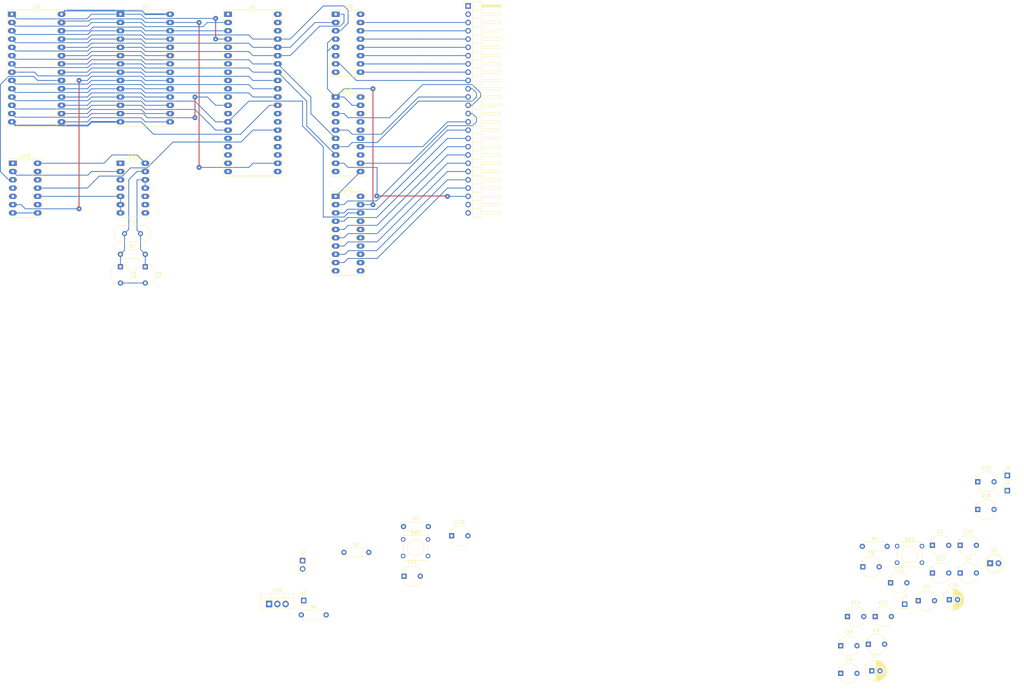
<source format=kicad_pcb>
(kicad_pcb (version 20171130) (host pcbnew 5.1.9+dfsg1-1~bpo10+1)

  (general
    (thickness 1.6)
    (drawings 0)
    (tracks 410)
    (zones 0)
    (modules 44)
    (nets 76)
  )

  (page A4)
  (layers
    (0 F.Cu signal)
    (31 B.Cu signal)
    (32 B.Adhes user hide)
    (33 F.Adhes user hide)
    (34 B.Paste user hide)
    (35 F.Paste user hide)
    (36 B.SilkS user hide)
    (37 F.SilkS user hide)
    (38 B.Mask user hide)
    (39 F.Mask user hide)
    (40 Dwgs.User user hide)
    (41 Cmts.User user hide)
    (42 Eco1.User user hide)
    (43 Eco2.User user hide)
    (44 Edge.Cuts user hide)
    (45 Margin user hide)
    (46 B.CrtYd user hide)
    (47 F.CrtYd user hide)
    (48 B.Fab user hide)
    (49 F.Fab user)
  )

  (setup
    (last_trace_width 0.25)
    (user_trace_width 0.25)
    (user_trace_width 0.5)
    (trace_clearance 0.2)
    (zone_clearance 0.508)
    (zone_45_only no)
    (trace_min 0.2)
    (via_size 0.8)
    (via_drill 0.4)
    (via_min_size 0.4)
    (via_min_drill 0.3)
    (user_via 1.5 0.5)
    (uvia_size 0.3)
    (uvia_drill 0.1)
    (uvias_allowed no)
    (uvia_min_size 0.2)
    (uvia_min_drill 0.1)
    (edge_width 0.05)
    (segment_width 0.2)
    (pcb_text_width 0.3)
    (pcb_text_size 1.5 1.5)
    (mod_edge_width 0.12)
    (mod_text_size 1 1)
    (mod_text_width 0.15)
    (pad_size 1.524 1.524)
    (pad_drill 0.762)
    (pad_to_mask_clearance 0)
    (aux_axis_origin 0 0)
    (visible_elements FFFFFF7F)
    (pcbplotparams
      (layerselection 0x010fc_ffffffff)
      (usegerberextensions false)
      (usegerberattributes true)
      (usegerberadvancedattributes true)
      (creategerberjobfile true)
      (excludeedgelayer true)
      (linewidth 0.100000)
      (plotframeref false)
      (viasonmask false)
      (mode 1)
      (useauxorigin false)
      (hpglpennumber 1)
      (hpglpenspeed 20)
      (hpglpendiameter 15.000000)
      (psnegative false)
      (psa4output false)
      (plotreference true)
      (plotvalue true)
      (plotinvisibletext false)
      (padsonsilk false)
      (subtractmaskfromsilk false)
      (outputformat 1)
      (mirror false)
      (drillshape 1)
      (scaleselection 1)
      (outputdirectory ""))
  )

  (net 0 "")
  (net 1 GND)
  (net 2 "Net-(C1-Pad1)")
  (net 3 "Net-(C2-Pad1)")
  (net 4 "Net-(C3-Pad1)")
  (net 5 "Net-(C4-Pad1)")
  (net 6 VCC)
  (net 7 "Net-(C6-Pad1)")
  (net 8 "Net-(D1-Pad1)")
  (net 9 "Net-(D1-Pad2)")
  (net 10 /IOEN0)
  (net 11 /IOEN1)
  (net 12 /IOEN2)
  (net 13 /IOEN3)
  (net 14 /IOEN4)
  (net 15 /IOEN5)
  (net 16 /IOEN6)
  (net 17 /IOEN7)
  (net 18 /IOADDR0)
  (net 19 /IOADDR1)
  (net 20 /IOADDR2)
  (net 21 /IOADDR3)
  (net 22 /IOADDR4)
  (net 23 /IOD0)
  (net 24 /IOD1)
  (net 25 /IOD2)
  (net 26 /IOD3)
  (net 27 /IOD4)
  (net 28 /IOD5)
  (net 29 /IOD6)
  (net 30 /IOD7)
  (net 31 /IOWR)
  (net 32 "Net-(J5-Pad1)")
  (net 33 "Net-(R3-Pad1)")
  (net 34 /A11)
  (net 35 /RD)
  (net 36 /A12)
  (net 37 /WR)
  (net 38 /A13)
  (net 39 "Net-(U1-Pad23)")
  (net 40 /A14)
  (net 41 /A15)
  (net 42 "Net-(U1-Pad6)")
  (net 43 "Net-(U1-Pad26)")
  (net 44 /D4)
  (net 45 "Net-(U1-Pad27)")
  (net 46 /D3)
  (net 47 "Net-(U1-Pad28)")
  (net 48 /D5)
  (net 49 /D6)
  (net 50 /A0)
  (net 51 /A1)
  (net 52 /D2)
  (net 53 /A2)
  (net 54 /D7)
  (net 55 /A3)
  (net 56 /D0)
  (net 57 /A4)
  (net 58 /D1)
  (net 59 /A5)
  (net 60 /A6)
  (net 61 /A7)
  (net 62 /A8)
  (net 63 "Net-(U1-Pad19)")
  (net 64 /A9)
  (net 65 /IORQ)
  (net 66 /A10)
  (net 67 /ROMEN)
  (net 68 /RAMEN)
  (net 69 "Net-(U10-Pad1)")
  (net 70 "Net-(U10-Pad2)")
  (net 71 "Net-(U11-Pad3)")
  (net 72 "Net-(U21-Pad18)")
  (net 73 "Net-(U21-Pad16)")
  (net 74 "Net-(U21-Pad4)")
  (net 75 "Net-(U21-Pad2)")

  (net_class Default "This is the default net class."
    (clearance 0.2)
    (trace_width 0.25)
    (via_dia 0.8)
    (via_drill 0.4)
    (uvia_dia 0.3)
    (uvia_drill 0.1)
    (add_net /A0)
    (add_net /A1)
    (add_net /A10)
    (add_net /A11)
    (add_net /A12)
    (add_net /A13)
    (add_net /A14)
    (add_net /A15)
    (add_net /A2)
    (add_net /A3)
    (add_net /A4)
    (add_net /A5)
    (add_net /A6)
    (add_net /A7)
    (add_net /A8)
    (add_net /A9)
    (add_net /D0)
    (add_net /D1)
    (add_net /D2)
    (add_net /D3)
    (add_net /D4)
    (add_net /D5)
    (add_net /D6)
    (add_net /D7)
    (add_net /IOADDR0)
    (add_net /IOADDR1)
    (add_net /IOADDR2)
    (add_net /IOADDR3)
    (add_net /IOADDR4)
    (add_net /IOD0)
    (add_net /IOD1)
    (add_net /IOD2)
    (add_net /IOD3)
    (add_net /IOD4)
    (add_net /IOD5)
    (add_net /IOD6)
    (add_net /IOD7)
    (add_net /IOEN0)
    (add_net /IOEN1)
    (add_net /IOEN2)
    (add_net /IOEN3)
    (add_net /IOEN4)
    (add_net /IOEN5)
    (add_net /IOEN6)
    (add_net /IOEN7)
    (add_net /IORQ)
    (add_net /IOWR)
    (add_net /RAMEN)
    (add_net /RD)
    (add_net /ROMEN)
    (add_net /WR)
    (add_net GND)
    (add_net "Net-(C1-Pad1)")
    (add_net "Net-(C2-Pad1)")
    (add_net "Net-(C3-Pad1)")
    (add_net "Net-(C4-Pad1)")
    (add_net "Net-(C6-Pad1)")
    (add_net "Net-(D1-Pad1)")
    (add_net "Net-(D1-Pad2)")
    (add_net "Net-(J5-Pad1)")
    (add_net "Net-(R3-Pad1)")
    (add_net "Net-(U1-Pad19)")
    (add_net "Net-(U1-Pad23)")
    (add_net "Net-(U1-Pad26)")
    (add_net "Net-(U1-Pad27)")
    (add_net "Net-(U1-Pad28)")
    (add_net "Net-(U1-Pad6)")
    (add_net "Net-(U10-Pad1)")
    (add_net "Net-(U10-Pad2)")
    (add_net "Net-(U11-Pad3)")
    (add_net "Net-(U21-Pad16)")
    (add_net "Net-(U21-Pad18)")
    (add_net "Net-(U21-Pad2)")
    (add_net "Net-(U21-Pad4)")
    (add_net VCC)
  )

  (module Connector_PinHeader_2.54mm:PinHeader_1x26_P2.54mm_Horizontal (layer F.Cu) (tedit 59FED5CB) (tstamp 605C0224)
    (at 160.02 15.24)
    (descr "Through hole angled pin header, 1x26, 2.54mm pitch, 6mm pin length, single row")
    (tags "Through hole angled pin header THT 1x26 2.54mm single row")
    (path /60940D54)
    (fp_text reference IOBUS1 (at 4.385 -2.27) (layer F.SilkS)
      (effects (font (size 1 1) (thickness 0.15)))
    )
    (fp_text value IO_bus_conn (at 4.385 65.77) (layer F.Fab)
      (effects (font (size 1 1) (thickness 0.15)))
    )
    (fp_line (start 10.55 -1.8) (end -1.8 -1.8) (layer F.CrtYd) (width 0.05))
    (fp_line (start 10.55 65.3) (end 10.55 -1.8) (layer F.CrtYd) (width 0.05))
    (fp_line (start -1.8 65.3) (end 10.55 65.3) (layer F.CrtYd) (width 0.05))
    (fp_line (start -1.8 -1.8) (end -1.8 65.3) (layer F.CrtYd) (width 0.05))
    (fp_line (start -1.27 -1.27) (end 0 -1.27) (layer F.SilkS) (width 0.12))
    (fp_line (start -1.27 0) (end -1.27 -1.27) (layer F.SilkS) (width 0.12))
    (fp_line (start 1.042929 63.88) (end 1.44 63.88) (layer F.SilkS) (width 0.12))
    (fp_line (start 1.042929 63.12) (end 1.44 63.12) (layer F.SilkS) (width 0.12))
    (fp_line (start 10.1 63.88) (end 4.1 63.88) (layer F.SilkS) (width 0.12))
    (fp_line (start 10.1 63.12) (end 10.1 63.88) (layer F.SilkS) (width 0.12))
    (fp_line (start 4.1 63.12) (end 10.1 63.12) (layer F.SilkS) (width 0.12))
    (fp_line (start 1.44 62.23) (end 4.1 62.23) (layer F.SilkS) (width 0.12))
    (fp_line (start 1.042929 61.34) (end 1.44 61.34) (layer F.SilkS) (width 0.12))
    (fp_line (start 1.042929 60.58) (end 1.44 60.58) (layer F.SilkS) (width 0.12))
    (fp_line (start 10.1 61.34) (end 4.1 61.34) (layer F.SilkS) (width 0.12))
    (fp_line (start 10.1 60.58) (end 10.1 61.34) (layer F.SilkS) (width 0.12))
    (fp_line (start 4.1 60.58) (end 10.1 60.58) (layer F.SilkS) (width 0.12))
    (fp_line (start 1.44 59.69) (end 4.1 59.69) (layer F.SilkS) (width 0.12))
    (fp_line (start 1.042929 58.8) (end 1.44 58.8) (layer F.SilkS) (width 0.12))
    (fp_line (start 1.042929 58.04) (end 1.44 58.04) (layer F.SilkS) (width 0.12))
    (fp_line (start 10.1 58.8) (end 4.1 58.8) (layer F.SilkS) (width 0.12))
    (fp_line (start 10.1 58.04) (end 10.1 58.8) (layer F.SilkS) (width 0.12))
    (fp_line (start 4.1 58.04) (end 10.1 58.04) (layer F.SilkS) (width 0.12))
    (fp_line (start 1.44 57.15) (end 4.1 57.15) (layer F.SilkS) (width 0.12))
    (fp_line (start 1.042929 56.26) (end 1.44 56.26) (layer F.SilkS) (width 0.12))
    (fp_line (start 1.042929 55.5) (end 1.44 55.5) (layer F.SilkS) (width 0.12))
    (fp_line (start 10.1 56.26) (end 4.1 56.26) (layer F.SilkS) (width 0.12))
    (fp_line (start 10.1 55.5) (end 10.1 56.26) (layer F.SilkS) (width 0.12))
    (fp_line (start 4.1 55.5) (end 10.1 55.5) (layer F.SilkS) (width 0.12))
    (fp_line (start 1.44 54.61) (end 4.1 54.61) (layer F.SilkS) (width 0.12))
    (fp_line (start 1.042929 53.72) (end 1.44 53.72) (layer F.SilkS) (width 0.12))
    (fp_line (start 1.042929 52.96) (end 1.44 52.96) (layer F.SilkS) (width 0.12))
    (fp_line (start 10.1 53.72) (end 4.1 53.72) (layer F.SilkS) (width 0.12))
    (fp_line (start 10.1 52.96) (end 10.1 53.72) (layer F.SilkS) (width 0.12))
    (fp_line (start 4.1 52.96) (end 10.1 52.96) (layer F.SilkS) (width 0.12))
    (fp_line (start 1.44 52.07) (end 4.1 52.07) (layer F.SilkS) (width 0.12))
    (fp_line (start 1.042929 51.18) (end 1.44 51.18) (layer F.SilkS) (width 0.12))
    (fp_line (start 1.042929 50.42) (end 1.44 50.42) (layer F.SilkS) (width 0.12))
    (fp_line (start 10.1 51.18) (end 4.1 51.18) (layer F.SilkS) (width 0.12))
    (fp_line (start 10.1 50.42) (end 10.1 51.18) (layer F.SilkS) (width 0.12))
    (fp_line (start 4.1 50.42) (end 10.1 50.42) (layer F.SilkS) (width 0.12))
    (fp_line (start 1.44 49.53) (end 4.1 49.53) (layer F.SilkS) (width 0.12))
    (fp_line (start 1.042929 48.64) (end 1.44 48.64) (layer F.SilkS) (width 0.12))
    (fp_line (start 1.042929 47.88) (end 1.44 47.88) (layer F.SilkS) (width 0.12))
    (fp_line (start 10.1 48.64) (end 4.1 48.64) (layer F.SilkS) (width 0.12))
    (fp_line (start 10.1 47.88) (end 10.1 48.64) (layer F.SilkS) (width 0.12))
    (fp_line (start 4.1 47.88) (end 10.1 47.88) (layer F.SilkS) (width 0.12))
    (fp_line (start 1.44 46.99) (end 4.1 46.99) (layer F.SilkS) (width 0.12))
    (fp_line (start 1.042929 46.1) (end 1.44 46.1) (layer F.SilkS) (width 0.12))
    (fp_line (start 1.042929 45.34) (end 1.44 45.34) (layer F.SilkS) (width 0.12))
    (fp_line (start 10.1 46.1) (end 4.1 46.1) (layer F.SilkS) (width 0.12))
    (fp_line (start 10.1 45.34) (end 10.1 46.1) (layer F.SilkS) (width 0.12))
    (fp_line (start 4.1 45.34) (end 10.1 45.34) (layer F.SilkS) (width 0.12))
    (fp_line (start 1.44 44.45) (end 4.1 44.45) (layer F.SilkS) (width 0.12))
    (fp_line (start 1.042929 43.56) (end 1.44 43.56) (layer F.SilkS) (width 0.12))
    (fp_line (start 1.042929 42.8) (end 1.44 42.8) (layer F.SilkS) (width 0.12))
    (fp_line (start 10.1 43.56) (end 4.1 43.56) (layer F.SilkS) (width 0.12))
    (fp_line (start 10.1 42.8) (end 10.1 43.56) (layer F.SilkS) (width 0.12))
    (fp_line (start 4.1 42.8) (end 10.1 42.8) (layer F.SilkS) (width 0.12))
    (fp_line (start 1.44 41.91) (end 4.1 41.91) (layer F.SilkS) (width 0.12))
    (fp_line (start 1.042929 41.02) (end 1.44 41.02) (layer F.SilkS) (width 0.12))
    (fp_line (start 1.042929 40.26) (end 1.44 40.26) (layer F.SilkS) (width 0.12))
    (fp_line (start 10.1 41.02) (end 4.1 41.02) (layer F.SilkS) (width 0.12))
    (fp_line (start 10.1 40.26) (end 10.1 41.02) (layer F.SilkS) (width 0.12))
    (fp_line (start 4.1 40.26) (end 10.1 40.26) (layer F.SilkS) (width 0.12))
    (fp_line (start 1.44 39.37) (end 4.1 39.37) (layer F.SilkS) (width 0.12))
    (fp_line (start 1.042929 38.48) (end 1.44 38.48) (layer F.SilkS) (width 0.12))
    (fp_line (start 1.042929 37.72) (end 1.44 37.72) (layer F.SilkS) (width 0.12))
    (fp_line (start 10.1 38.48) (end 4.1 38.48) (layer F.SilkS) (width 0.12))
    (fp_line (start 10.1 37.72) (end 10.1 38.48) (layer F.SilkS) (width 0.12))
    (fp_line (start 4.1 37.72) (end 10.1 37.72) (layer F.SilkS) (width 0.12))
    (fp_line (start 1.44 36.83) (end 4.1 36.83) (layer F.SilkS) (width 0.12))
    (fp_line (start 1.042929 35.94) (end 1.44 35.94) (layer F.SilkS) (width 0.12))
    (fp_line (start 1.042929 35.18) (end 1.44 35.18) (layer F.SilkS) (width 0.12))
    (fp_line (start 10.1 35.94) (end 4.1 35.94) (layer F.SilkS) (width 0.12))
    (fp_line (start 10.1 35.18) (end 10.1 35.94) (layer F.SilkS) (width 0.12))
    (fp_line (start 4.1 35.18) (end 10.1 35.18) (layer F.SilkS) (width 0.12))
    (fp_line (start 1.44 34.29) (end 4.1 34.29) (layer F.SilkS) (width 0.12))
    (fp_line (start 1.042929 33.4) (end 1.44 33.4) (layer F.SilkS) (width 0.12))
    (fp_line (start 1.042929 32.64) (end 1.44 32.64) (layer F.SilkS) (width 0.12))
    (fp_line (start 10.1 33.4) (end 4.1 33.4) (layer F.SilkS) (width 0.12))
    (fp_line (start 10.1 32.64) (end 10.1 33.4) (layer F.SilkS) (width 0.12))
    (fp_line (start 4.1 32.64) (end 10.1 32.64) (layer F.SilkS) (width 0.12))
    (fp_line (start 1.44 31.75) (end 4.1 31.75) (layer F.SilkS) (width 0.12))
    (fp_line (start 1.042929 30.86) (end 1.44 30.86) (layer F.SilkS) (width 0.12))
    (fp_line (start 1.042929 30.1) (end 1.44 30.1) (layer F.SilkS) (width 0.12))
    (fp_line (start 10.1 30.86) (end 4.1 30.86) (layer F.SilkS) (width 0.12))
    (fp_line (start 10.1 30.1) (end 10.1 30.86) (layer F.SilkS) (width 0.12))
    (fp_line (start 4.1 30.1) (end 10.1 30.1) (layer F.SilkS) (width 0.12))
    (fp_line (start 1.44 29.21) (end 4.1 29.21) (layer F.SilkS) (width 0.12))
    (fp_line (start 1.042929 28.32) (end 1.44 28.32) (layer F.SilkS) (width 0.12))
    (fp_line (start 1.042929 27.56) (end 1.44 27.56) (layer F.SilkS) (width 0.12))
    (fp_line (start 10.1 28.32) (end 4.1 28.32) (layer F.SilkS) (width 0.12))
    (fp_line (start 10.1 27.56) (end 10.1 28.32) (layer F.SilkS) (width 0.12))
    (fp_line (start 4.1 27.56) (end 10.1 27.56) (layer F.SilkS) (width 0.12))
    (fp_line (start 1.44 26.67) (end 4.1 26.67) (layer F.SilkS) (width 0.12))
    (fp_line (start 1.042929 25.78) (end 1.44 25.78) (layer F.SilkS) (width 0.12))
    (fp_line (start 1.042929 25.02) (end 1.44 25.02) (layer F.SilkS) (width 0.12))
    (fp_line (start 10.1 25.78) (end 4.1 25.78) (layer F.SilkS) (width 0.12))
    (fp_line (start 10.1 25.02) (end 10.1 25.78) (layer F.SilkS) (width 0.12))
    (fp_line (start 4.1 25.02) (end 10.1 25.02) (layer F.SilkS) (width 0.12))
    (fp_line (start 1.44 24.13) (end 4.1 24.13) (layer F.SilkS) (width 0.12))
    (fp_line (start 1.042929 23.24) (end 1.44 23.24) (layer F.SilkS) (width 0.12))
    (fp_line (start 1.042929 22.48) (end 1.44 22.48) (layer F.SilkS) (width 0.12))
    (fp_line (start 10.1 23.24) (end 4.1 23.24) (layer F.SilkS) (width 0.12))
    (fp_line (start 10.1 22.48) (end 10.1 23.24) (layer F.SilkS) (width 0.12))
    (fp_line (start 4.1 22.48) (end 10.1 22.48) (layer F.SilkS) (width 0.12))
    (fp_line (start 1.44 21.59) (end 4.1 21.59) (layer F.SilkS) (width 0.12))
    (fp_line (start 1.042929 20.7) (end 1.44 20.7) (layer F.SilkS) (width 0.12))
    (fp_line (start 1.042929 19.94) (end 1.44 19.94) (layer F.SilkS) (width 0.12))
    (fp_line (start 10.1 20.7) (end 4.1 20.7) (layer F.SilkS) (width 0.12))
    (fp_line (start 10.1 19.94) (end 10.1 20.7) (layer F.SilkS) (width 0.12))
    (fp_line (start 4.1 19.94) (end 10.1 19.94) (layer F.SilkS) (width 0.12))
    (fp_line (start 1.44 19.05) (end 4.1 19.05) (layer F.SilkS) (width 0.12))
    (fp_line (start 1.042929 18.16) (end 1.44 18.16) (layer F.SilkS) (width 0.12))
    (fp_line (start 1.042929 17.4) (end 1.44 17.4) (layer F.SilkS) (width 0.12))
    (fp_line (start 10.1 18.16) (end 4.1 18.16) (layer F.SilkS) (width 0.12))
    (fp_line (start 10.1 17.4) (end 10.1 18.16) (layer F.SilkS) (width 0.12))
    (fp_line (start 4.1 17.4) (end 10.1 17.4) (layer F.SilkS) (width 0.12))
    (fp_line (start 1.44 16.51) (end 4.1 16.51) (layer F.SilkS) (width 0.12))
    (fp_line (start 1.042929 15.62) (end 1.44 15.62) (layer F.SilkS) (width 0.12))
    (fp_line (start 1.042929 14.86) (end 1.44 14.86) (layer F.SilkS) (width 0.12))
    (fp_line (start 10.1 15.62) (end 4.1 15.62) (layer F.SilkS) (width 0.12))
    (fp_line (start 10.1 14.86) (end 10.1 15.62) (layer F.SilkS) (width 0.12))
    (fp_line (start 4.1 14.86) (end 10.1 14.86) (layer F.SilkS) (width 0.12))
    (fp_line (start 1.44 13.97) (end 4.1 13.97) (layer F.SilkS) (width 0.12))
    (fp_line (start 1.042929 13.08) (end 1.44 13.08) (layer F.SilkS) (width 0.12))
    (fp_line (start 1.042929 12.32) (end 1.44 12.32) (layer F.SilkS) (width 0.12))
    (fp_line (start 10.1 13.08) (end 4.1 13.08) (layer F.SilkS) (width 0.12))
    (fp_line (start 10.1 12.32) (end 10.1 13.08) (layer F.SilkS) (width 0.12))
    (fp_line (start 4.1 12.32) (end 10.1 12.32) (layer F.SilkS) (width 0.12))
    (fp_line (start 1.44 11.43) (end 4.1 11.43) (layer F.SilkS) (width 0.12))
    (fp_line (start 1.042929 10.54) (end 1.44 10.54) (layer F.SilkS) (width 0.12))
    (fp_line (start 1.042929 9.78) (end 1.44 9.78) (layer F.SilkS) (width 0.12))
    (fp_line (start 10.1 10.54) (end 4.1 10.54) (layer F.SilkS) (width 0.12))
    (fp_line (start 10.1 9.78) (end 10.1 10.54) (layer F.SilkS) (width 0.12))
    (fp_line (start 4.1 9.78) (end 10.1 9.78) (layer F.SilkS) (width 0.12))
    (fp_line (start 1.44 8.89) (end 4.1 8.89) (layer F.SilkS) (width 0.12))
    (fp_line (start 1.042929 8) (end 1.44 8) (layer F.SilkS) (width 0.12))
    (fp_line (start 1.042929 7.24) (end 1.44 7.24) (layer F.SilkS) (width 0.12))
    (fp_line (start 10.1 8) (end 4.1 8) (layer F.SilkS) (width 0.12))
    (fp_line (start 10.1 7.24) (end 10.1 8) (layer F.SilkS) (width 0.12))
    (fp_line (start 4.1 7.24) (end 10.1 7.24) (layer F.SilkS) (width 0.12))
    (fp_line (start 1.44 6.35) (end 4.1 6.35) (layer F.SilkS) (width 0.12))
    (fp_line (start 1.042929 5.46) (end 1.44 5.46) (layer F.SilkS) (width 0.12))
    (fp_line (start 1.042929 4.7) (end 1.44 4.7) (layer F.SilkS) (width 0.12))
    (fp_line (start 10.1 5.46) (end 4.1 5.46) (layer F.SilkS) (width 0.12))
    (fp_line (start 10.1 4.7) (end 10.1 5.46) (layer F.SilkS) (width 0.12))
    (fp_line (start 4.1 4.7) (end 10.1 4.7) (layer F.SilkS) (width 0.12))
    (fp_line (start 1.44 3.81) (end 4.1 3.81) (layer F.SilkS) (width 0.12))
    (fp_line (start 1.042929 2.92) (end 1.44 2.92) (layer F.SilkS) (width 0.12))
    (fp_line (start 1.042929 2.16) (end 1.44 2.16) (layer F.SilkS) (width 0.12))
    (fp_line (start 10.1 2.92) (end 4.1 2.92) (layer F.SilkS) (width 0.12))
    (fp_line (start 10.1 2.16) (end 10.1 2.92) (layer F.SilkS) (width 0.12))
    (fp_line (start 4.1 2.16) (end 10.1 2.16) (layer F.SilkS) (width 0.12))
    (fp_line (start 1.44 1.27) (end 4.1 1.27) (layer F.SilkS) (width 0.12))
    (fp_line (start 1.11 0.38) (end 1.44 0.38) (layer F.SilkS) (width 0.12))
    (fp_line (start 1.11 -0.38) (end 1.44 -0.38) (layer F.SilkS) (width 0.12))
    (fp_line (start 4.1 0.28) (end 10.1 0.28) (layer F.SilkS) (width 0.12))
    (fp_line (start 4.1 0.16) (end 10.1 0.16) (layer F.SilkS) (width 0.12))
    (fp_line (start 4.1 0.04) (end 10.1 0.04) (layer F.SilkS) (width 0.12))
    (fp_line (start 4.1 -0.08) (end 10.1 -0.08) (layer F.SilkS) (width 0.12))
    (fp_line (start 4.1 -0.2) (end 10.1 -0.2) (layer F.SilkS) (width 0.12))
    (fp_line (start 4.1 -0.32) (end 10.1 -0.32) (layer F.SilkS) (width 0.12))
    (fp_line (start 10.1 0.38) (end 4.1 0.38) (layer F.SilkS) (width 0.12))
    (fp_line (start 10.1 -0.38) (end 10.1 0.38) (layer F.SilkS) (width 0.12))
    (fp_line (start 4.1 -0.38) (end 10.1 -0.38) (layer F.SilkS) (width 0.12))
    (fp_line (start 4.1 -1.33) (end 1.44 -1.33) (layer F.SilkS) (width 0.12))
    (fp_line (start 4.1 64.83) (end 4.1 -1.33) (layer F.SilkS) (width 0.12))
    (fp_line (start 1.44 64.83) (end 4.1 64.83) (layer F.SilkS) (width 0.12))
    (fp_line (start 1.44 -1.33) (end 1.44 64.83) (layer F.SilkS) (width 0.12))
    (fp_line (start 4.04 63.82) (end 10.04 63.82) (layer F.Fab) (width 0.1))
    (fp_line (start 10.04 63.18) (end 10.04 63.82) (layer F.Fab) (width 0.1))
    (fp_line (start 4.04 63.18) (end 10.04 63.18) (layer F.Fab) (width 0.1))
    (fp_line (start -0.32 63.82) (end 1.5 63.82) (layer F.Fab) (width 0.1))
    (fp_line (start -0.32 63.18) (end -0.32 63.82) (layer F.Fab) (width 0.1))
    (fp_line (start -0.32 63.18) (end 1.5 63.18) (layer F.Fab) (width 0.1))
    (fp_line (start 4.04 61.28) (end 10.04 61.28) (layer F.Fab) (width 0.1))
    (fp_line (start 10.04 60.64) (end 10.04 61.28) (layer F.Fab) (width 0.1))
    (fp_line (start 4.04 60.64) (end 10.04 60.64) (layer F.Fab) (width 0.1))
    (fp_line (start -0.32 61.28) (end 1.5 61.28) (layer F.Fab) (width 0.1))
    (fp_line (start -0.32 60.64) (end -0.32 61.28) (layer F.Fab) (width 0.1))
    (fp_line (start -0.32 60.64) (end 1.5 60.64) (layer F.Fab) (width 0.1))
    (fp_line (start 4.04 58.74) (end 10.04 58.74) (layer F.Fab) (width 0.1))
    (fp_line (start 10.04 58.1) (end 10.04 58.74) (layer F.Fab) (width 0.1))
    (fp_line (start 4.04 58.1) (end 10.04 58.1) (layer F.Fab) (width 0.1))
    (fp_line (start -0.32 58.74) (end 1.5 58.74) (layer F.Fab) (width 0.1))
    (fp_line (start -0.32 58.1) (end -0.32 58.74) (layer F.Fab) (width 0.1))
    (fp_line (start -0.32 58.1) (end 1.5 58.1) (layer F.Fab) (width 0.1))
    (fp_line (start 4.04 56.2) (end 10.04 56.2) (layer F.Fab) (width 0.1))
    (fp_line (start 10.04 55.56) (end 10.04 56.2) (layer F.Fab) (width 0.1))
    (fp_line (start 4.04 55.56) (end 10.04 55.56) (layer F.Fab) (width 0.1))
    (fp_line (start -0.32 56.2) (end 1.5 56.2) (layer F.Fab) (width 0.1))
    (fp_line (start -0.32 55.56) (end -0.32 56.2) (layer F.Fab) (width 0.1))
    (fp_line (start -0.32 55.56) (end 1.5 55.56) (layer F.Fab) (width 0.1))
    (fp_line (start 4.04 53.66) (end 10.04 53.66) (layer F.Fab) (width 0.1))
    (fp_line (start 10.04 53.02) (end 10.04 53.66) (layer F.Fab) (width 0.1))
    (fp_line (start 4.04 53.02) (end 10.04 53.02) (layer F.Fab) (width 0.1))
    (fp_line (start -0.32 53.66) (end 1.5 53.66) (layer F.Fab) (width 0.1))
    (fp_line (start -0.32 53.02) (end -0.32 53.66) (layer F.Fab) (width 0.1))
    (fp_line (start -0.32 53.02) (end 1.5 53.02) (layer F.Fab) (width 0.1))
    (fp_line (start 4.04 51.12) (end 10.04 51.12) (layer F.Fab) (width 0.1))
    (fp_line (start 10.04 50.48) (end 10.04 51.12) (layer F.Fab) (width 0.1))
    (fp_line (start 4.04 50.48) (end 10.04 50.48) (layer F.Fab) (width 0.1))
    (fp_line (start -0.32 51.12) (end 1.5 51.12) (layer F.Fab) (width 0.1))
    (fp_line (start -0.32 50.48) (end -0.32 51.12) (layer F.Fab) (width 0.1))
    (fp_line (start -0.32 50.48) (end 1.5 50.48) (layer F.Fab) (width 0.1))
    (fp_line (start 4.04 48.58) (end 10.04 48.58) (layer F.Fab) (width 0.1))
    (fp_line (start 10.04 47.94) (end 10.04 48.58) (layer F.Fab) (width 0.1))
    (fp_line (start 4.04 47.94) (end 10.04 47.94) (layer F.Fab) (width 0.1))
    (fp_line (start -0.32 48.58) (end 1.5 48.58) (layer F.Fab) (width 0.1))
    (fp_line (start -0.32 47.94) (end -0.32 48.58) (layer F.Fab) (width 0.1))
    (fp_line (start -0.32 47.94) (end 1.5 47.94) (layer F.Fab) (width 0.1))
    (fp_line (start 4.04 46.04) (end 10.04 46.04) (layer F.Fab) (width 0.1))
    (fp_line (start 10.04 45.4) (end 10.04 46.04) (layer F.Fab) (width 0.1))
    (fp_line (start 4.04 45.4) (end 10.04 45.4) (layer F.Fab) (width 0.1))
    (fp_line (start -0.32 46.04) (end 1.5 46.04) (layer F.Fab) (width 0.1))
    (fp_line (start -0.32 45.4) (end -0.32 46.04) (layer F.Fab) (width 0.1))
    (fp_line (start -0.32 45.4) (end 1.5 45.4) (layer F.Fab) (width 0.1))
    (fp_line (start 4.04 43.5) (end 10.04 43.5) (layer F.Fab) (width 0.1))
    (fp_line (start 10.04 42.86) (end 10.04 43.5) (layer F.Fab) (width 0.1))
    (fp_line (start 4.04 42.86) (end 10.04 42.86) (layer F.Fab) (width 0.1))
    (fp_line (start -0.32 43.5) (end 1.5 43.5) (layer F.Fab) (width 0.1))
    (fp_line (start -0.32 42.86) (end -0.32 43.5) (layer F.Fab) (width 0.1))
    (fp_line (start -0.32 42.86) (end 1.5 42.86) (layer F.Fab) (width 0.1))
    (fp_line (start 4.04 40.96) (end 10.04 40.96) (layer F.Fab) (width 0.1))
    (fp_line (start 10.04 40.32) (end 10.04 40.96) (layer F.Fab) (width 0.1))
    (fp_line (start 4.04 40.32) (end 10.04 40.32) (layer F.Fab) (width 0.1))
    (fp_line (start -0.32 40.96) (end 1.5 40.96) (layer F.Fab) (width 0.1))
    (fp_line (start -0.32 40.32) (end -0.32 40.96) (layer F.Fab) (width 0.1))
    (fp_line (start -0.32 40.32) (end 1.5 40.32) (layer F.Fab) (width 0.1))
    (fp_line (start 4.04 38.42) (end 10.04 38.42) (layer F.Fab) (width 0.1))
    (fp_line (start 10.04 37.78) (end 10.04 38.42) (layer F.Fab) (width 0.1))
    (fp_line (start 4.04 37.78) (end 10.04 37.78) (layer F.Fab) (width 0.1))
    (fp_line (start -0.32 38.42) (end 1.5 38.42) (layer F.Fab) (width 0.1))
    (fp_line (start -0.32 37.78) (end -0.32 38.42) (layer F.Fab) (width 0.1))
    (fp_line (start -0.32 37.78) (end 1.5 37.78) (layer F.Fab) (width 0.1))
    (fp_line (start 4.04 35.88) (end 10.04 35.88) (layer F.Fab) (width 0.1))
    (fp_line (start 10.04 35.24) (end 10.04 35.88) (layer F.Fab) (width 0.1))
    (fp_line (start 4.04 35.24) (end 10.04 35.24) (layer F.Fab) (width 0.1))
    (fp_line (start -0.32 35.88) (end 1.5 35.88) (layer F.Fab) (width 0.1))
    (fp_line (start -0.32 35.24) (end -0.32 35.88) (layer F.Fab) (width 0.1))
    (fp_line (start -0.32 35.24) (end 1.5 35.24) (layer F.Fab) (width 0.1))
    (fp_line (start 4.04 33.34) (end 10.04 33.34) (layer F.Fab) (width 0.1))
    (fp_line (start 10.04 32.7) (end 10.04 33.34) (layer F.Fab) (width 0.1))
    (fp_line (start 4.04 32.7) (end 10.04 32.7) (layer F.Fab) (width 0.1))
    (fp_line (start -0.32 33.34) (end 1.5 33.34) (layer F.Fab) (width 0.1))
    (fp_line (start -0.32 32.7) (end -0.32 33.34) (layer F.Fab) (width 0.1))
    (fp_line (start -0.32 32.7) (end 1.5 32.7) (layer F.Fab) (width 0.1))
    (fp_line (start 4.04 30.8) (end 10.04 30.8) (layer F.Fab) (width 0.1))
    (fp_line (start 10.04 30.16) (end 10.04 30.8) (layer F.Fab) (width 0.1))
    (fp_line (start 4.04 30.16) (end 10.04 30.16) (layer F.Fab) (width 0.1))
    (fp_line (start -0.32 30.8) (end 1.5 30.8) (layer F.Fab) (width 0.1))
    (fp_line (start -0.32 30.16) (end -0.32 30.8) (layer F.Fab) (width 0.1))
    (fp_line (start -0.32 30.16) (end 1.5 30.16) (layer F.Fab) (width 0.1))
    (fp_line (start 4.04 28.26) (end 10.04 28.26) (layer F.Fab) (width 0.1))
    (fp_line (start 10.04 27.62) (end 10.04 28.26) (layer F.Fab) (width 0.1))
    (fp_line (start 4.04 27.62) (end 10.04 27.62) (layer F.Fab) (width 0.1))
    (fp_line (start -0.32 28.26) (end 1.5 28.26) (layer F.Fab) (width 0.1))
    (fp_line (start -0.32 27.62) (end -0.32 28.26) (layer F.Fab) (width 0.1))
    (fp_line (start -0.32 27.62) (end 1.5 27.62) (layer F.Fab) (width 0.1))
    (fp_line (start 4.04 25.72) (end 10.04 25.72) (layer F.Fab) (width 0.1))
    (fp_line (start 10.04 25.08) (end 10.04 25.72) (layer F.Fab) (width 0.1))
    (fp_line (start 4.04 25.08) (end 10.04 25.08) (layer F.Fab) (width 0.1))
    (fp_line (start -0.32 25.72) (end 1.5 25.72) (layer F.Fab) (width 0.1))
    (fp_line (start -0.32 25.08) (end -0.32 25.72) (layer F.Fab) (width 0.1))
    (fp_line (start -0.32 25.08) (end 1.5 25.08) (layer F.Fab) (width 0.1))
    (fp_line (start 4.04 23.18) (end 10.04 23.18) (layer F.Fab) (width 0.1))
    (fp_line (start 10.04 22.54) (end 10.04 23.18) (layer F.Fab) (width 0.1))
    (fp_line (start 4.04 22.54) (end 10.04 22.54) (layer F.Fab) (width 0.1))
    (fp_line (start -0.32 23.18) (end 1.5 23.18) (layer F.Fab) (width 0.1))
    (fp_line (start -0.32 22.54) (end -0.32 23.18) (layer F.Fab) (width 0.1))
    (fp_line (start -0.32 22.54) (end 1.5 22.54) (layer F.Fab) (width 0.1))
    (fp_line (start 4.04 20.64) (end 10.04 20.64) (layer F.Fab) (width 0.1))
    (fp_line (start 10.04 20) (end 10.04 20.64) (layer F.Fab) (width 0.1))
    (fp_line (start 4.04 20) (end 10.04 20) (layer F.Fab) (width 0.1))
    (fp_line (start -0.32 20.64) (end 1.5 20.64) (layer F.Fab) (width 0.1))
    (fp_line (start -0.32 20) (end -0.32 20.64) (layer F.Fab) (width 0.1))
    (fp_line (start -0.32 20) (end 1.5 20) (layer F.Fab) (width 0.1))
    (fp_line (start 4.04 18.1) (end 10.04 18.1) (layer F.Fab) (width 0.1))
    (fp_line (start 10.04 17.46) (end 10.04 18.1) (layer F.Fab) (width 0.1))
    (fp_line (start 4.04 17.46) (end 10.04 17.46) (layer F.Fab) (width 0.1))
    (fp_line (start -0.32 18.1) (end 1.5 18.1) (layer F.Fab) (width 0.1))
    (fp_line (start -0.32 17.46) (end -0.32 18.1) (layer F.Fab) (width 0.1))
    (fp_line (start -0.32 17.46) (end 1.5 17.46) (layer F.Fab) (width 0.1))
    (fp_line (start 4.04 15.56) (end 10.04 15.56) (layer F.Fab) (width 0.1))
    (fp_line (start 10.04 14.92) (end 10.04 15.56) (layer F.Fab) (width 0.1))
    (fp_line (start 4.04 14.92) (end 10.04 14.92) (layer F.Fab) (width 0.1))
    (fp_line (start -0.32 15.56) (end 1.5 15.56) (layer F.Fab) (width 0.1))
    (fp_line (start -0.32 14.92) (end -0.32 15.56) (layer F.Fab) (width 0.1))
    (fp_line (start -0.32 14.92) (end 1.5 14.92) (layer F.Fab) (width 0.1))
    (fp_line (start 4.04 13.02) (end 10.04 13.02) (layer F.Fab) (width 0.1))
    (fp_line (start 10.04 12.38) (end 10.04 13.02) (layer F.Fab) (width 0.1))
    (fp_line (start 4.04 12.38) (end 10.04 12.38) (layer F.Fab) (width 0.1))
    (fp_line (start -0.32 13.02) (end 1.5 13.02) (layer F.Fab) (width 0.1))
    (fp_line (start -0.32 12.38) (end -0.32 13.02) (layer F.Fab) (width 0.1))
    (fp_line (start -0.32 12.38) (end 1.5 12.38) (layer F.Fab) (width 0.1))
    (fp_line (start 4.04 10.48) (end 10.04 10.48) (layer F.Fab) (width 0.1))
    (fp_line (start 10.04 9.84) (end 10.04 10.48) (layer F.Fab) (width 0.1))
    (fp_line (start 4.04 9.84) (end 10.04 9.84) (layer F.Fab) (width 0.1))
    (fp_line (start -0.32 10.48) (end 1.5 10.48) (layer F.Fab) (width 0.1))
    (fp_line (start -0.32 9.84) (end -0.32 10.48) (layer F.Fab) (width 0.1))
    (fp_line (start -0.32 9.84) (end 1.5 9.84) (layer F.Fab) (width 0.1))
    (fp_line (start 4.04 7.94) (end 10.04 7.94) (layer F.Fab) (width 0.1))
    (fp_line (start 10.04 7.3) (end 10.04 7.94) (layer F.Fab) (width 0.1))
    (fp_line (start 4.04 7.3) (end 10.04 7.3) (layer F.Fab) (width 0.1))
    (fp_line (start -0.32 7.94) (end 1.5 7.94) (layer F.Fab) (width 0.1))
    (fp_line (start -0.32 7.3) (end -0.32 7.94) (layer F.Fab) (width 0.1))
    (fp_line (start -0.32 7.3) (end 1.5 7.3) (layer F.Fab) (width 0.1))
    (fp_line (start 4.04 5.4) (end 10.04 5.4) (layer F.Fab) (width 0.1))
    (fp_line (start 10.04 4.76) (end 10.04 5.4) (layer F.Fab) (width 0.1))
    (fp_line (start 4.04 4.76) (end 10.04 4.76) (layer F.Fab) (width 0.1))
    (fp_line (start -0.32 5.4) (end 1.5 5.4) (layer F.Fab) (width 0.1))
    (fp_line (start -0.32 4.76) (end -0.32 5.4) (layer F.Fab) (width 0.1))
    (fp_line (start -0.32 4.76) (end 1.5 4.76) (layer F.Fab) (width 0.1))
    (fp_line (start 4.04 2.86) (end 10.04 2.86) (layer F.Fab) (width 0.1))
    (fp_line (start 10.04 2.22) (end 10.04 2.86) (layer F.Fab) (width 0.1))
    (fp_line (start 4.04 2.22) (end 10.04 2.22) (layer F.Fab) (width 0.1))
    (fp_line (start -0.32 2.86) (end 1.5 2.86) (layer F.Fab) (width 0.1))
    (fp_line (start -0.32 2.22) (end -0.32 2.86) (layer F.Fab) (width 0.1))
    (fp_line (start -0.32 2.22) (end 1.5 2.22) (layer F.Fab) (width 0.1))
    (fp_line (start 4.04 0.32) (end 10.04 0.32) (layer F.Fab) (width 0.1))
    (fp_line (start 10.04 -0.32) (end 10.04 0.32) (layer F.Fab) (width 0.1))
    (fp_line (start 4.04 -0.32) (end 10.04 -0.32) (layer F.Fab) (width 0.1))
    (fp_line (start -0.32 0.32) (end 1.5 0.32) (layer F.Fab) (width 0.1))
    (fp_line (start -0.32 -0.32) (end -0.32 0.32) (layer F.Fab) (width 0.1))
    (fp_line (start -0.32 -0.32) (end 1.5 -0.32) (layer F.Fab) (width 0.1))
    (fp_line (start 1.5 -0.635) (end 2.135 -1.27) (layer F.Fab) (width 0.1))
    (fp_line (start 1.5 64.77) (end 1.5 -0.635) (layer F.Fab) (width 0.1))
    (fp_line (start 4.04 64.77) (end 1.5 64.77) (layer F.Fab) (width 0.1))
    (fp_line (start 4.04 -1.27) (end 4.04 64.77) (layer F.Fab) (width 0.1))
    (fp_line (start 2.135 -1.27) (end 4.04 -1.27) (layer F.Fab) (width 0.1))
    (fp_text user %R (at 2.77 31.75 90) (layer F.Fab)
      (effects (font (size 1 1) (thickness 0.15)))
    )
    (pad 1 thru_hole rect (at 0 0) (size 1.7 1.7) (drill 1) (layers *.Cu *.Mask)
      (net 6 VCC))
    (pad 2 thru_hole oval (at 0 2.54) (size 1.7 1.7) (drill 1) (layers *.Cu *.Mask)
      (net 1 GND))
    (pad 3 thru_hole oval (at 0 5.08) (size 1.7 1.7) (drill 1) (layers *.Cu *.Mask)
      (net 10 /IOEN0))
    (pad 4 thru_hole oval (at 0 7.62) (size 1.7 1.7) (drill 1) (layers *.Cu *.Mask)
      (net 11 /IOEN1))
    (pad 5 thru_hole oval (at 0 10.16) (size 1.7 1.7) (drill 1) (layers *.Cu *.Mask)
      (net 12 /IOEN2))
    (pad 6 thru_hole oval (at 0 12.7) (size 1.7 1.7) (drill 1) (layers *.Cu *.Mask)
      (net 13 /IOEN3))
    (pad 7 thru_hole oval (at 0 15.24) (size 1.7 1.7) (drill 1) (layers *.Cu *.Mask)
      (net 14 /IOEN4))
    (pad 8 thru_hole oval (at 0 17.78) (size 1.7 1.7) (drill 1) (layers *.Cu *.Mask)
      (net 15 /IOEN5))
    (pad 9 thru_hole oval (at 0 20.32) (size 1.7 1.7) (drill 1) (layers *.Cu *.Mask)
      (net 16 /IOEN6))
    (pad 10 thru_hole oval (at 0 22.86) (size 1.7 1.7) (drill 1) (layers *.Cu *.Mask)
      (net 17 /IOEN7))
    (pad 11 thru_hole oval (at 0 25.4) (size 1.7 1.7) (drill 1) (layers *.Cu *.Mask)
      (net 18 /IOADDR0))
    (pad 12 thru_hole oval (at 0 27.94) (size 1.7 1.7) (drill 1) (layers *.Cu *.Mask)
      (net 19 /IOADDR1))
    (pad 13 thru_hole oval (at 0 30.48) (size 1.7 1.7) (drill 1) (layers *.Cu *.Mask)
      (net 20 /IOADDR2))
    (pad 14 thru_hole oval (at 0 33.02) (size 1.7 1.7) (drill 1) (layers *.Cu *.Mask)
      (net 21 /IOADDR3))
    (pad 15 thru_hole oval (at 0 35.56) (size 1.7 1.7) (drill 1) (layers *.Cu *.Mask)
      (net 22 /IOADDR4))
    (pad 16 thru_hole oval (at 0 38.1) (size 1.7 1.7) (drill 1) (layers *.Cu *.Mask)
      (net 23 /IOD0))
    (pad 17 thru_hole oval (at 0 40.64) (size 1.7 1.7) (drill 1) (layers *.Cu *.Mask)
      (net 24 /IOD1))
    (pad 18 thru_hole oval (at 0 43.18) (size 1.7 1.7) (drill 1) (layers *.Cu *.Mask)
      (net 25 /IOD2))
    (pad 19 thru_hole oval (at 0 45.72) (size 1.7 1.7) (drill 1) (layers *.Cu *.Mask)
      (net 26 /IOD3))
    (pad 20 thru_hole oval (at 0 48.26) (size 1.7 1.7) (drill 1) (layers *.Cu *.Mask)
      (net 27 /IOD4))
    (pad 21 thru_hole oval (at 0 50.8) (size 1.7 1.7) (drill 1) (layers *.Cu *.Mask)
      (net 28 /IOD5))
    (pad 22 thru_hole oval (at 0 53.34) (size 1.7 1.7) (drill 1) (layers *.Cu *.Mask)
      (net 29 /IOD6))
    (pad 23 thru_hole oval (at 0 55.88) (size 1.7 1.7) (drill 1) (layers *.Cu *.Mask)
      (net 30 /IOD7))
    (pad 24 thru_hole oval (at 0 58.42) (size 1.7 1.7) (drill 1) (layers *.Cu *.Mask)
      (net 31 /IOWR))
    (pad 25 thru_hole oval (at 0 60.96) (size 1.7 1.7) (drill 1) (layers *.Cu *.Mask)
      (net 1 GND))
    (pad 26 thru_hole oval (at 0 63.5) (size 1.7 1.7) (drill 1) (layers *.Cu *.Mask)
      (net 6 VCC))
    (model ${KISYS3DMOD}/Connector_PinHeader_2.54mm.3dshapes/PinHeader_1x26_P2.54mm_Horizontal.wrl
      (at (xyz 0 0 0))
      (scale (xyz 1 1 1))
      (rotate (xyz 0 0 0))
    )
  )

  (module Capacitor_THT:CP_Radial_Tantal_D6.0mm_P5.00mm (layer F.Cu) (tedit 5AE50EF0) (tstamp 605BDA87)
    (at 53.34 95.25 270)
    (descr "CP, Radial_Tantal series, Radial, pin pitch=5.00mm, , diameter=6.0mm, Tantal Electrolytic Capacitor, http://cdn-reichelt.de/documents/datenblatt/B300/TANTAL-TB-Serie%23.pdf")
    (tags "CP Radial_Tantal series Radial pin pitch 5.00mm  diameter 6.0mm Tantal Electrolytic Capacitor")
    (path /605648D0)
    (fp_text reference C2 (at 2.5 -4.25 90) (layer F.SilkS)
      (effects (font (size 1 1) (thickness 0.15)))
    )
    (fp_text value 30pF (at 2.5 4.25 90) (layer F.Fab)
      (effects (font (size 1 1) (thickness 0.15)))
    )
    (fp_line (start -0.539749 -2.055) (end -0.539749 -1.455) (layer F.SilkS) (width 0.12))
    (fp_line (start -0.839749 -1.755) (end -0.239749 -1.755) (layer F.SilkS) (width 0.12))
    (fp_line (start 0.235344 -1.6075) (end 0.235344 -1.0075) (layer F.Fab) (width 0.1))
    (fp_line (start -0.064656 -1.3075) (end 0.535344 -1.3075) (layer F.Fab) (width 0.1))
    (fp_circle (center 2.5 0) (end 6.22 0) (layer F.CrtYd) (width 0.05))
    (fp_circle (center 2.5 0) (end 5.5 0) (layer F.Fab) (width 0.1))
    (fp_arc (start 2.5 0) (end -0.434416 -1.06) (angle 140.277494) (layer F.SilkS) (width 0.12))
    (fp_arc (start 2.5 0) (end -0.434416 1.06) (angle -140.277494) (layer F.SilkS) (width 0.12))
    (fp_text user %R (at 2.5 0 90) (layer F.Fab)
      (effects (font (size 1 1) (thickness 0.15)))
    )
    (pad 1 thru_hole rect (at 0 0 270) (size 1.6 1.6) (drill 0.8) (layers *.Cu *.Mask)
      (net 3 "Net-(C2-Pad1)"))
    (pad 2 thru_hole circle (at 5 0 270) (size 1.6 1.6) (drill 0.8) (layers *.Cu *.Mask)
      (net 1 GND))
    (model ${KISYS3DMOD}/Capacitor_THT.3dshapes/CP_Radial_Tantal_D6.0mm_P5.00mm.wrl
      (at (xyz 0 0 0))
      (scale (xyz 1 1 1))
      (rotate (xyz 0 0 0))
    )
  )

  (module Capacitor_THT:CP_Radial_Tantal_D6.0mm_P5.00mm (layer F.Cu) (tedit 5AE50EF0) (tstamp 605BF0A3)
    (at 60.96 95.25 270)
    (descr "CP, Radial_Tantal series, Radial, pin pitch=5.00mm, , diameter=6.0mm, Tantal Electrolytic Capacitor, http://cdn-reichelt.de/documents/datenblatt/B300/TANTAL-TB-Serie%23.pdf")
    (tags "CP Radial_Tantal series Radial pin pitch 5.00mm  diameter 6.0mm Tantal Electrolytic Capacitor")
    (path /60567676)
    (fp_text reference C3 (at 2.5 -4.25 90) (layer F.SilkS)
      (effects (font (size 1 1) (thickness 0.15)))
    )
    (fp_text value 30pF (at 2.5 4.25 90) (layer F.Fab)
      (effects (font (size 1 1) (thickness 0.15)))
    )
    (fp_text user %R (at 2.5 0 90) (layer F.Fab)
      (effects (font (size 1 1) (thickness 0.15)))
    )
    (fp_arc (start 2.5 0) (end -0.434416 1.06) (angle -140.277494) (layer F.SilkS) (width 0.12))
    (fp_arc (start 2.5 0) (end -0.434416 -1.06) (angle 140.277494) (layer F.SilkS) (width 0.12))
    (fp_circle (center 2.5 0) (end 5.5 0) (layer F.Fab) (width 0.1))
    (fp_circle (center 2.5 0) (end 6.22 0) (layer F.CrtYd) (width 0.05))
    (fp_line (start -0.064656 -1.3075) (end 0.535344 -1.3075) (layer F.Fab) (width 0.1))
    (fp_line (start 0.235344 -1.6075) (end 0.235344 -1.0075) (layer F.Fab) (width 0.1))
    (fp_line (start -0.839749 -1.755) (end -0.239749 -1.755) (layer F.SilkS) (width 0.12))
    (fp_line (start -0.539749 -2.055) (end -0.539749 -1.455) (layer F.SilkS) (width 0.12))
    (pad 2 thru_hole circle (at 5 0 270) (size 1.6 1.6) (drill 0.8) (layers *.Cu *.Mask)
      (net 1 GND))
    (pad 1 thru_hole rect (at 0 0 270) (size 1.6 1.6) (drill 0.8) (layers *.Cu *.Mask)
      (net 4 "Net-(C3-Pad1)"))
    (model ${KISYS3DMOD}/Capacitor_THT.3dshapes/CP_Radial_Tantal_D6.0mm_P5.00mm.wrl
      (at (xyz 0 0 0))
      (scale (xyz 1 1 1))
      (rotate (xyz 0 0 0))
    )
  )

  (module Capacitor_THT:CP_Radial_Tantal_D6.0mm_P5.00mm (layer F.Cu) (tedit 5AE50EF0) (tstamp 605BB135)
    (at 302.465001 180.725001)
    (descr "CP, Radial_Tantal series, Radial, pin pitch=5.00mm, , diameter=6.0mm, Tantal Electrolytic Capacitor, http://cdn-reichelt.de/documents/datenblatt/B300/TANTAL-TB-Serie%23.pdf")
    (tags "CP Radial_Tantal series Radial pin pitch 5.00mm  diameter 6.0mm Tantal Electrolytic Capacitor")
    (path /6068233C)
    (fp_text reference C1 (at 2.5 -4.25) (layer F.SilkS)
      (effects (font (size 1 1) (thickness 0.15)))
    )
    (fp_text value 10uF (at 2.5 4.25) (layer F.Fab)
      (effects (font (size 1 1) (thickness 0.15)))
    )
    (fp_text user %R (at 2.5 0) (layer F.Fab)
      (effects (font (size 1 1) (thickness 0.15)))
    )
    (fp_arc (start 2.5 0) (end -0.434416 1.06) (angle -140.277494) (layer F.SilkS) (width 0.12))
    (fp_arc (start 2.5 0) (end -0.434416 -1.06) (angle 140.277494) (layer F.SilkS) (width 0.12))
    (fp_circle (center 2.5 0) (end 5.5 0) (layer F.Fab) (width 0.1))
    (fp_circle (center 2.5 0) (end 6.22 0) (layer F.CrtYd) (width 0.05))
    (fp_line (start -0.064656 -1.3075) (end 0.535344 -1.3075) (layer F.Fab) (width 0.1))
    (fp_line (start 0.235344 -1.6075) (end 0.235344 -1.0075) (layer F.Fab) (width 0.1))
    (fp_line (start -0.839749 -1.755) (end -0.239749 -1.755) (layer F.SilkS) (width 0.12))
    (fp_line (start -0.539749 -2.055) (end -0.539749 -1.455) (layer F.SilkS) (width 0.12))
    (pad 2 thru_hole circle (at 5 0) (size 1.6 1.6) (drill 0.8) (layers *.Cu *.Mask)
      (net 1 GND))
    (pad 1 thru_hole rect (at 0 0) (size 1.6 1.6) (drill 0.8) (layers *.Cu *.Mask)
      (net 2 "Net-(C1-Pad1)"))
    (model ${KISYS3DMOD}/Capacitor_THT.3dshapes/CP_Radial_Tantal_D6.0mm_P5.00mm.wrl
      (at (xyz 0 0 0))
      (scale (xyz 1 1 1))
      (rotate (xyz 0 0 0))
    )
  )

  (module Capacitor_THT:CP_Radial_Tantal_D6.0mm_P5.00mm (layer F.Cu) (tedit 5AE50EF0) (tstamp 605BB162)
    (at 310.955001 189.215001)
    (descr "CP, Radial_Tantal series, Radial, pin pitch=5.00mm, , diameter=6.0mm, Tantal Electrolytic Capacitor, http://cdn-reichelt.de/documents/datenblatt/B300/TANTAL-TB-Serie%23.pdf")
    (tags "CP Radial_Tantal series Radial pin pitch 5.00mm  diameter 6.0mm Tantal Electrolytic Capacitor")
    (path /60B9FCED)
    (fp_text reference C4 (at 2.5 -4.25) (layer F.SilkS)
      (effects (font (size 1 1) (thickness 0.15)))
    )
    (fp_text value 0,22uF (at 2.5 4.25) (layer F.Fab)
      (effects (font (size 1 1) (thickness 0.15)))
    )
    (fp_text user %R (at 2.5 0) (layer F.Fab)
      (effects (font (size 1 1) (thickness 0.15)))
    )
    (fp_arc (start 2.5 0) (end -0.434416 1.06) (angle -140.277494) (layer F.SilkS) (width 0.12))
    (fp_arc (start 2.5 0) (end -0.434416 -1.06) (angle 140.277494) (layer F.SilkS) (width 0.12))
    (fp_circle (center 2.5 0) (end 5.5 0) (layer F.Fab) (width 0.1))
    (fp_circle (center 2.5 0) (end 6.22 0) (layer F.CrtYd) (width 0.05))
    (fp_line (start -0.064656 -1.3075) (end 0.535344 -1.3075) (layer F.Fab) (width 0.1))
    (fp_line (start 0.235344 -1.6075) (end 0.235344 -1.0075) (layer F.Fab) (width 0.1))
    (fp_line (start -0.839749 -1.755) (end -0.239749 -1.755) (layer F.SilkS) (width 0.12))
    (fp_line (start -0.539749 -2.055) (end -0.539749 -1.455) (layer F.SilkS) (width 0.12))
    (pad 2 thru_hole circle (at 5 0) (size 1.6 1.6) (drill 0.8) (layers *.Cu *.Mask)
      (net 1 GND))
    (pad 1 thru_hole rect (at 0 0) (size 1.6 1.6) (drill 0.8) (layers *.Cu *.Mask)
      (net 5 "Net-(C4-Pad1)"))
    (model ${KISYS3DMOD}/Capacitor_THT.3dshapes/CP_Radial_Tantal_D6.0mm_P5.00mm.wrl
      (at (xyz 0 0 0))
      (scale (xyz 1 1 1))
      (rotate (xyz 0 0 0))
    )
  )

  (module Capacitor_THT:CP_Radial_Tantal_D6.0mm_P5.00mm (layer F.Cu) (tedit 5AE50EF0) (tstamp 605BB171)
    (at 298.105001 197.705001)
    (descr "CP, Radial_Tantal series, Radial, pin pitch=5.00mm, , diameter=6.0mm, Tantal Electrolytic Capacitor, http://cdn-reichelt.de/documents/datenblatt/B300/TANTAL-TB-Serie%23.pdf")
    (tags "CP Radial_Tantal series Radial pin pitch 5.00mm  diameter 6.0mm Tantal Electrolytic Capacitor")
    (path /60BB291F)
    (fp_text reference C5 (at 2.5 -4.25) (layer F.SilkS)
      (effects (font (size 1 1) (thickness 0.15)))
    )
    (fp_text value 0,1uF (at 2.5 4.25) (layer F.Fab)
      (effects (font (size 1 1) (thickness 0.15)))
    )
    (fp_line (start -0.539749 -2.055) (end -0.539749 -1.455) (layer F.SilkS) (width 0.12))
    (fp_line (start -0.839749 -1.755) (end -0.239749 -1.755) (layer F.SilkS) (width 0.12))
    (fp_line (start 0.235344 -1.6075) (end 0.235344 -1.0075) (layer F.Fab) (width 0.1))
    (fp_line (start -0.064656 -1.3075) (end 0.535344 -1.3075) (layer F.Fab) (width 0.1))
    (fp_circle (center 2.5 0) (end 6.22 0) (layer F.CrtYd) (width 0.05))
    (fp_circle (center 2.5 0) (end 5.5 0) (layer F.Fab) (width 0.1))
    (fp_arc (start 2.5 0) (end -0.434416 -1.06) (angle 140.277494) (layer F.SilkS) (width 0.12))
    (fp_arc (start 2.5 0) (end -0.434416 1.06) (angle -140.277494) (layer F.SilkS) (width 0.12))
    (fp_text user %R (at 2.5 0) (layer F.Fab)
      (effects (font (size 1 1) (thickness 0.15)))
    )
    (pad 1 thru_hole rect (at 0 0) (size 1.6 1.6) (drill 0.8) (layers *.Cu *.Mask)
      (net 6 VCC))
    (pad 2 thru_hole circle (at 5 0) (size 1.6 1.6) (drill 0.8) (layers *.Cu *.Mask)
      (net 1 GND))
    (model ${KISYS3DMOD}/Capacitor_THT.3dshapes/CP_Radial_Tantal_D6.0mm_P5.00mm.wrl
      (at (xyz 0 0 0))
      (scale (xyz 1 1 1))
      (rotate (xyz 0 0 0))
    )
  )

  (module Capacitor_THT:CP_Radial_Tantal_D6.0mm_P5.00mm (layer F.Cu) (tedit 5AE50EF0) (tstamp 605BDA1B)
    (at 282.805001 211.065001)
    (descr "CP, Radial_Tantal series, Radial, pin pitch=5.00mm, , diameter=6.0mm, Tantal Electrolytic Capacitor, http://cdn-reichelt.de/documents/datenblatt/B300/TANTAL-TB-Serie%23.pdf")
    (tags "CP Radial_Tantal series Radial pin pitch 5.00mm  diameter 6.0mm Tantal Electrolytic Capacitor")
    (path /6052B4C4)
    (fp_text reference C6 (at 2.5 -4.25) (layer F.SilkS)
      (effects (font (size 1 1) (thickness 0.15)))
    )
    (fp_text value 10uF (at 2.5 4.25) (layer F.Fab)
      (effects (font (size 1 1) (thickness 0.15)))
    )
    (fp_text user %R (at 2.5 0) (layer F.Fab)
      (effects (font (size 1 1) (thickness 0.15)))
    )
    (fp_arc (start 2.5 0) (end -0.434416 1.06) (angle -140.277494) (layer F.SilkS) (width 0.12))
    (fp_arc (start 2.5 0) (end -0.434416 -1.06) (angle 140.277494) (layer F.SilkS) (width 0.12))
    (fp_circle (center 2.5 0) (end 5.5 0) (layer F.Fab) (width 0.1))
    (fp_circle (center 2.5 0) (end 6.22 0) (layer F.CrtYd) (width 0.05))
    (fp_line (start -0.064656 -1.3075) (end 0.535344 -1.3075) (layer F.Fab) (width 0.1))
    (fp_line (start 0.235344 -1.6075) (end 0.235344 -1.0075) (layer F.Fab) (width 0.1))
    (fp_line (start -0.839749 -1.755) (end -0.239749 -1.755) (layer F.SilkS) (width 0.12))
    (fp_line (start -0.539749 -2.055) (end -0.539749 -1.455) (layer F.SilkS) (width 0.12))
    (pad 2 thru_hole circle (at 5 0) (size 1.6 1.6) (drill 0.8) (layers *.Cu *.Mask)
      (net 1 GND))
    (pad 1 thru_hole rect (at 0 0) (size 1.6 1.6) (drill 0.8) (layers *.Cu *.Mask)
      (net 7 "Net-(C6-Pad1)"))
    (model ${KISYS3DMOD}/Capacitor_THT.3dshapes/CP_Radial_Tantal_D6.0mm_P5.00mm.wrl
      (at (xyz 0 0 0))
      (scale (xyz 1 1 1))
      (rotate (xyz 0 0 0))
    )
  )

  (module Capacitor_THT:CP_Radial_D6.3mm_P2.50mm (layer F.Cu) (tedit 5AE50EF0) (tstamp 605BD8E7)
    (at 283.870242 219.235001)
    (descr "CP, Radial series, Radial, pin pitch=2.50mm, , diameter=6.3mm, Electrolytic Capacitor")
    (tags "CP Radial series Radial pin pitch 2.50mm  diameter 6.3mm Electrolytic Capacitor")
    (path /60AC0A76)
    (fp_text reference C7 (at 1.25 -4.4) (layer F.SilkS)
      (effects (font (size 1 1) (thickness 0.15)))
    )
    (fp_text value 470uF (at 1.25 4.4) (layer F.Fab)
      (effects (font (size 1 1) (thickness 0.15)))
    )
    (fp_line (start -1.935241 -2.154) (end -1.935241 -1.524) (layer F.SilkS) (width 0.12))
    (fp_line (start -2.250241 -1.839) (end -1.620241 -1.839) (layer F.SilkS) (width 0.12))
    (fp_line (start 4.491 -0.402) (end 4.491 0.402) (layer F.SilkS) (width 0.12))
    (fp_line (start 4.451 -0.633) (end 4.451 0.633) (layer F.SilkS) (width 0.12))
    (fp_line (start 4.411 -0.802) (end 4.411 0.802) (layer F.SilkS) (width 0.12))
    (fp_line (start 4.371 -0.94) (end 4.371 0.94) (layer F.SilkS) (width 0.12))
    (fp_line (start 4.331 -1.059) (end 4.331 1.059) (layer F.SilkS) (width 0.12))
    (fp_line (start 4.291 -1.165) (end 4.291 1.165) (layer F.SilkS) (width 0.12))
    (fp_line (start 4.251 -1.262) (end 4.251 1.262) (layer F.SilkS) (width 0.12))
    (fp_line (start 4.211 -1.35) (end 4.211 1.35) (layer F.SilkS) (width 0.12))
    (fp_line (start 4.171 -1.432) (end 4.171 1.432) (layer F.SilkS) (width 0.12))
    (fp_line (start 4.131 -1.509) (end 4.131 1.509) (layer F.SilkS) (width 0.12))
    (fp_line (start 4.091 -1.581) (end 4.091 1.581) (layer F.SilkS) (width 0.12))
    (fp_line (start 4.051 -1.65) (end 4.051 1.65) (layer F.SilkS) (width 0.12))
    (fp_line (start 4.011 -1.714) (end 4.011 1.714) (layer F.SilkS) (width 0.12))
    (fp_line (start 3.971 -1.776) (end 3.971 1.776) (layer F.SilkS) (width 0.12))
    (fp_line (start 3.931 -1.834) (end 3.931 1.834) (layer F.SilkS) (width 0.12))
    (fp_line (start 3.891 -1.89) (end 3.891 1.89) (layer F.SilkS) (width 0.12))
    (fp_line (start 3.851 -1.944) (end 3.851 1.944) (layer F.SilkS) (width 0.12))
    (fp_line (start 3.811 -1.995) (end 3.811 1.995) (layer F.SilkS) (width 0.12))
    (fp_line (start 3.771 -2.044) (end 3.771 2.044) (layer F.SilkS) (width 0.12))
    (fp_line (start 3.731 -2.092) (end 3.731 2.092) (layer F.SilkS) (width 0.12))
    (fp_line (start 3.691 -2.137) (end 3.691 2.137) (layer F.SilkS) (width 0.12))
    (fp_line (start 3.651 -2.182) (end 3.651 2.182) (layer F.SilkS) (width 0.12))
    (fp_line (start 3.611 -2.224) (end 3.611 2.224) (layer F.SilkS) (width 0.12))
    (fp_line (start 3.571 -2.265) (end 3.571 2.265) (layer F.SilkS) (width 0.12))
    (fp_line (start 3.531 1.04) (end 3.531 2.305) (layer F.SilkS) (width 0.12))
    (fp_line (start 3.531 -2.305) (end 3.531 -1.04) (layer F.SilkS) (width 0.12))
    (fp_line (start 3.491 1.04) (end 3.491 2.343) (layer F.SilkS) (width 0.12))
    (fp_line (start 3.491 -2.343) (end 3.491 -1.04) (layer F.SilkS) (width 0.12))
    (fp_line (start 3.451 1.04) (end 3.451 2.38) (layer F.SilkS) (width 0.12))
    (fp_line (start 3.451 -2.38) (end 3.451 -1.04) (layer F.SilkS) (width 0.12))
    (fp_line (start 3.411 1.04) (end 3.411 2.416) (layer F.SilkS) (width 0.12))
    (fp_line (start 3.411 -2.416) (end 3.411 -1.04) (layer F.SilkS) (width 0.12))
    (fp_line (start 3.371 1.04) (end 3.371 2.45) (layer F.SilkS) (width 0.12))
    (fp_line (start 3.371 -2.45) (end 3.371 -1.04) (layer F.SilkS) (width 0.12))
    (fp_line (start 3.331 1.04) (end 3.331 2.484) (layer F.SilkS) (width 0.12))
    (fp_line (start 3.331 -2.484) (end 3.331 -1.04) (layer F.SilkS) (width 0.12))
    (fp_line (start 3.291 1.04) (end 3.291 2.516) (layer F.SilkS) (width 0.12))
    (fp_line (start 3.291 -2.516) (end 3.291 -1.04) (layer F.SilkS) (width 0.12))
    (fp_line (start 3.251 1.04) (end 3.251 2.548) (layer F.SilkS) (width 0.12))
    (fp_line (start 3.251 -2.548) (end 3.251 -1.04) (layer F.SilkS) (width 0.12))
    (fp_line (start 3.211 1.04) (end 3.211 2.578) (layer F.SilkS) (width 0.12))
    (fp_line (start 3.211 -2.578) (end 3.211 -1.04) (layer F.SilkS) (width 0.12))
    (fp_line (start 3.171 1.04) (end 3.171 2.607) (layer F.SilkS) (width 0.12))
    (fp_line (start 3.171 -2.607) (end 3.171 -1.04) (layer F.SilkS) (width 0.12))
    (fp_line (start 3.131 1.04) (end 3.131 2.636) (layer F.SilkS) (width 0.12))
    (fp_line (start 3.131 -2.636) (end 3.131 -1.04) (layer F.SilkS) (width 0.12))
    (fp_line (start 3.091 1.04) (end 3.091 2.664) (layer F.SilkS) (width 0.12))
    (fp_line (start 3.091 -2.664) (end 3.091 -1.04) (layer F.SilkS) (width 0.12))
    (fp_line (start 3.051 1.04) (end 3.051 2.69) (layer F.SilkS) (width 0.12))
    (fp_line (start 3.051 -2.69) (end 3.051 -1.04) (layer F.SilkS) (width 0.12))
    (fp_line (start 3.011 1.04) (end 3.011 2.716) (layer F.SilkS) (width 0.12))
    (fp_line (start 3.011 -2.716) (end 3.011 -1.04) (layer F.SilkS) (width 0.12))
    (fp_line (start 2.971 1.04) (end 2.971 2.742) (layer F.SilkS) (width 0.12))
    (fp_line (start 2.971 -2.742) (end 2.971 -1.04) (layer F.SilkS) (width 0.12))
    (fp_line (start 2.931 1.04) (end 2.931 2.766) (layer F.SilkS) (width 0.12))
    (fp_line (start 2.931 -2.766) (end 2.931 -1.04) (layer F.SilkS) (width 0.12))
    (fp_line (start 2.891 1.04) (end 2.891 2.79) (layer F.SilkS) (width 0.12))
    (fp_line (start 2.891 -2.79) (end 2.891 -1.04) (layer F.SilkS) (width 0.12))
    (fp_line (start 2.851 1.04) (end 2.851 2.812) (layer F.SilkS) (width 0.12))
    (fp_line (start 2.851 -2.812) (end 2.851 -1.04) (layer F.SilkS) (width 0.12))
    (fp_line (start 2.811 1.04) (end 2.811 2.834) (layer F.SilkS) (width 0.12))
    (fp_line (start 2.811 -2.834) (end 2.811 -1.04) (layer F.SilkS) (width 0.12))
    (fp_line (start 2.771 1.04) (end 2.771 2.856) (layer F.SilkS) (width 0.12))
    (fp_line (start 2.771 -2.856) (end 2.771 -1.04) (layer F.SilkS) (width 0.12))
    (fp_line (start 2.731 1.04) (end 2.731 2.876) (layer F.SilkS) (width 0.12))
    (fp_line (start 2.731 -2.876) (end 2.731 -1.04) (layer F.SilkS) (width 0.12))
    (fp_line (start 2.691 1.04) (end 2.691 2.896) (layer F.SilkS) (width 0.12))
    (fp_line (start 2.691 -2.896) (end 2.691 -1.04) (layer F.SilkS) (width 0.12))
    (fp_line (start 2.651 1.04) (end 2.651 2.916) (layer F.SilkS) (width 0.12))
    (fp_line (start 2.651 -2.916) (end 2.651 -1.04) (layer F.SilkS) (width 0.12))
    (fp_line (start 2.611 1.04) (end 2.611 2.934) (layer F.SilkS) (width 0.12))
    (fp_line (start 2.611 -2.934) (end 2.611 -1.04) (layer F.SilkS) (width 0.12))
    (fp_line (start 2.571 1.04) (end 2.571 2.952) (layer F.SilkS) (width 0.12))
    (fp_line (start 2.571 -2.952) (end 2.571 -1.04) (layer F.SilkS) (width 0.12))
    (fp_line (start 2.531 1.04) (end 2.531 2.97) (layer F.SilkS) (width 0.12))
    (fp_line (start 2.531 -2.97) (end 2.531 -1.04) (layer F.SilkS) (width 0.12))
    (fp_line (start 2.491 1.04) (end 2.491 2.986) (layer F.SilkS) (width 0.12))
    (fp_line (start 2.491 -2.986) (end 2.491 -1.04) (layer F.SilkS) (width 0.12))
    (fp_line (start 2.451 1.04) (end 2.451 3.002) (layer F.SilkS) (width 0.12))
    (fp_line (start 2.451 -3.002) (end 2.451 -1.04) (layer F.SilkS) (width 0.12))
    (fp_line (start 2.411 1.04) (end 2.411 3.018) (layer F.SilkS) (width 0.12))
    (fp_line (start 2.411 -3.018) (end 2.411 -1.04) (layer F.SilkS) (width 0.12))
    (fp_line (start 2.371 1.04) (end 2.371 3.033) (layer F.SilkS) (width 0.12))
    (fp_line (start 2.371 -3.033) (end 2.371 -1.04) (layer F.SilkS) (width 0.12))
    (fp_line (start 2.331 1.04) (end 2.331 3.047) (layer F.SilkS) (width 0.12))
    (fp_line (start 2.331 -3.047) (end 2.331 -1.04) (layer F.SilkS) (width 0.12))
    (fp_line (start 2.291 1.04) (end 2.291 3.061) (layer F.SilkS) (width 0.12))
    (fp_line (start 2.291 -3.061) (end 2.291 -1.04) (layer F.SilkS) (width 0.12))
    (fp_line (start 2.251 1.04) (end 2.251 3.074) (layer F.SilkS) (width 0.12))
    (fp_line (start 2.251 -3.074) (end 2.251 -1.04) (layer F.SilkS) (width 0.12))
    (fp_line (start 2.211 1.04) (end 2.211 3.086) (layer F.SilkS) (width 0.12))
    (fp_line (start 2.211 -3.086) (end 2.211 -1.04) (layer F.SilkS) (width 0.12))
    (fp_line (start 2.171 1.04) (end 2.171 3.098) (layer F.SilkS) (width 0.12))
    (fp_line (start 2.171 -3.098) (end 2.171 -1.04) (layer F.SilkS) (width 0.12))
    (fp_line (start 2.131 1.04) (end 2.131 3.11) (layer F.SilkS) (width 0.12))
    (fp_line (start 2.131 -3.11) (end 2.131 -1.04) (layer F.SilkS) (width 0.12))
    (fp_line (start 2.091 1.04) (end 2.091 3.121) (layer F.SilkS) (width 0.12))
    (fp_line (start 2.091 -3.121) (end 2.091 -1.04) (layer F.SilkS) (width 0.12))
    (fp_line (start 2.051 1.04) (end 2.051 3.131) (layer F.SilkS) (width 0.12))
    (fp_line (start 2.051 -3.131) (end 2.051 -1.04) (layer F.SilkS) (width 0.12))
    (fp_line (start 2.011 1.04) (end 2.011 3.141) (layer F.SilkS) (width 0.12))
    (fp_line (start 2.011 -3.141) (end 2.011 -1.04) (layer F.SilkS) (width 0.12))
    (fp_line (start 1.971 1.04) (end 1.971 3.15) (layer F.SilkS) (width 0.12))
    (fp_line (start 1.971 -3.15) (end 1.971 -1.04) (layer F.SilkS) (width 0.12))
    (fp_line (start 1.93 1.04) (end 1.93 3.159) (layer F.SilkS) (width 0.12))
    (fp_line (start 1.93 -3.159) (end 1.93 -1.04) (layer F.SilkS) (width 0.12))
    (fp_line (start 1.89 1.04) (end 1.89 3.167) (layer F.SilkS) (width 0.12))
    (fp_line (start 1.89 -3.167) (end 1.89 -1.04) (layer F.SilkS) (width 0.12))
    (fp_line (start 1.85 1.04) (end 1.85 3.175) (layer F.SilkS) (width 0.12))
    (fp_line (start 1.85 -3.175) (end 1.85 -1.04) (layer F.SilkS) (width 0.12))
    (fp_line (start 1.81 1.04) (end 1.81 3.182) (layer F.SilkS) (width 0.12))
    (fp_line (start 1.81 -3.182) (end 1.81 -1.04) (layer F.SilkS) (width 0.12))
    (fp_line (start 1.77 1.04) (end 1.77 3.189) (layer F.SilkS) (width 0.12))
    (fp_line (start 1.77 -3.189) (end 1.77 -1.04) (layer F.SilkS) (width 0.12))
    (fp_line (start 1.73 1.04) (end 1.73 3.195) (layer F.SilkS) (width 0.12))
    (fp_line (start 1.73 -3.195) (end 1.73 -1.04) (layer F.SilkS) (width 0.12))
    (fp_line (start 1.69 1.04) (end 1.69 3.201) (layer F.SilkS) (width 0.12))
    (fp_line (start 1.69 -3.201) (end 1.69 -1.04) (layer F.SilkS) (width 0.12))
    (fp_line (start 1.65 1.04) (end 1.65 3.206) (layer F.SilkS) (width 0.12))
    (fp_line (start 1.65 -3.206) (end 1.65 -1.04) (layer F.SilkS) (width 0.12))
    (fp_line (start 1.61 1.04) (end 1.61 3.211) (layer F.SilkS) (width 0.12))
    (fp_line (start 1.61 -3.211) (end 1.61 -1.04) (layer F.SilkS) (width 0.12))
    (fp_line (start 1.57 1.04) (end 1.57 3.215) (layer F.SilkS) (width 0.12))
    (fp_line (start 1.57 -3.215) (end 1.57 -1.04) (layer F.SilkS) (width 0.12))
    (fp_line (start 1.53 1.04) (end 1.53 3.218) (layer F.SilkS) (width 0.12))
    (fp_line (start 1.53 -3.218) (end 1.53 -1.04) (layer F.SilkS) (width 0.12))
    (fp_line (start 1.49 1.04) (end 1.49 3.222) (layer F.SilkS) (width 0.12))
    (fp_line (start 1.49 -3.222) (end 1.49 -1.04) (layer F.SilkS) (width 0.12))
    (fp_line (start 1.45 -3.224) (end 1.45 3.224) (layer F.SilkS) (width 0.12))
    (fp_line (start 1.41 -3.227) (end 1.41 3.227) (layer F.SilkS) (width 0.12))
    (fp_line (start 1.37 -3.228) (end 1.37 3.228) (layer F.SilkS) (width 0.12))
    (fp_line (start 1.33 -3.23) (end 1.33 3.23) (layer F.SilkS) (width 0.12))
    (fp_line (start 1.29 -3.23) (end 1.29 3.23) (layer F.SilkS) (width 0.12))
    (fp_line (start 1.25 -3.23) (end 1.25 3.23) (layer F.SilkS) (width 0.12))
    (fp_line (start -1.128972 -1.6885) (end -1.128972 -1.0585) (layer F.Fab) (width 0.1))
    (fp_line (start -1.443972 -1.3735) (end -0.813972 -1.3735) (layer F.Fab) (width 0.1))
    (fp_circle (center 1.25 0) (end 4.65 0) (layer F.CrtYd) (width 0.05))
    (fp_circle (center 1.25 0) (end 4.52 0) (layer F.SilkS) (width 0.12))
    (fp_circle (center 1.25 0) (end 4.4 0) (layer F.Fab) (width 0.1))
    (fp_text user %R (at 1.25 0) (layer F.Fab)
      (effects (font (size 1 1) (thickness 0.15)))
    )
    (pad 1 thru_hole rect (at 0 0) (size 1.6 1.6) (drill 0.8) (layers *.Cu *.Mask)
      (net 6 VCC))
    (pad 2 thru_hole circle (at 2.5 0) (size 1.6 1.6) (drill 0.8) (layers *.Cu *.Mask)
      (net 1 GND))
    (model ${KISYS3DMOD}/Capacitor_THT.3dshapes/CP_Radial_D6.3mm_P2.50mm.wrl
      (at (xyz 0 0 0))
      (scale (xyz 1 1 1))
      (rotate (xyz 0 0 0))
    )
  )

  (module Capacitor_THT:CP_Radial_Tantal_D6.0mm_P5.00mm (layer F.Cu) (tedit 5AE50EF0) (tstamp 605BD838)
    (at 274.315001 220.015001)
    (descr "CP, Radial_Tantal series, Radial, pin pitch=5.00mm, , diameter=6.0mm, Tantal Electrolytic Capacitor, http://cdn-reichelt.de/documents/datenblatt/B300/TANTAL-TB-Serie%23.pdf")
    (tags "CP Radial_Tantal series Radial pin pitch 5.00mm  diameter 6.0mm Tantal Electrolytic Capacitor")
    (path /6055A1F9)
    (fp_text reference C8 (at 2.5 -4.25) (layer F.SilkS)
      (effects (font (size 1 1) (thickness 0.15)))
    )
    (fp_text value 100nF (at 2.5 4.25) (layer F.Fab)
      (effects (font (size 1 1) (thickness 0.15)))
    )
    (fp_text user %R (at 2.5 0) (layer F.Fab)
      (effects (font (size 1 1) (thickness 0.15)))
    )
    (fp_arc (start 2.5 0) (end -0.434416 1.06) (angle -140.277494) (layer F.SilkS) (width 0.12))
    (fp_arc (start 2.5 0) (end -0.434416 -1.06) (angle 140.277494) (layer F.SilkS) (width 0.12))
    (fp_circle (center 2.5 0) (end 5.5 0) (layer F.Fab) (width 0.1))
    (fp_circle (center 2.5 0) (end 6.22 0) (layer F.CrtYd) (width 0.05))
    (fp_line (start -0.064656 -1.3075) (end 0.535344 -1.3075) (layer F.Fab) (width 0.1))
    (fp_line (start 0.235344 -1.6075) (end 0.235344 -1.0075) (layer F.Fab) (width 0.1))
    (fp_line (start -0.839749 -1.755) (end -0.239749 -1.755) (layer F.SilkS) (width 0.12))
    (fp_line (start -0.539749 -2.055) (end -0.539749 -1.455) (layer F.SilkS) (width 0.12))
    (pad 2 thru_hole circle (at 5 0) (size 1.6 1.6) (drill 0.8) (layers *.Cu *.Mask)
      (net 6 VCC))
    (pad 1 thru_hole rect (at 0 0) (size 1.6 1.6) (drill 0.8) (layers *.Cu *.Mask)
      (net 1 GND))
    (model ${KISYS3DMOD}/Capacitor_THT.3dshapes/CP_Radial_Tantal_D6.0mm_P5.00mm.wrl
      (at (xyz 0 0 0))
      (scale (xyz 1 1 1))
      (rotate (xyz 0 0 0))
    )
  )

  (module Capacitor_THT:CP_Radial_Tantal_D6.0mm_P5.00mm (layer F.Cu) (tedit 5AE50EF0) (tstamp 605BB232)
    (at 281.125001 187.325001)
    (descr "CP, Radial_Tantal series, Radial, pin pitch=5.00mm, , diameter=6.0mm, Tantal Electrolytic Capacitor, http://cdn-reichelt.de/documents/datenblatt/B300/TANTAL-TB-Serie%23.pdf")
    (tags "CP Radial_Tantal series Radial pin pitch 5.00mm  diameter 6.0mm Tantal Electrolytic Capacitor")
    (path /6055A9DD)
    (fp_text reference C9 (at 2.5 -4.25) (layer F.SilkS)
      (effects (font (size 1 1) (thickness 0.15)))
    )
    (fp_text value 56pF (at 2.5 4.25) (layer F.Fab)
      (effects (font (size 1 1) (thickness 0.15)))
    )
    (fp_line (start -0.539749 -2.055) (end -0.539749 -1.455) (layer F.SilkS) (width 0.12))
    (fp_line (start -0.839749 -1.755) (end -0.239749 -1.755) (layer F.SilkS) (width 0.12))
    (fp_line (start 0.235344 -1.6075) (end 0.235344 -1.0075) (layer F.Fab) (width 0.1))
    (fp_line (start -0.064656 -1.3075) (end 0.535344 -1.3075) (layer F.Fab) (width 0.1))
    (fp_circle (center 2.5 0) (end 6.22 0) (layer F.CrtYd) (width 0.05))
    (fp_circle (center 2.5 0) (end 5.5 0) (layer F.Fab) (width 0.1))
    (fp_arc (start 2.5 0) (end -0.434416 -1.06) (angle 140.277494) (layer F.SilkS) (width 0.12))
    (fp_arc (start 2.5 0) (end -0.434416 1.06) (angle -140.277494) (layer F.SilkS) (width 0.12))
    (fp_text user %R (at 2.5 0) (layer F.Fab)
      (effects (font (size 1 1) (thickness 0.15)))
    )
    (pad 1 thru_hole rect (at 0 0) (size 1.6 1.6) (drill 0.8) (layers *.Cu *.Mask)
      (net 1 GND))
    (pad 2 thru_hole circle (at 5 0) (size 1.6 1.6) (drill 0.8) (layers *.Cu *.Mask)
      (net 6 VCC))
    (model ${KISYS3DMOD}/Capacitor_THT.3dshapes/CP_Radial_Tantal_D6.0mm_P5.00mm.wrl
      (at (xyz 0 0 0))
      (scale (xyz 1 1 1))
      (rotate (xyz 0 0 0))
    )
  )

  (module Capacitor_THT:CP_Radial_Tantal_D6.0mm_P5.00mm (layer F.Cu) (tedit 5AE50EF0) (tstamp 605BB241)
    (at 316.375001 161.225001)
    (descr "CP, Radial_Tantal series, Radial, pin pitch=5.00mm, , diameter=6.0mm, Tantal Electrolytic Capacitor, http://cdn-reichelt.de/documents/datenblatt/B300/TANTAL-TB-Serie%23.pdf")
    (tags "CP Radial_Tantal series Radial pin pitch 5.00mm  diameter 6.0mm Tantal Electrolytic Capacitor")
    (path /606345B4)
    (fp_text reference C10 (at 2.5 -4.25) (layer F.SilkS)
      (effects (font (size 1 1) (thickness 0.15)))
    )
    (fp_text value 56pF (at 2.5 4.25) (layer F.Fab)
      (effects (font (size 1 1) (thickness 0.15)))
    )
    (fp_line (start -0.539749 -2.055) (end -0.539749 -1.455) (layer F.SilkS) (width 0.12))
    (fp_line (start -0.839749 -1.755) (end -0.239749 -1.755) (layer F.SilkS) (width 0.12))
    (fp_line (start 0.235344 -1.6075) (end 0.235344 -1.0075) (layer F.Fab) (width 0.1))
    (fp_line (start -0.064656 -1.3075) (end 0.535344 -1.3075) (layer F.Fab) (width 0.1))
    (fp_circle (center 2.5 0) (end 6.22 0) (layer F.CrtYd) (width 0.05))
    (fp_circle (center 2.5 0) (end 5.5 0) (layer F.Fab) (width 0.1))
    (fp_arc (start 2.5 0) (end -0.434416 -1.06) (angle 140.277494) (layer F.SilkS) (width 0.12))
    (fp_arc (start 2.5 0) (end -0.434416 1.06) (angle -140.277494) (layer F.SilkS) (width 0.12))
    (fp_text user %R (at 2.5 0) (layer F.Fab)
      (effects (font (size 1 1) (thickness 0.15)))
    )
    (pad 1 thru_hole rect (at 0 0) (size 1.6 1.6) (drill 0.8) (layers *.Cu *.Mask)
      (net 1 GND))
    (pad 2 thru_hole circle (at 5 0) (size 1.6 1.6) (drill 0.8) (layers *.Cu *.Mask)
      (net 6 VCC))
    (model ${KISYS3DMOD}/Capacitor_THT.3dshapes/CP_Radial_Tantal_D6.0mm_P5.00mm.wrl
      (at (xyz 0 0 0))
      (scale (xyz 1 1 1))
      (rotate (xyz 0 0 0))
    )
  )

  (module Capacitor_THT:CP_Radial_Tantal_D6.0mm_P5.00mm (layer F.Cu) (tedit 5AE50EF0) (tstamp 605BB250)
    (at 140.349001 190.189001)
    (descr "CP, Radial_Tantal series, Radial, pin pitch=5.00mm, , diameter=6.0mm, Tantal Electrolytic Capacitor, http://cdn-reichelt.de/documents/datenblatt/B300/TANTAL-TB-Serie%23.pdf")
    (tags "CP Radial_Tantal series Radial pin pitch 5.00mm  diameter 6.0mm Tantal Electrolytic Capacitor")
    (path /606345AE)
    (fp_text reference C11 (at 2.5 -4.25) (layer F.SilkS)
      (effects (font (size 1 1) (thickness 0.15)))
    )
    (fp_text value 100nF (at 2.5 4.25) (layer F.Fab)
      (effects (font (size 1 1) (thickness 0.15)))
    )
    (fp_text user %R (at 2.5 0) (layer F.Fab)
      (effects (font (size 1 1) (thickness 0.15)))
    )
    (fp_arc (start 2.5 0) (end -0.434416 1.06) (angle -140.277494) (layer F.SilkS) (width 0.12))
    (fp_arc (start 2.5 0) (end -0.434416 -1.06) (angle 140.277494) (layer F.SilkS) (width 0.12))
    (fp_circle (center 2.5 0) (end 5.5 0) (layer F.Fab) (width 0.1))
    (fp_circle (center 2.5 0) (end 6.22 0) (layer F.CrtYd) (width 0.05))
    (fp_line (start -0.064656 -1.3075) (end 0.535344 -1.3075) (layer F.Fab) (width 0.1))
    (fp_line (start 0.235344 -1.6075) (end 0.235344 -1.0075) (layer F.Fab) (width 0.1))
    (fp_line (start -0.839749 -1.755) (end -0.239749 -1.755) (layer F.SilkS) (width 0.12))
    (fp_line (start -0.539749 -2.055) (end -0.539749 -1.455) (layer F.SilkS) (width 0.12))
    (pad 2 thru_hole circle (at 5 0) (size 1.6 1.6) (drill 0.8) (layers *.Cu *.Mask)
      (net 6 VCC))
    (pad 1 thru_hole rect (at 0 0) (size 1.6 1.6) (drill 0.8) (layers *.Cu *.Mask)
      (net 1 GND))
    (model ${KISYS3DMOD}/Capacitor_THT.3dshapes/CP_Radial_Tantal_D6.0mm_P5.00mm.wrl
      (at (xyz 0 0 0))
      (scale (xyz 1 1 1))
      (rotate (xyz 0 0 0))
    )
  )

  (module Capacitor_THT:CP_Radial_Tantal_D6.0mm_P5.00mm (layer F.Cu) (tedit 5AE50EF0) (tstamp 605BD80E)
    (at 284.885001 202.575001)
    (descr "CP, Radial_Tantal series, Radial, pin pitch=5.00mm, , diameter=6.0mm, Tantal Electrolytic Capacitor, http://cdn-reichelt.de/documents/datenblatt/B300/TANTAL-TB-Serie%23.pdf")
    (tags "CP Radial_Tantal series Radial pin pitch 5.00mm  diameter 6.0mm Tantal Electrolytic Capacitor")
    (path /60649CAE)
    (fp_text reference C12 (at 2.5 -4.25) (layer F.SilkS)
      (effects (font (size 1 1) (thickness 0.15)))
    )
    (fp_text value 56pF (at 2.5 4.25) (layer F.Fab)
      (effects (font (size 1 1) (thickness 0.15)))
    )
    (fp_line (start -0.539749 -2.055) (end -0.539749 -1.455) (layer F.SilkS) (width 0.12))
    (fp_line (start -0.839749 -1.755) (end -0.239749 -1.755) (layer F.SilkS) (width 0.12))
    (fp_line (start 0.235344 -1.6075) (end 0.235344 -1.0075) (layer F.Fab) (width 0.1))
    (fp_line (start -0.064656 -1.3075) (end 0.535344 -1.3075) (layer F.Fab) (width 0.1))
    (fp_circle (center 2.5 0) (end 6.22 0) (layer F.CrtYd) (width 0.05))
    (fp_circle (center 2.5 0) (end 5.5 0) (layer F.Fab) (width 0.1))
    (fp_arc (start 2.5 0) (end -0.434416 -1.06) (angle 140.277494) (layer F.SilkS) (width 0.12))
    (fp_arc (start 2.5 0) (end -0.434416 1.06) (angle -140.277494) (layer F.SilkS) (width 0.12))
    (fp_text user %R (at 2.5 0) (layer F.Fab)
      (effects (font (size 1 1) (thickness 0.15)))
    )
    (pad 1 thru_hole rect (at 0 0) (size 1.6 1.6) (drill 0.8) (layers *.Cu *.Mask)
      (net 1 GND))
    (pad 2 thru_hole circle (at 5 0) (size 1.6 1.6) (drill 0.8) (layers *.Cu *.Mask)
      (net 6 VCC))
    (model ${KISYS3DMOD}/Capacitor_THT.3dshapes/CP_Radial_Tantal_D6.0mm_P5.00mm.wrl
      (at (xyz 0 0 0))
      (scale (xyz 1 1 1))
      (rotate (xyz 0 0 0))
    )
  )

  (module Capacitor_THT:CP_Radial_Tantal_D6.0mm_P5.00mm (layer F.Cu) (tedit 5AE50EF0) (tstamp 605BB26E)
    (at 289.615001 192.225001)
    (descr "CP, Radial_Tantal series, Radial, pin pitch=5.00mm, , diameter=6.0mm, Tantal Electrolytic Capacitor, http://cdn-reichelt.de/documents/datenblatt/B300/TANTAL-TB-Serie%23.pdf")
    (tags "CP Radial_Tantal series Radial pin pitch 5.00mm  diameter 6.0mm Tantal Electrolytic Capacitor")
    (path /60649CA8)
    (fp_text reference C13 (at 2.5 -4.25) (layer F.SilkS)
      (effects (font (size 1 1) (thickness 0.15)))
    )
    (fp_text value 100nF (at 2.5 4.25) (layer F.Fab)
      (effects (font (size 1 1) (thickness 0.15)))
    )
    (fp_text user %R (at 2.5 0) (layer F.Fab)
      (effects (font (size 1 1) (thickness 0.15)))
    )
    (fp_arc (start 2.5 0) (end -0.434416 1.06) (angle -140.277494) (layer F.SilkS) (width 0.12))
    (fp_arc (start 2.5 0) (end -0.434416 -1.06) (angle 140.277494) (layer F.SilkS) (width 0.12))
    (fp_circle (center 2.5 0) (end 5.5 0) (layer F.Fab) (width 0.1))
    (fp_circle (center 2.5 0) (end 6.22 0) (layer F.CrtYd) (width 0.05))
    (fp_line (start -0.064656 -1.3075) (end 0.535344 -1.3075) (layer F.Fab) (width 0.1))
    (fp_line (start 0.235344 -1.6075) (end 0.235344 -1.0075) (layer F.Fab) (width 0.1))
    (fp_line (start -0.839749 -1.755) (end -0.239749 -1.755) (layer F.SilkS) (width 0.12))
    (fp_line (start -0.539749 -2.055) (end -0.539749 -1.455) (layer F.SilkS) (width 0.12))
    (pad 2 thru_hole circle (at 5 0) (size 1.6 1.6) (drill 0.8) (layers *.Cu *.Mask)
      (net 6 VCC))
    (pad 1 thru_hole rect (at 0 0) (size 1.6 1.6) (drill 0.8) (layers *.Cu *.Mask)
      (net 1 GND))
    (model ${KISYS3DMOD}/Capacitor_THT.3dshapes/CP_Radial_Tantal_D6.0mm_P5.00mm.wrl
      (at (xyz 0 0 0))
      (scale (xyz 1 1 1))
      (rotate (xyz 0 0 0))
    )
  )

  (module Capacitor_THT:CP_Radial_Tantal_D6.0mm_P5.00mm (layer F.Cu) (tedit 5AE50EF0) (tstamp 605BD7E4)
    (at 276.395001 202.575001)
    (descr "CP, Radial_Tantal series, Radial, pin pitch=5.00mm, , diameter=6.0mm, Tantal Electrolytic Capacitor, http://cdn-reichelt.de/documents/datenblatt/B300/TANTAL-TB-Serie%23.pdf")
    (tags "CP Radial_Tantal series Radial pin pitch 5.00mm  diameter 6.0mm Tantal Electrolytic Capacitor")
    (path /6062D6ED)
    (fp_text reference C14 (at 2.5 -4.25) (layer F.SilkS)
      (effects (font (size 1 1) (thickness 0.15)))
    )
    (fp_text value 100nF (at 2.5 4.25) (layer F.Fab)
      (effects (font (size 1 1) (thickness 0.15)))
    )
    (fp_line (start -0.539749 -2.055) (end -0.539749 -1.455) (layer F.SilkS) (width 0.12))
    (fp_line (start -0.839749 -1.755) (end -0.239749 -1.755) (layer F.SilkS) (width 0.12))
    (fp_line (start 0.235344 -1.6075) (end 0.235344 -1.0075) (layer F.Fab) (width 0.1))
    (fp_line (start -0.064656 -1.3075) (end 0.535344 -1.3075) (layer F.Fab) (width 0.1))
    (fp_circle (center 2.5 0) (end 6.22 0) (layer F.CrtYd) (width 0.05))
    (fp_circle (center 2.5 0) (end 5.5 0) (layer F.Fab) (width 0.1))
    (fp_arc (start 2.5 0) (end -0.434416 -1.06) (angle 140.277494) (layer F.SilkS) (width 0.12))
    (fp_arc (start 2.5 0) (end -0.434416 1.06) (angle -140.277494) (layer F.SilkS) (width 0.12))
    (fp_text user %R (at 2.5 0) (layer F.Fab)
      (effects (font (size 1 1) (thickness 0.15)))
    )
    (pad 1 thru_hole rect (at 0 0) (size 1.6 1.6) (drill 0.8) (layers *.Cu *.Mask)
      (net 1 GND))
    (pad 2 thru_hole circle (at 5 0) (size 1.6 1.6) (drill 0.8) (layers *.Cu *.Mask)
      (net 6 VCC))
    (model ${KISYS3DMOD}/Capacitor_THT.3dshapes/CP_Radial_Tantal_D6.0mm_P5.00mm.wrl
      (at (xyz 0 0 0))
      (scale (xyz 1 1 1))
      (rotate (xyz 0 0 0))
    )
  )

  (module Capacitor_THT:CP_Radial_Tantal_D6.0mm_P5.00mm (layer F.Cu) (tedit 5AE50EF0) (tstamp 605BD7BA)
    (at 274.315001 211.525001)
    (descr "CP, Radial_Tantal series, Radial, pin pitch=5.00mm, , diameter=6.0mm, Tantal Electrolytic Capacitor, http://cdn-reichelt.de/documents/datenblatt/B300/TANTAL-TB-Serie%23.pdf")
    (tags "CP Radial_Tantal series Radial pin pitch 5.00mm  diameter 6.0mm Tantal Electrolytic Capacitor")
    (path /6062D6F3)
    (fp_text reference C15 (at 2.5 -4.25) (layer F.SilkS)
      (effects (font (size 1 1) (thickness 0.15)))
    )
    (fp_text value 56pF (at 2.5 4.25) (layer F.Fab)
      (effects (font (size 1 1) (thickness 0.15)))
    )
    (fp_text user %R (at 2.5 0) (layer F.Fab)
      (effects (font (size 1 1) (thickness 0.15)))
    )
    (fp_arc (start 2.5 0) (end -0.434416 1.06) (angle -140.277494) (layer F.SilkS) (width 0.12))
    (fp_arc (start 2.5 0) (end -0.434416 -1.06) (angle 140.277494) (layer F.SilkS) (width 0.12))
    (fp_circle (center 2.5 0) (end 5.5 0) (layer F.Fab) (width 0.1))
    (fp_circle (center 2.5 0) (end 6.22 0) (layer F.CrtYd) (width 0.05))
    (fp_line (start -0.064656 -1.3075) (end 0.535344 -1.3075) (layer F.Fab) (width 0.1))
    (fp_line (start 0.235344 -1.6075) (end 0.235344 -1.0075) (layer F.Fab) (width 0.1))
    (fp_line (start -0.839749 -1.755) (end -0.239749 -1.755) (layer F.SilkS) (width 0.12))
    (fp_line (start -0.539749 -2.055) (end -0.539749 -1.455) (layer F.SilkS) (width 0.12))
    (pad 2 thru_hole circle (at 5 0) (size 1.6 1.6) (drill 0.8) (layers *.Cu *.Mask)
      (net 6 VCC))
    (pad 1 thru_hole rect (at 0 0) (size 1.6 1.6) (drill 0.8) (layers *.Cu *.Mask)
      (net 1 GND))
    (model ${KISYS3DMOD}/Capacitor_THT.3dshapes/CP_Radial_Tantal_D6.0mm_P5.00mm.wrl
      (at (xyz 0 0 0))
      (scale (xyz 1 1 1))
      (rotate (xyz 0 0 0))
    )
  )

  (module Capacitor_THT:CP_Radial_Tantal_D6.0mm_P5.00mm (layer F.Cu) (tedit 5AE50EF0) (tstamp 605BB29B)
    (at 310.955001 180.725001)
    (descr "CP, Radial_Tantal series, Radial, pin pitch=5.00mm, , diameter=6.0mm, Tantal Electrolytic Capacitor, http://cdn-reichelt.de/documents/datenblatt/B300/TANTAL-TB-Serie%23.pdf")
    (tags "CP Radial_Tantal series Radial pin pitch 5.00mm  diameter 6.0mm Tantal Electrolytic Capacitor")
    (path /60853D7B)
    (fp_text reference C16 (at 2.5 -4.25) (layer F.SilkS)
      (effects (font (size 1 1) (thickness 0.15)))
    )
    (fp_text value 100nF (at 2.5 4.25) (layer F.Fab)
      (effects (font (size 1 1) (thickness 0.15)))
    )
    (fp_line (start -0.539749 -2.055) (end -0.539749 -1.455) (layer F.SilkS) (width 0.12))
    (fp_line (start -0.839749 -1.755) (end -0.239749 -1.755) (layer F.SilkS) (width 0.12))
    (fp_line (start 0.235344 -1.6075) (end 0.235344 -1.0075) (layer F.Fab) (width 0.1))
    (fp_line (start -0.064656 -1.3075) (end 0.535344 -1.3075) (layer F.Fab) (width 0.1))
    (fp_circle (center 2.5 0) (end 6.22 0) (layer F.CrtYd) (width 0.05))
    (fp_circle (center 2.5 0) (end 5.5 0) (layer F.Fab) (width 0.1))
    (fp_arc (start 2.5 0) (end -0.434416 -1.06) (angle 140.277494) (layer F.SilkS) (width 0.12))
    (fp_arc (start 2.5 0) (end -0.434416 1.06) (angle -140.277494) (layer F.SilkS) (width 0.12))
    (fp_text user %R (at 2.5 0) (layer F.Fab)
      (effects (font (size 1 1) (thickness 0.15)))
    )
    (pad 1 thru_hole rect (at 0 0) (size 1.6 1.6) (drill 0.8) (layers *.Cu *.Mask)
      (net 1 GND))
    (pad 2 thru_hole circle (at 5 0) (size 1.6 1.6) (drill 0.8) (layers *.Cu *.Mask)
      (net 6 VCC))
    (model ${KISYS3DMOD}/Capacitor_THT.3dshapes/CP_Radial_Tantal_D6.0mm_P5.00mm.wrl
      (at (xyz 0 0 0))
      (scale (xyz 1 1 1))
      (rotate (xyz 0 0 0))
    )
  )

  (module Capacitor_THT:CP_Radial_Tantal_D6.0mm_P5.00mm (layer F.Cu) (tedit 5AE50EF0) (tstamp 605BB2AA)
    (at 302.465001 189.215001)
    (descr "CP, Radial_Tantal series, Radial, pin pitch=5.00mm, , diameter=6.0mm, Tantal Electrolytic Capacitor, http://cdn-reichelt.de/documents/datenblatt/B300/TANTAL-TB-Serie%23.pdf")
    (tags "CP Radial_Tantal series Radial pin pitch 5.00mm  diameter 6.0mm Tantal Electrolytic Capacitor")
    (path /60853D81)
    (fp_text reference C17 (at 2.5 -4.25) (layer F.SilkS)
      (effects (font (size 1 1) (thickness 0.15)))
    )
    (fp_text value 56pF (at 2.5 4.25) (layer F.Fab)
      (effects (font (size 1 1) (thickness 0.15)))
    )
    (fp_line (start -0.539749 -2.055) (end -0.539749 -1.455) (layer F.SilkS) (width 0.12))
    (fp_line (start -0.839749 -1.755) (end -0.239749 -1.755) (layer F.SilkS) (width 0.12))
    (fp_line (start 0.235344 -1.6075) (end 0.235344 -1.0075) (layer F.Fab) (width 0.1))
    (fp_line (start -0.064656 -1.3075) (end 0.535344 -1.3075) (layer F.Fab) (width 0.1))
    (fp_circle (center 2.5 0) (end 6.22 0) (layer F.CrtYd) (width 0.05))
    (fp_circle (center 2.5 0) (end 5.5 0) (layer F.Fab) (width 0.1))
    (fp_arc (start 2.5 0) (end -0.434416 -1.06) (angle 140.277494) (layer F.SilkS) (width 0.12))
    (fp_arc (start 2.5 0) (end -0.434416 1.06) (angle -140.277494) (layer F.SilkS) (width 0.12))
    (fp_text user %R (at 2.5 0) (layer F.Fab)
      (effects (font (size 1 1) (thickness 0.15)))
    )
    (pad 1 thru_hole rect (at 0 0) (size 1.6 1.6) (drill 0.8) (layers *.Cu *.Mask)
      (net 1 GND))
    (pad 2 thru_hole circle (at 5 0) (size 1.6 1.6) (drill 0.8) (layers *.Cu *.Mask)
      (net 6 VCC))
    (model ${KISYS3DMOD}/Capacitor_THT.3dshapes/CP_Radial_Tantal_D6.0mm_P5.00mm.wrl
      (at (xyz 0 0 0))
      (scale (xyz 1 1 1))
      (rotate (xyz 0 0 0))
    )
  )

  (module Capacitor_THT:CP_Radial_Tantal_D6.0mm_P5.00mm (layer F.Cu) (tedit 5AE50EF0) (tstamp 605BB2B9)
    (at 316.375001 169.715001)
    (descr "CP, Radial_Tantal series, Radial, pin pitch=5.00mm, , diameter=6.0mm, Tantal Electrolytic Capacitor, http://cdn-reichelt.de/documents/datenblatt/B300/TANTAL-TB-Serie%23.pdf")
    (tags "CP Radial_Tantal series Radial pin pitch 5.00mm  diameter 6.0mm Tantal Electrolytic Capacitor")
    (path /6084DC4D)
    (fp_text reference C18 (at 2.5 -4.25) (layer F.SilkS)
      (effects (font (size 1 1) (thickness 0.15)))
    )
    (fp_text value 100nF (at 2.5 4.25) (layer F.Fab)
      (effects (font (size 1 1) (thickness 0.15)))
    )
    (fp_text user %R (at 2.5 0) (layer F.Fab)
      (effects (font (size 1 1) (thickness 0.15)))
    )
    (fp_arc (start 2.5 0) (end -0.434416 1.06) (angle -140.277494) (layer F.SilkS) (width 0.12))
    (fp_arc (start 2.5 0) (end -0.434416 -1.06) (angle 140.277494) (layer F.SilkS) (width 0.12))
    (fp_circle (center 2.5 0) (end 5.5 0) (layer F.Fab) (width 0.1))
    (fp_circle (center 2.5 0) (end 6.22 0) (layer F.CrtYd) (width 0.05))
    (fp_line (start -0.064656 -1.3075) (end 0.535344 -1.3075) (layer F.Fab) (width 0.1))
    (fp_line (start 0.235344 -1.6075) (end 0.235344 -1.0075) (layer F.Fab) (width 0.1))
    (fp_line (start -0.839749 -1.755) (end -0.239749 -1.755) (layer F.SilkS) (width 0.12))
    (fp_line (start -0.539749 -2.055) (end -0.539749 -1.455) (layer F.SilkS) (width 0.12))
    (pad 2 thru_hole circle (at 5 0) (size 1.6 1.6) (drill 0.8) (layers *.Cu *.Mask)
      (net 6 VCC))
    (pad 1 thru_hole rect (at 0 0) (size 1.6 1.6) (drill 0.8) (layers *.Cu *.Mask)
      (net 1 GND))
    (model ${KISYS3DMOD}/Capacitor_THT.3dshapes/CP_Radial_Tantal_D6.0mm_P5.00mm.wrl
      (at (xyz 0 0 0))
      (scale (xyz 1 1 1))
      (rotate (xyz 0 0 0))
    )
  )

  (module Capacitor_THT:CP_Radial_Tantal_D6.0mm_P5.00mm (layer F.Cu) (tedit 5AE50EF0) (tstamp 605BB2C8)
    (at 154.94 177.8)
    (descr "CP, Radial_Tantal series, Radial, pin pitch=5.00mm, , diameter=6.0mm, Tantal Electrolytic Capacitor, http://cdn-reichelt.de/documents/datenblatt/B300/TANTAL-TB-Serie%23.pdf")
    (tags "CP Radial_Tantal series Radial pin pitch 5.00mm  diameter 6.0mm Tantal Electrolytic Capacitor")
    (path /6084DC53)
    (fp_text reference C19 (at 2.5 -4.25) (layer F.SilkS)
      (effects (font (size 1 1) (thickness 0.15)))
    )
    (fp_text value 56pF (at 2.5 4.25) (layer F.Fab)
      (effects (font (size 1 1) (thickness 0.15)))
    )
    (fp_line (start -0.539749 -2.055) (end -0.539749 -1.455) (layer F.SilkS) (width 0.12))
    (fp_line (start -0.839749 -1.755) (end -0.239749 -1.755) (layer F.SilkS) (width 0.12))
    (fp_line (start 0.235344 -1.6075) (end 0.235344 -1.0075) (layer F.Fab) (width 0.1))
    (fp_line (start -0.064656 -1.3075) (end 0.535344 -1.3075) (layer F.Fab) (width 0.1))
    (fp_circle (center 2.5 0) (end 6.22 0) (layer F.CrtYd) (width 0.05))
    (fp_circle (center 2.5 0) (end 5.5 0) (layer F.Fab) (width 0.1))
    (fp_arc (start 2.5 0) (end -0.434416 -1.06) (angle 140.277494) (layer F.SilkS) (width 0.12))
    (fp_arc (start 2.5 0) (end -0.434416 1.06) (angle -140.277494) (layer F.SilkS) (width 0.12))
    (fp_text user %R (at 2.5 0) (layer F.Fab)
      (effects (font (size 1 1) (thickness 0.15)))
    )
    (pad 1 thru_hole rect (at 0 0) (size 1.6 1.6) (drill 0.8) (layers *.Cu *.Mask)
      (net 1 GND))
    (pad 2 thru_hole circle (at 5 0) (size 1.6 1.6) (drill 0.8) (layers *.Cu *.Mask)
      (net 6 VCC))
    (model ${KISYS3DMOD}/Capacitor_THT.3dshapes/CP_Radial_Tantal_D6.0mm_P5.00mm.wrl
      (at (xyz 0 0 0))
      (scale (xyz 1 1 1))
      (rotate (xyz 0 0 0))
    )
  )

  (module Capacitor_THT:CP_Radial_D6.3mm_P2.50mm (layer F.Cu) (tedit 5AE50EF0) (tstamp 605BB35C)
    (at 307.660242 197.385001)
    (descr "CP, Radial series, Radial, pin pitch=2.50mm, , diameter=6.3mm, Electrolytic Capacitor")
    (tags "CP Radial series Radial pin pitch 2.50mm  diameter 6.3mm Electrolytic Capacitor")
    (path /60AED147)
    (fp_text reference C20 (at 1.25 -4.4) (layer F.SilkS)
      (effects (font (size 1 1) (thickness 0.15)))
    )
    (fp_text value 470uF (at 1.25 4.4) (layer F.Fab)
      (effects (font (size 1 1) (thickness 0.15)))
    )
    (fp_text user %R (at 1.25 0) (layer F.Fab)
      (effects (font (size 1 1) (thickness 0.15)))
    )
    (fp_circle (center 1.25 0) (end 4.4 0) (layer F.Fab) (width 0.1))
    (fp_circle (center 1.25 0) (end 4.52 0) (layer F.SilkS) (width 0.12))
    (fp_circle (center 1.25 0) (end 4.65 0) (layer F.CrtYd) (width 0.05))
    (fp_line (start -1.443972 -1.3735) (end -0.813972 -1.3735) (layer F.Fab) (width 0.1))
    (fp_line (start -1.128972 -1.6885) (end -1.128972 -1.0585) (layer F.Fab) (width 0.1))
    (fp_line (start 1.25 -3.23) (end 1.25 3.23) (layer F.SilkS) (width 0.12))
    (fp_line (start 1.29 -3.23) (end 1.29 3.23) (layer F.SilkS) (width 0.12))
    (fp_line (start 1.33 -3.23) (end 1.33 3.23) (layer F.SilkS) (width 0.12))
    (fp_line (start 1.37 -3.228) (end 1.37 3.228) (layer F.SilkS) (width 0.12))
    (fp_line (start 1.41 -3.227) (end 1.41 3.227) (layer F.SilkS) (width 0.12))
    (fp_line (start 1.45 -3.224) (end 1.45 3.224) (layer F.SilkS) (width 0.12))
    (fp_line (start 1.49 -3.222) (end 1.49 -1.04) (layer F.SilkS) (width 0.12))
    (fp_line (start 1.49 1.04) (end 1.49 3.222) (layer F.SilkS) (width 0.12))
    (fp_line (start 1.53 -3.218) (end 1.53 -1.04) (layer F.SilkS) (width 0.12))
    (fp_line (start 1.53 1.04) (end 1.53 3.218) (layer F.SilkS) (width 0.12))
    (fp_line (start 1.57 -3.215) (end 1.57 -1.04) (layer F.SilkS) (width 0.12))
    (fp_line (start 1.57 1.04) (end 1.57 3.215) (layer F.SilkS) (width 0.12))
    (fp_line (start 1.61 -3.211) (end 1.61 -1.04) (layer F.SilkS) (width 0.12))
    (fp_line (start 1.61 1.04) (end 1.61 3.211) (layer F.SilkS) (width 0.12))
    (fp_line (start 1.65 -3.206) (end 1.65 -1.04) (layer F.SilkS) (width 0.12))
    (fp_line (start 1.65 1.04) (end 1.65 3.206) (layer F.SilkS) (width 0.12))
    (fp_line (start 1.69 -3.201) (end 1.69 -1.04) (layer F.SilkS) (width 0.12))
    (fp_line (start 1.69 1.04) (end 1.69 3.201) (layer F.SilkS) (width 0.12))
    (fp_line (start 1.73 -3.195) (end 1.73 -1.04) (layer F.SilkS) (width 0.12))
    (fp_line (start 1.73 1.04) (end 1.73 3.195) (layer F.SilkS) (width 0.12))
    (fp_line (start 1.77 -3.189) (end 1.77 -1.04) (layer F.SilkS) (width 0.12))
    (fp_line (start 1.77 1.04) (end 1.77 3.189) (layer F.SilkS) (width 0.12))
    (fp_line (start 1.81 -3.182) (end 1.81 -1.04) (layer F.SilkS) (width 0.12))
    (fp_line (start 1.81 1.04) (end 1.81 3.182) (layer F.SilkS) (width 0.12))
    (fp_line (start 1.85 -3.175) (end 1.85 -1.04) (layer F.SilkS) (width 0.12))
    (fp_line (start 1.85 1.04) (end 1.85 3.175) (layer F.SilkS) (width 0.12))
    (fp_line (start 1.89 -3.167) (end 1.89 -1.04) (layer F.SilkS) (width 0.12))
    (fp_line (start 1.89 1.04) (end 1.89 3.167) (layer F.SilkS) (width 0.12))
    (fp_line (start 1.93 -3.159) (end 1.93 -1.04) (layer F.SilkS) (width 0.12))
    (fp_line (start 1.93 1.04) (end 1.93 3.159) (layer F.SilkS) (width 0.12))
    (fp_line (start 1.971 -3.15) (end 1.971 -1.04) (layer F.SilkS) (width 0.12))
    (fp_line (start 1.971 1.04) (end 1.971 3.15) (layer F.SilkS) (width 0.12))
    (fp_line (start 2.011 -3.141) (end 2.011 -1.04) (layer F.SilkS) (width 0.12))
    (fp_line (start 2.011 1.04) (end 2.011 3.141) (layer F.SilkS) (width 0.12))
    (fp_line (start 2.051 -3.131) (end 2.051 -1.04) (layer F.SilkS) (width 0.12))
    (fp_line (start 2.051 1.04) (end 2.051 3.131) (layer F.SilkS) (width 0.12))
    (fp_line (start 2.091 -3.121) (end 2.091 -1.04) (layer F.SilkS) (width 0.12))
    (fp_line (start 2.091 1.04) (end 2.091 3.121) (layer F.SilkS) (width 0.12))
    (fp_line (start 2.131 -3.11) (end 2.131 -1.04) (layer F.SilkS) (width 0.12))
    (fp_line (start 2.131 1.04) (end 2.131 3.11) (layer F.SilkS) (width 0.12))
    (fp_line (start 2.171 -3.098) (end 2.171 -1.04) (layer F.SilkS) (width 0.12))
    (fp_line (start 2.171 1.04) (end 2.171 3.098) (layer F.SilkS) (width 0.12))
    (fp_line (start 2.211 -3.086) (end 2.211 -1.04) (layer F.SilkS) (width 0.12))
    (fp_line (start 2.211 1.04) (end 2.211 3.086) (layer F.SilkS) (width 0.12))
    (fp_line (start 2.251 -3.074) (end 2.251 -1.04) (layer F.SilkS) (width 0.12))
    (fp_line (start 2.251 1.04) (end 2.251 3.074) (layer F.SilkS) (width 0.12))
    (fp_line (start 2.291 -3.061) (end 2.291 -1.04) (layer F.SilkS) (width 0.12))
    (fp_line (start 2.291 1.04) (end 2.291 3.061) (layer F.SilkS) (width 0.12))
    (fp_line (start 2.331 -3.047) (end 2.331 -1.04) (layer F.SilkS) (width 0.12))
    (fp_line (start 2.331 1.04) (end 2.331 3.047) (layer F.SilkS) (width 0.12))
    (fp_line (start 2.371 -3.033) (end 2.371 -1.04) (layer F.SilkS) (width 0.12))
    (fp_line (start 2.371 1.04) (end 2.371 3.033) (layer F.SilkS) (width 0.12))
    (fp_line (start 2.411 -3.018) (end 2.411 -1.04) (layer F.SilkS) (width 0.12))
    (fp_line (start 2.411 1.04) (end 2.411 3.018) (layer F.SilkS) (width 0.12))
    (fp_line (start 2.451 -3.002) (end 2.451 -1.04) (layer F.SilkS) (width 0.12))
    (fp_line (start 2.451 1.04) (end 2.451 3.002) (layer F.SilkS) (width 0.12))
    (fp_line (start 2.491 -2.986) (end 2.491 -1.04) (layer F.SilkS) (width 0.12))
    (fp_line (start 2.491 1.04) (end 2.491 2.986) (layer F.SilkS) (width 0.12))
    (fp_line (start 2.531 -2.97) (end 2.531 -1.04) (layer F.SilkS) (width 0.12))
    (fp_line (start 2.531 1.04) (end 2.531 2.97) (layer F.SilkS) (width 0.12))
    (fp_line (start 2.571 -2.952) (end 2.571 -1.04) (layer F.SilkS) (width 0.12))
    (fp_line (start 2.571 1.04) (end 2.571 2.952) (layer F.SilkS) (width 0.12))
    (fp_line (start 2.611 -2.934) (end 2.611 -1.04) (layer F.SilkS) (width 0.12))
    (fp_line (start 2.611 1.04) (end 2.611 2.934) (layer F.SilkS) (width 0.12))
    (fp_line (start 2.651 -2.916) (end 2.651 -1.04) (layer F.SilkS) (width 0.12))
    (fp_line (start 2.651 1.04) (end 2.651 2.916) (layer F.SilkS) (width 0.12))
    (fp_line (start 2.691 -2.896) (end 2.691 -1.04) (layer F.SilkS) (width 0.12))
    (fp_line (start 2.691 1.04) (end 2.691 2.896) (layer F.SilkS) (width 0.12))
    (fp_line (start 2.731 -2.876) (end 2.731 -1.04) (layer F.SilkS) (width 0.12))
    (fp_line (start 2.731 1.04) (end 2.731 2.876) (layer F.SilkS) (width 0.12))
    (fp_line (start 2.771 -2.856) (end 2.771 -1.04) (layer F.SilkS) (width 0.12))
    (fp_line (start 2.771 1.04) (end 2.771 2.856) (layer F.SilkS) (width 0.12))
    (fp_line (start 2.811 -2.834) (end 2.811 -1.04) (layer F.SilkS) (width 0.12))
    (fp_line (start 2.811 1.04) (end 2.811 2.834) (layer F.SilkS) (width 0.12))
    (fp_line (start 2.851 -2.812) (end 2.851 -1.04) (layer F.SilkS) (width 0.12))
    (fp_line (start 2.851 1.04) (end 2.851 2.812) (layer F.SilkS) (width 0.12))
    (fp_line (start 2.891 -2.79) (end 2.891 -1.04) (layer F.SilkS) (width 0.12))
    (fp_line (start 2.891 1.04) (end 2.891 2.79) (layer F.SilkS) (width 0.12))
    (fp_line (start 2.931 -2.766) (end 2.931 -1.04) (layer F.SilkS) (width 0.12))
    (fp_line (start 2.931 1.04) (end 2.931 2.766) (layer F.SilkS) (width 0.12))
    (fp_line (start 2.971 -2.742) (end 2.971 -1.04) (layer F.SilkS) (width 0.12))
    (fp_line (start 2.971 1.04) (end 2.971 2.742) (layer F.SilkS) (width 0.12))
    (fp_line (start 3.011 -2.716) (end 3.011 -1.04) (layer F.SilkS) (width 0.12))
    (fp_line (start 3.011 1.04) (end 3.011 2.716) (layer F.SilkS) (width 0.12))
    (fp_line (start 3.051 -2.69) (end 3.051 -1.04) (layer F.SilkS) (width 0.12))
    (fp_line (start 3.051 1.04) (end 3.051 2.69) (layer F.SilkS) (width 0.12))
    (fp_line (start 3.091 -2.664) (end 3.091 -1.04) (layer F.SilkS) (width 0.12))
    (fp_line (start 3.091 1.04) (end 3.091 2.664) (layer F.SilkS) (width 0.12))
    (fp_line (start 3.131 -2.636) (end 3.131 -1.04) (layer F.SilkS) (width 0.12))
    (fp_line (start 3.131 1.04) (end 3.131 2.636) (layer F.SilkS) (width 0.12))
    (fp_line (start 3.171 -2.607) (end 3.171 -1.04) (layer F.SilkS) (width 0.12))
    (fp_line (start 3.171 1.04) (end 3.171 2.607) (layer F.SilkS) (width 0.12))
    (fp_line (start 3.211 -2.578) (end 3.211 -1.04) (layer F.SilkS) (width 0.12))
    (fp_line (start 3.211 1.04) (end 3.211 2.578) (layer F.SilkS) (width 0.12))
    (fp_line (start 3.251 -2.548) (end 3.251 -1.04) (layer F.SilkS) (width 0.12))
    (fp_line (start 3.251 1.04) (end 3.251 2.548) (layer F.SilkS) (width 0.12))
    (fp_line (start 3.291 -2.516) (end 3.291 -1.04) (layer F.SilkS) (width 0.12))
    (fp_line (start 3.291 1.04) (end 3.291 2.516) (layer F.SilkS) (width 0.12))
    (fp_line (start 3.331 -2.484) (end 3.331 -1.04) (layer F.SilkS) (width 0.12))
    (fp_line (start 3.331 1.04) (end 3.331 2.484) (layer F.SilkS) (width 0.12))
    (fp_line (start 3.371 -2.45) (end 3.371 -1.04) (layer F.SilkS) (width 0.12))
    (fp_line (start 3.371 1.04) (end 3.371 2.45) (layer F.SilkS) (width 0.12))
    (fp_line (start 3.411 -2.416) (end 3.411 -1.04) (layer F.SilkS) (width 0.12))
    (fp_line (start 3.411 1.04) (end 3.411 2.416) (layer F.SilkS) (width 0.12))
    (fp_line (start 3.451 -2.38) (end 3.451 -1.04) (layer F.SilkS) (width 0.12))
    (fp_line (start 3.451 1.04) (end 3.451 2.38) (layer F.SilkS) (width 0.12))
    (fp_line (start 3.491 -2.343) (end 3.491 -1.04) (layer F.SilkS) (width 0.12))
    (fp_line (start 3.491 1.04) (end 3.491 2.343) (layer F.SilkS) (width 0.12))
    (fp_line (start 3.531 -2.305) (end 3.531 -1.04) (layer F.SilkS) (width 0.12))
    (fp_line (start 3.531 1.04) (end 3.531 2.305) (layer F.SilkS) (width 0.12))
    (fp_line (start 3.571 -2.265) (end 3.571 2.265) (layer F.SilkS) (width 0.12))
    (fp_line (start 3.611 -2.224) (end 3.611 2.224) (layer F.SilkS) (width 0.12))
    (fp_line (start 3.651 -2.182) (end 3.651 2.182) (layer F.SilkS) (width 0.12))
    (fp_line (start 3.691 -2.137) (end 3.691 2.137) (layer F.SilkS) (width 0.12))
    (fp_line (start 3.731 -2.092) (end 3.731 2.092) (layer F.SilkS) (width 0.12))
    (fp_line (start 3.771 -2.044) (end 3.771 2.044) (layer F.SilkS) (width 0.12))
    (fp_line (start 3.811 -1.995) (end 3.811 1.995) (layer F.SilkS) (width 0.12))
    (fp_line (start 3.851 -1.944) (end 3.851 1.944) (layer F.SilkS) (width 0.12))
    (fp_line (start 3.891 -1.89) (end 3.891 1.89) (layer F.SilkS) (width 0.12))
    (fp_line (start 3.931 -1.834) (end 3.931 1.834) (layer F.SilkS) (width 0.12))
    (fp_line (start 3.971 -1.776) (end 3.971 1.776) (layer F.SilkS) (width 0.12))
    (fp_line (start 4.011 -1.714) (end 4.011 1.714) (layer F.SilkS) (width 0.12))
    (fp_line (start 4.051 -1.65) (end 4.051 1.65) (layer F.SilkS) (width 0.12))
    (fp_line (start 4.091 -1.581) (end 4.091 1.581) (layer F.SilkS) (width 0.12))
    (fp_line (start 4.131 -1.509) (end 4.131 1.509) (layer F.SilkS) (width 0.12))
    (fp_line (start 4.171 -1.432) (end 4.171 1.432) (layer F.SilkS) (width 0.12))
    (fp_line (start 4.211 -1.35) (end 4.211 1.35) (layer F.SilkS) (width 0.12))
    (fp_line (start 4.251 -1.262) (end 4.251 1.262) (layer F.SilkS) (width 0.12))
    (fp_line (start 4.291 -1.165) (end 4.291 1.165) (layer F.SilkS) (width 0.12))
    (fp_line (start 4.331 -1.059) (end 4.331 1.059) (layer F.SilkS) (width 0.12))
    (fp_line (start 4.371 -0.94) (end 4.371 0.94) (layer F.SilkS) (width 0.12))
    (fp_line (start 4.411 -0.802) (end 4.411 0.802) (layer F.SilkS) (width 0.12))
    (fp_line (start 4.451 -0.633) (end 4.451 0.633) (layer F.SilkS) (width 0.12))
    (fp_line (start 4.491 -0.402) (end 4.491 0.402) (layer F.SilkS) (width 0.12))
    (fp_line (start -2.250241 -1.839) (end -1.620241 -1.839) (layer F.SilkS) (width 0.12))
    (fp_line (start -1.935241 -2.154) (end -1.935241 -1.524) (layer F.SilkS) (width 0.12))
    (pad 2 thru_hole circle (at 2.5 0) (size 1.6 1.6) (drill 0.8) (layers *.Cu *.Mask)
      (net 1 GND))
    (pad 1 thru_hole rect (at 0 0) (size 1.6 1.6) (drill 0.8) (layers *.Cu *.Mask)
      (net 6 VCC))
    (model ${KISYS3DMOD}/Capacitor_THT.3dshapes/CP_Radial_D6.3mm_P2.50mm.wrl
      (at (xyz 0 0 0))
      (scale (xyz 1 1 1))
      (rotate (xyz 0 0 0))
    )
  )

  (module LED_THT:LED_D5.0mm (layer F.Cu) (tedit 5995936A) (tstamp 605BB36E)
    (at 320.175001 186.225001)
    (descr "LED, diameter 5.0mm, 2 pins, http://cdn-reichelt.de/documents/datenblatt/A500/LL-504BC2E-009.pdf")
    (tags "LED diameter 5.0mm 2 pins")
    (path /606D4ECC)
    (fp_text reference D1 (at 1.27 -3.96) (layer F.SilkS)
      (effects (font (size 1 1) (thickness 0.15)))
    )
    (fp_text value LED (at 1.27 3.96) (layer F.Fab)
      (effects (font (size 1 1) (thickness 0.15)))
    )
    (fp_line (start 4.5 -3.25) (end -1.95 -3.25) (layer F.CrtYd) (width 0.05))
    (fp_line (start 4.5 3.25) (end 4.5 -3.25) (layer F.CrtYd) (width 0.05))
    (fp_line (start -1.95 3.25) (end 4.5 3.25) (layer F.CrtYd) (width 0.05))
    (fp_line (start -1.95 -3.25) (end -1.95 3.25) (layer F.CrtYd) (width 0.05))
    (fp_line (start -1.29 -1.545) (end -1.29 1.545) (layer F.SilkS) (width 0.12))
    (fp_line (start -1.23 -1.469694) (end -1.23 1.469694) (layer F.Fab) (width 0.1))
    (fp_circle (center 1.27 0) (end 3.77 0) (layer F.SilkS) (width 0.12))
    (fp_circle (center 1.27 0) (end 3.77 0) (layer F.Fab) (width 0.1))
    (fp_arc (start 1.27 0) (end -1.23 -1.469694) (angle 299.1) (layer F.Fab) (width 0.1))
    (fp_arc (start 1.27 0) (end -1.29 -1.54483) (angle 148.9) (layer F.SilkS) (width 0.12))
    (fp_arc (start 1.27 0) (end -1.29 1.54483) (angle -148.9) (layer F.SilkS) (width 0.12))
    (fp_text user %R (at 1.25 0) (layer F.Fab)
      (effects (font (size 0.8 0.8) (thickness 0.2)))
    )
    (pad 1 thru_hole rect (at 0 0) (size 1.8 1.8) (drill 0.9) (layers *.Cu *.Mask)
      (net 8 "Net-(D1-Pad1)"))
    (pad 2 thru_hole circle (at 2.54 0) (size 1.8 1.8) (drill 0.9) (layers *.Cu *.Mask)
      (net 9 "Net-(D1-Pad2)"))
    (model ${KISYS3DMOD}/LED_THT.3dshapes/LED_D5.0mm.wrl
      (at (xyz 0 0 0))
      (scale (xyz 1 1 1))
      (rotate (xyz 0 0 0))
    )
  )

  (module Connector_PinHeader_2.54mm:PinHeader_1x01_P2.54mm_Vertical (layer F.Cu) (tedit 59FED5CC) (tstamp 605BB4EE)
    (at 109.579001 197.669001)
    (descr "Through hole straight pin header, 1x01, 2.54mm pitch, single row")
    (tags "Through hole pin header THT 1x01 2.54mm single row")
    (path /606C1179)
    (fp_text reference J1 (at 0 -2.33) (layer F.SilkS)
      (effects (font (size 1 1) (thickness 0.15)))
    )
    (fp_text value panel_btn_brk (at 0 2.33) (layer F.Fab)
      (effects (font (size 1 1) (thickness 0.15)))
    )
    (fp_line (start 1.8 -1.8) (end -1.8 -1.8) (layer F.CrtYd) (width 0.05))
    (fp_line (start 1.8 1.8) (end 1.8 -1.8) (layer F.CrtYd) (width 0.05))
    (fp_line (start -1.8 1.8) (end 1.8 1.8) (layer F.CrtYd) (width 0.05))
    (fp_line (start -1.8 -1.8) (end -1.8 1.8) (layer F.CrtYd) (width 0.05))
    (fp_line (start -1.33 -1.33) (end 0 -1.33) (layer F.SilkS) (width 0.12))
    (fp_line (start -1.33 0) (end -1.33 -1.33) (layer F.SilkS) (width 0.12))
    (fp_line (start -1.33 1.27) (end 1.33 1.27) (layer F.SilkS) (width 0.12))
    (fp_line (start 1.33 1.27) (end 1.33 1.33) (layer F.SilkS) (width 0.12))
    (fp_line (start -1.33 1.27) (end -1.33 1.33) (layer F.SilkS) (width 0.12))
    (fp_line (start -1.33 1.33) (end 1.33 1.33) (layer F.SilkS) (width 0.12))
    (fp_line (start -1.27 -0.635) (end -0.635 -1.27) (layer F.Fab) (width 0.1))
    (fp_line (start -1.27 1.27) (end -1.27 -0.635) (layer F.Fab) (width 0.1))
    (fp_line (start 1.27 1.27) (end -1.27 1.27) (layer F.Fab) (width 0.1))
    (fp_line (start 1.27 -1.27) (end 1.27 1.27) (layer F.Fab) (width 0.1))
    (fp_line (start -0.635 -1.27) (end 1.27 -1.27) (layer F.Fab) (width 0.1))
    (fp_text user %R (at 0 0 90) (layer F.Fab)
      (effects (font (size 1 1) (thickness 0.15)))
    )
    (pad 1 thru_hole rect (at 0 0) (size 1.7 1.7) (drill 1) (layers *.Cu *.Mask)
      (net 2 "Net-(C1-Pad1)"))
    (model ${KISYS3DMOD}/Connector_PinHeader_2.54mm.3dshapes/PinHeader_1x01_P2.54mm_Vertical.wrl
      (at (xyz 0 0 0))
      (scale (xyz 1 1 1))
      (rotate (xyz 0 0 0))
    )
  )

  (module Connector_PinHeader_2.54mm:PinHeader_1x02_P2.54mm_Vertical (layer F.Cu) (tedit 59FED5CC) (tstamp 605BB504)
    (at 109.22 185.42)
    (descr "Through hole straight pin header, 1x02, 2.54mm pitch, single row")
    (tags "Through hole pin header THT 1x02 2.54mm single row")
    (path /60AE4278)
    (fp_text reference J2 (at 0 -2.33) (layer F.SilkS)
      (effects (font (size 1 1) (thickness 0.15)))
    )
    (fp_text value "Power input" (at 0 4.87) (layer F.Fab)
      (effects (font (size 1 1) (thickness 0.15)))
    )
    (fp_line (start 1.8 -1.8) (end -1.8 -1.8) (layer F.CrtYd) (width 0.05))
    (fp_line (start 1.8 4.35) (end 1.8 -1.8) (layer F.CrtYd) (width 0.05))
    (fp_line (start -1.8 4.35) (end 1.8 4.35) (layer F.CrtYd) (width 0.05))
    (fp_line (start -1.8 -1.8) (end -1.8 4.35) (layer F.CrtYd) (width 0.05))
    (fp_line (start -1.33 -1.33) (end 0 -1.33) (layer F.SilkS) (width 0.12))
    (fp_line (start -1.33 0) (end -1.33 -1.33) (layer F.SilkS) (width 0.12))
    (fp_line (start -1.33 1.27) (end 1.33 1.27) (layer F.SilkS) (width 0.12))
    (fp_line (start 1.33 1.27) (end 1.33 3.87) (layer F.SilkS) (width 0.12))
    (fp_line (start -1.33 1.27) (end -1.33 3.87) (layer F.SilkS) (width 0.12))
    (fp_line (start -1.33 3.87) (end 1.33 3.87) (layer F.SilkS) (width 0.12))
    (fp_line (start -1.27 -0.635) (end -0.635 -1.27) (layer F.Fab) (width 0.1))
    (fp_line (start -1.27 3.81) (end -1.27 -0.635) (layer F.Fab) (width 0.1))
    (fp_line (start 1.27 3.81) (end -1.27 3.81) (layer F.Fab) (width 0.1))
    (fp_line (start 1.27 -1.27) (end 1.27 3.81) (layer F.Fab) (width 0.1))
    (fp_line (start -0.635 -1.27) (end 1.27 -1.27) (layer F.Fab) (width 0.1))
    (fp_text user %R (at 0 1.27 90) (layer F.Fab)
      (effects (font (size 1 1) (thickness 0.15)))
    )
    (pad 1 thru_hole rect (at 0 0) (size 1.7 1.7) (drill 1) (layers *.Cu *.Mask)
      (net 5 "Net-(C4-Pad1)"))
    (pad 2 thru_hole oval (at 0 2.54) (size 1.7 1.7) (drill 1) (layers *.Cu *.Mask)
      (net 1 GND))
    (model ${KISYS3DMOD}/Connector_PinHeader_2.54mm.3dshapes/PinHeader_1x02_P2.54mm_Vertical.wrl
      (at (xyz 0 0 0))
      (scale (xyz 1 1 1))
      (rotate (xyz 0 0 0))
    )
  )

  (module Connector_PinHeader_2.54mm:PinHeader_1x01_P2.54mm_Vertical (layer F.Cu) (tedit 59FED5CC) (tstamp 605BD784)
    (at 293.955001 198.795001)
    (descr "Through hole straight pin header, 1x01, 2.54mm pitch, single row")
    (tags "Through hole pin header THT 1x01 2.54mm single row")
    (path /60701566)
    (fp_text reference J3 (at 0 -2.33) (layer F.SilkS)
      (effects (font (size 1 1) (thickness 0.15)))
    )
    (fp_text value panel_led_halt (at 0 2.33) (layer F.Fab)
      (effects (font (size 1 1) (thickness 0.15)))
    )
    (fp_line (start 1.8 -1.8) (end -1.8 -1.8) (layer F.CrtYd) (width 0.05))
    (fp_line (start 1.8 1.8) (end 1.8 -1.8) (layer F.CrtYd) (width 0.05))
    (fp_line (start -1.8 1.8) (end 1.8 1.8) (layer F.CrtYd) (width 0.05))
    (fp_line (start -1.8 -1.8) (end -1.8 1.8) (layer F.CrtYd) (width 0.05))
    (fp_line (start -1.33 -1.33) (end 0 -1.33) (layer F.SilkS) (width 0.12))
    (fp_line (start -1.33 0) (end -1.33 -1.33) (layer F.SilkS) (width 0.12))
    (fp_line (start -1.33 1.27) (end 1.33 1.27) (layer F.SilkS) (width 0.12))
    (fp_line (start 1.33 1.27) (end 1.33 1.33) (layer F.SilkS) (width 0.12))
    (fp_line (start -1.33 1.27) (end -1.33 1.33) (layer F.SilkS) (width 0.12))
    (fp_line (start -1.33 1.33) (end 1.33 1.33) (layer F.SilkS) (width 0.12))
    (fp_line (start -1.27 -0.635) (end -0.635 -1.27) (layer F.Fab) (width 0.1))
    (fp_line (start -1.27 1.27) (end -1.27 -0.635) (layer F.Fab) (width 0.1))
    (fp_line (start 1.27 1.27) (end -1.27 1.27) (layer F.Fab) (width 0.1))
    (fp_line (start 1.27 -1.27) (end 1.27 1.27) (layer F.Fab) (width 0.1))
    (fp_line (start -0.635 -1.27) (end 1.27 -1.27) (layer F.Fab) (width 0.1))
    (fp_text user %R (at 0 0 90) (layer F.Fab)
      (effects (font (size 1 1) (thickness 0.15)))
    )
    (pad 1 thru_hole rect (at 0 0) (size 1.7 1.7) (drill 1) (layers *.Cu *.Mask)
      (net 8 "Net-(D1-Pad1)"))
    (model ${KISYS3DMOD}/Connector_PinHeader_2.54mm.3dshapes/PinHeader_1x01_P2.54mm_Vertical.wrl
      (at (xyz 0 0 0))
      (scale (xyz 1 1 1))
      (rotate (xyz 0 0 0))
    )
  )

  (module Connector_PinHeader_2.54mm:PinHeader_1x01_P2.54mm_Vertical (layer F.Cu) (tedit 59FED5CC) (tstamp 605BB52E)
    (at 325.445001 163.955001)
    (descr "Through hole straight pin header, 1x01, 2.54mm pitch, single row")
    (tags "Through hole pin header THT 1x01 2.54mm single row")
    (path /606A5B44)
    (fp_text reference J4 (at 0 -2.33) (layer F.SilkS)
      (effects (font (size 1 1) (thickness 0.15)))
    )
    (fp_text value panel_btn_rst (at 0 2.33) (layer F.Fab)
      (effects (font (size 1 1) (thickness 0.15)))
    )
    (fp_text user %R (at 0 0 90) (layer F.Fab)
      (effects (font (size 1 1) (thickness 0.15)))
    )
    (fp_line (start -0.635 -1.27) (end 1.27 -1.27) (layer F.Fab) (width 0.1))
    (fp_line (start 1.27 -1.27) (end 1.27 1.27) (layer F.Fab) (width 0.1))
    (fp_line (start 1.27 1.27) (end -1.27 1.27) (layer F.Fab) (width 0.1))
    (fp_line (start -1.27 1.27) (end -1.27 -0.635) (layer F.Fab) (width 0.1))
    (fp_line (start -1.27 -0.635) (end -0.635 -1.27) (layer F.Fab) (width 0.1))
    (fp_line (start -1.33 1.33) (end 1.33 1.33) (layer F.SilkS) (width 0.12))
    (fp_line (start -1.33 1.27) (end -1.33 1.33) (layer F.SilkS) (width 0.12))
    (fp_line (start 1.33 1.27) (end 1.33 1.33) (layer F.SilkS) (width 0.12))
    (fp_line (start -1.33 1.27) (end 1.33 1.27) (layer F.SilkS) (width 0.12))
    (fp_line (start -1.33 0) (end -1.33 -1.33) (layer F.SilkS) (width 0.12))
    (fp_line (start -1.33 -1.33) (end 0 -1.33) (layer F.SilkS) (width 0.12))
    (fp_line (start -1.8 -1.8) (end -1.8 1.8) (layer F.CrtYd) (width 0.05))
    (fp_line (start -1.8 1.8) (end 1.8 1.8) (layer F.CrtYd) (width 0.05))
    (fp_line (start 1.8 1.8) (end 1.8 -1.8) (layer F.CrtYd) (width 0.05))
    (fp_line (start 1.8 -1.8) (end -1.8 -1.8) (layer F.CrtYd) (width 0.05))
    (pad 1 thru_hole rect (at 0 0) (size 1.7 1.7) (drill 1) (layers *.Cu *.Mask)
      (net 7 "Net-(C6-Pad1)"))
    (model ${KISYS3DMOD}/Connector_PinHeader_2.54mm.3dshapes/PinHeader_1x01_P2.54mm_Vertical.wrl
      (at (xyz 0 0 0))
      (scale (xyz 1 1 1))
      (rotate (xyz 0 0 0))
    )
  )

  (module Connector_PinHeader_2.54mm:PinHeader_1x01_P2.54mm_Vertical (layer F.Cu) (tedit 59FED5CC) (tstamp 605BB543)
    (at 325.445001 159.305001)
    (descr "Through hole straight pin header, 1x01, 2.54mm pitch, single row")
    (tags "Through hole pin header THT 1x01 2.54mm single row")
    (path /60B92792)
    (fp_text reference J5 (at 0 -2.33) (layer F.SilkS)
      (effects (font (size 1 1) (thickness 0.15)))
    )
    (fp_text value nmi (at 0 2.33) (layer F.Fab)
      (effects (font (size 1 1) (thickness 0.15)))
    )
    (fp_text user %R (at 0 0 90) (layer F.Fab)
      (effects (font (size 1 1) (thickness 0.15)))
    )
    (fp_line (start -0.635 -1.27) (end 1.27 -1.27) (layer F.Fab) (width 0.1))
    (fp_line (start 1.27 -1.27) (end 1.27 1.27) (layer F.Fab) (width 0.1))
    (fp_line (start 1.27 1.27) (end -1.27 1.27) (layer F.Fab) (width 0.1))
    (fp_line (start -1.27 1.27) (end -1.27 -0.635) (layer F.Fab) (width 0.1))
    (fp_line (start -1.27 -0.635) (end -0.635 -1.27) (layer F.Fab) (width 0.1))
    (fp_line (start -1.33 1.33) (end 1.33 1.33) (layer F.SilkS) (width 0.12))
    (fp_line (start -1.33 1.27) (end -1.33 1.33) (layer F.SilkS) (width 0.12))
    (fp_line (start 1.33 1.27) (end 1.33 1.33) (layer F.SilkS) (width 0.12))
    (fp_line (start -1.33 1.27) (end 1.33 1.27) (layer F.SilkS) (width 0.12))
    (fp_line (start -1.33 0) (end -1.33 -1.33) (layer F.SilkS) (width 0.12))
    (fp_line (start -1.33 -1.33) (end 0 -1.33) (layer F.SilkS) (width 0.12))
    (fp_line (start -1.8 -1.8) (end -1.8 1.8) (layer F.CrtYd) (width 0.05))
    (fp_line (start -1.8 1.8) (end 1.8 1.8) (layer F.CrtYd) (width 0.05))
    (fp_line (start 1.8 1.8) (end 1.8 -1.8) (layer F.CrtYd) (width 0.05))
    (fp_line (start 1.8 -1.8) (end -1.8 -1.8) (layer F.CrtYd) (width 0.05))
    (pad 1 thru_hole rect (at 0 0) (size 1.7 1.7) (drill 1) (layers *.Cu *.Mask)
      (net 32 "Net-(J5-Pad1)"))
    (model ${KISYS3DMOD}/Connector_PinHeader_2.54mm.3dshapes/PinHeader_1x01_P2.54mm_Vertical.wrl
      (at (xyz 0 0 0))
      (scale (xyz 1 1 1))
      (rotate (xyz 0 0 0))
    )
  )

  (module Resistor_THT:R_Axial_DIN0207_L6.3mm_D2.5mm_P7.62mm_Horizontal (layer F.Cu) (tedit 5AE5139B) (tstamp 605BF0D5)
    (at 53.34 91.44)
    (descr "Resistor, Axial_DIN0207 series, Axial, Horizontal, pin pitch=7.62mm, 0.25W = 1/4W, length*diameter=6.3*2.5mm^2, http://cdn-reichelt.de/documents/datenblatt/B400/1_4W%23YAG.pdf")
    (tags "Resistor Axial_DIN0207 series Axial Horizontal pin pitch 7.62mm 0.25W = 1/4W length 6.3mm diameter 2.5mm")
    (path /60581F4C)
    (fp_text reference R1 (at 3.81 -2.37) (layer F.SilkS)
      (effects (font (size 1 1) (thickness 0.15)))
    )
    (fp_text value 3,3M (at 3.81 2.37) (layer F.Fab)
      (effects (font (size 1 1) (thickness 0.15)))
    )
    (fp_text user %R (at 3.81 0) (layer F.Fab)
      (effects (font (size 1 1) (thickness 0.15)))
    )
    (fp_line (start 0.66 -1.25) (end 0.66 1.25) (layer F.Fab) (width 0.1))
    (fp_line (start 0.66 1.25) (end 6.96 1.25) (layer F.Fab) (width 0.1))
    (fp_line (start 6.96 1.25) (end 6.96 -1.25) (layer F.Fab) (width 0.1))
    (fp_line (start 6.96 -1.25) (end 0.66 -1.25) (layer F.Fab) (width 0.1))
    (fp_line (start 0 0) (end 0.66 0) (layer F.Fab) (width 0.1))
    (fp_line (start 7.62 0) (end 6.96 0) (layer F.Fab) (width 0.1))
    (fp_line (start 0.54 -1.04) (end 0.54 -1.37) (layer F.SilkS) (width 0.12))
    (fp_line (start 0.54 -1.37) (end 7.08 -1.37) (layer F.SilkS) (width 0.12))
    (fp_line (start 7.08 -1.37) (end 7.08 -1.04) (layer F.SilkS) (width 0.12))
    (fp_line (start 0.54 1.04) (end 0.54 1.37) (layer F.SilkS) (width 0.12))
    (fp_line (start 0.54 1.37) (end 7.08 1.37) (layer F.SilkS) (width 0.12))
    (fp_line (start 7.08 1.37) (end 7.08 1.04) (layer F.SilkS) (width 0.12))
    (fp_line (start -1.05 -1.5) (end -1.05 1.5) (layer F.CrtYd) (width 0.05))
    (fp_line (start -1.05 1.5) (end 8.67 1.5) (layer F.CrtYd) (width 0.05))
    (fp_line (start 8.67 1.5) (end 8.67 -1.5) (layer F.CrtYd) (width 0.05))
    (fp_line (start 8.67 -1.5) (end -1.05 -1.5) (layer F.CrtYd) (width 0.05))
    (pad 2 thru_hole oval (at 7.62 0) (size 1.6 1.6) (drill 0.8) (layers *.Cu *.Mask)
      (net 4 "Net-(C3-Pad1)"))
    (pad 1 thru_hole circle (at 0 0) (size 1.6 1.6) (drill 0.8) (layers *.Cu *.Mask)
      (net 3 "Net-(C2-Pad1)"))
    (model ${KISYS3DMOD}/Resistor_THT.3dshapes/R_Axial_DIN0207_L6.3mm_D2.5mm_P7.62mm_Horizontal.wrl
      (at (xyz 0 0 0))
      (scale (xyz 1 1 1))
      (rotate (xyz 0 0 0))
    )
  )

  (module Resistor_THT:R_Axial_DIN0207_L6.3mm_D2.5mm_P7.62mm_Horizontal (layer F.Cu) (tedit 5AE5139B) (tstamp 605BB571)
    (at 121.92 182.88)
    (descr "Resistor, Axial_DIN0207 series, Axial, Horizontal, pin pitch=7.62mm, 0.25W = 1/4W, length*diameter=6.3*2.5mm^2, http://cdn-reichelt.de/documents/datenblatt/B400/1_4W%23YAG.pdf")
    (tags "Resistor Axial_DIN0207 series Axial Horizontal pin pitch 7.62mm 0.25W = 1/4W length 6.3mm diameter 2.5mm")
    (path /60662809)
    (fp_text reference R2 (at 3.81 -2.37) (layer F.SilkS)
      (effects (font (size 1 1) (thickness 0.15)))
    )
    (fp_text value 10k (at 3.81 2.37) (layer F.Fab)
      (effects (font (size 1 1) (thickness 0.15)))
    )
    (fp_text user %R (at 3.81 0) (layer F.Fab)
      (effects (font (size 1 1) (thickness 0.15)))
    )
    (fp_line (start 0.66 -1.25) (end 0.66 1.25) (layer F.Fab) (width 0.1))
    (fp_line (start 0.66 1.25) (end 6.96 1.25) (layer F.Fab) (width 0.1))
    (fp_line (start 6.96 1.25) (end 6.96 -1.25) (layer F.Fab) (width 0.1))
    (fp_line (start 6.96 -1.25) (end 0.66 -1.25) (layer F.Fab) (width 0.1))
    (fp_line (start 0 0) (end 0.66 0) (layer F.Fab) (width 0.1))
    (fp_line (start 7.62 0) (end 6.96 0) (layer F.Fab) (width 0.1))
    (fp_line (start 0.54 -1.04) (end 0.54 -1.37) (layer F.SilkS) (width 0.12))
    (fp_line (start 0.54 -1.37) (end 7.08 -1.37) (layer F.SilkS) (width 0.12))
    (fp_line (start 7.08 -1.37) (end 7.08 -1.04) (layer F.SilkS) (width 0.12))
    (fp_line (start 0.54 1.04) (end 0.54 1.37) (layer F.SilkS) (width 0.12))
    (fp_line (start 0.54 1.37) (end 7.08 1.37) (layer F.SilkS) (width 0.12))
    (fp_line (start 7.08 1.37) (end 7.08 1.04) (layer F.SilkS) (width 0.12))
    (fp_line (start -1.05 -1.5) (end -1.05 1.5) (layer F.CrtYd) (width 0.05))
    (fp_line (start -1.05 1.5) (end 8.67 1.5) (layer F.CrtYd) (width 0.05))
    (fp_line (start 8.67 1.5) (end 8.67 -1.5) (layer F.CrtYd) (width 0.05))
    (fp_line (start 8.67 -1.5) (end -1.05 -1.5) (layer F.CrtYd) (width 0.05))
    (pad 2 thru_hole oval (at 7.62 0) (size 1.6 1.6) (drill 0.8) (layers *.Cu *.Mask)
      (net 6 VCC))
    (pad 1 thru_hole circle (at 0 0) (size 1.6 1.6) (drill 0.8) (layers *.Cu *.Mask)
      (net 2 "Net-(C1-Pad1)"))
    (model ${KISYS3DMOD}/Resistor_THT.3dshapes/R_Axial_DIN0207_L6.3mm_D2.5mm_P7.62mm_Horizontal.wrl
      (at (xyz 0 0 0))
      (scale (xyz 1 1 1))
      (rotate (xyz 0 0 0))
    )
  )

  (module Resistor_THT:R_Axial_DIN0207_L6.3mm_D2.5mm_P7.62mm_Horizontal (layer F.Cu) (tedit 5AE5139B) (tstamp 605BB588)
    (at 140.179001 174.969001)
    (descr "Resistor, Axial_DIN0207 series, Axial, Horizontal, pin pitch=7.62mm, 0.25W = 1/4W, length*diameter=6.3*2.5mm^2, http://cdn-reichelt.de/documents/datenblatt/B400/1_4W%23YAG.pdf")
    (tags "Resistor Axial_DIN0207 series Axial Horizontal pin pitch 7.62mm 0.25W = 1/4W length 6.3mm diameter 2.5mm")
    (path /60661B57)
    (fp_text reference R3 (at 3.81 -2.37) (layer F.SilkS)
      (effects (font (size 1 1) (thickness 0.15)))
    )
    (fp_text value 10k (at 3.81 2.37) (layer F.Fab)
      (effects (font (size 1 1) (thickness 0.15)))
    )
    (fp_line (start 8.67 -1.5) (end -1.05 -1.5) (layer F.CrtYd) (width 0.05))
    (fp_line (start 8.67 1.5) (end 8.67 -1.5) (layer F.CrtYd) (width 0.05))
    (fp_line (start -1.05 1.5) (end 8.67 1.5) (layer F.CrtYd) (width 0.05))
    (fp_line (start -1.05 -1.5) (end -1.05 1.5) (layer F.CrtYd) (width 0.05))
    (fp_line (start 7.08 1.37) (end 7.08 1.04) (layer F.SilkS) (width 0.12))
    (fp_line (start 0.54 1.37) (end 7.08 1.37) (layer F.SilkS) (width 0.12))
    (fp_line (start 0.54 1.04) (end 0.54 1.37) (layer F.SilkS) (width 0.12))
    (fp_line (start 7.08 -1.37) (end 7.08 -1.04) (layer F.SilkS) (width 0.12))
    (fp_line (start 0.54 -1.37) (end 7.08 -1.37) (layer F.SilkS) (width 0.12))
    (fp_line (start 0.54 -1.04) (end 0.54 -1.37) (layer F.SilkS) (width 0.12))
    (fp_line (start 7.62 0) (end 6.96 0) (layer F.Fab) (width 0.1))
    (fp_line (start 0 0) (end 0.66 0) (layer F.Fab) (width 0.1))
    (fp_line (start 6.96 -1.25) (end 0.66 -1.25) (layer F.Fab) (width 0.1))
    (fp_line (start 6.96 1.25) (end 6.96 -1.25) (layer F.Fab) (width 0.1))
    (fp_line (start 0.66 1.25) (end 6.96 1.25) (layer F.Fab) (width 0.1))
    (fp_line (start 0.66 -1.25) (end 0.66 1.25) (layer F.Fab) (width 0.1))
    (fp_text user %R (at 3.81 0) (layer F.Fab)
      (effects (font (size 1 1) (thickness 0.15)))
    )
    (pad 1 thru_hole circle (at 0 0) (size 1.6 1.6) (drill 0.8) (layers *.Cu *.Mask)
      (net 33 "Net-(R3-Pad1)"))
    (pad 2 thru_hole oval (at 7.62 0) (size 1.6 1.6) (drill 0.8) (layers *.Cu *.Mask)
      (net 6 VCC))
    (model ${KISYS3DMOD}/Resistor_THT.3dshapes/R_Axial_DIN0207_L6.3mm_D2.5mm_P7.62mm_Horizontal.wrl
      (at (xyz 0 0 0))
      (scale (xyz 1 1 1))
      (rotate (xyz 0 0 0))
    )
  )

  (module Resistor_THT:R_Axial_DIN0207_L6.3mm_D2.5mm_P7.62mm_Horizontal (layer F.Cu) (tedit 5AE5139B) (tstamp 605BB59F)
    (at 280.955001 181.055001)
    (descr "Resistor, Axial_DIN0207 series, Axial, Horizontal, pin pitch=7.62mm, 0.25W = 1/4W, length*diameter=6.3*2.5mm^2, http://cdn-reichelt.de/documents/datenblatt/B400/1_4W%23YAG.pdf")
    (tags "Resistor Axial_DIN0207 series Axial Horizontal pin pitch 7.62mm 0.25W = 1/4W length 6.3mm diameter 2.5mm")
    (path /606E9AF9)
    (fp_text reference R4 (at 3.81 -2.37) (layer F.SilkS)
      (effects (font (size 1 1) (thickness 0.15)))
    )
    (fp_text value 470 (at 3.81 2.37) (layer F.Fab)
      (effects (font (size 1 1) (thickness 0.15)))
    )
    (fp_line (start 8.67 -1.5) (end -1.05 -1.5) (layer F.CrtYd) (width 0.05))
    (fp_line (start 8.67 1.5) (end 8.67 -1.5) (layer F.CrtYd) (width 0.05))
    (fp_line (start -1.05 1.5) (end 8.67 1.5) (layer F.CrtYd) (width 0.05))
    (fp_line (start -1.05 -1.5) (end -1.05 1.5) (layer F.CrtYd) (width 0.05))
    (fp_line (start 7.08 1.37) (end 7.08 1.04) (layer F.SilkS) (width 0.12))
    (fp_line (start 0.54 1.37) (end 7.08 1.37) (layer F.SilkS) (width 0.12))
    (fp_line (start 0.54 1.04) (end 0.54 1.37) (layer F.SilkS) (width 0.12))
    (fp_line (start 7.08 -1.37) (end 7.08 -1.04) (layer F.SilkS) (width 0.12))
    (fp_line (start 0.54 -1.37) (end 7.08 -1.37) (layer F.SilkS) (width 0.12))
    (fp_line (start 0.54 -1.04) (end 0.54 -1.37) (layer F.SilkS) (width 0.12))
    (fp_line (start 7.62 0) (end 6.96 0) (layer F.Fab) (width 0.1))
    (fp_line (start 0 0) (end 0.66 0) (layer F.Fab) (width 0.1))
    (fp_line (start 6.96 -1.25) (end 0.66 -1.25) (layer F.Fab) (width 0.1))
    (fp_line (start 6.96 1.25) (end 6.96 -1.25) (layer F.Fab) (width 0.1))
    (fp_line (start 0.66 1.25) (end 6.96 1.25) (layer F.Fab) (width 0.1))
    (fp_line (start 0.66 -1.25) (end 0.66 1.25) (layer F.Fab) (width 0.1))
    (fp_text user %R (at 3.81 0) (layer F.Fab)
      (effects (font (size 1 1) (thickness 0.15)))
    )
    (pad 1 thru_hole circle (at 0 0) (size 1.6 1.6) (drill 0.8) (layers *.Cu *.Mask)
      (net 9 "Net-(D1-Pad2)"))
    (pad 2 thru_hole oval (at 7.62 0) (size 1.6 1.6) (drill 0.8) (layers *.Cu *.Mask)
      (net 6 VCC))
    (model ${KISYS3DMOD}/Resistor_THT.3dshapes/R_Axial_DIN0207_L6.3mm_D2.5mm_P7.62mm_Horizontal.wrl
      (at (xyz 0 0 0))
      (scale (xyz 1 1 1))
      (rotate (xyz 0 0 0))
    )
  )

  (module Resistor_THT:R_Axial_DIN0207_L6.3mm_D2.5mm_P7.62mm_Horizontal (layer F.Cu) (tedit 5AE5139B) (tstamp 605BB5B6)
    (at 108.829001 202.069001)
    (descr "Resistor, Axial_DIN0207 series, Axial, Horizontal, pin pitch=7.62mm, 0.25W = 1/4W, length*diameter=6.3*2.5mm^2, http://cdn-reichelt.de/documents/datenblatt/B400/1_4W%23YAG.pdf")
    (tags "Resistor Axial_DIN0207 series Axial Horizontal pin pitch 7.62mm 0.25W = 1/4W length 6.3mm diameter 2.5mm")
    (path /60584118)
    (fp_text reference R5 (at 3.81 -2.37) (layer F.SilkS)
      (effects (font (size 1 1) (thickness 0.15)))
    )
    (fp_text value 270k (at 3.81 2.37) (layer F.Fab)
      (effects (font (size 1 1) (thickness 0.15)))
    )
    (fp_line (start 8.67 -1.5) (end -1.05 -1.5) (layer F.CrtYd) (width 0.05))
    (fp_line (start 8.67 1.5) (end 8.67 -1.5) (layer F.CrtYd) (width 0.05))
    (fp_line (start -1.05 1.5) (end 8.67 1.5) (layer F.CrtYd) (width 0.05))
    (fp_line (start -1.05 -1.5) (end -1.05 1.5) (layer F.CrtYd) (width 0.05))
    (fp_line (start 7.08 1.37) (end 7.08 1.04) (layer F.SilkS) (width 0.12))
    (fp_line (start 0.54 1.37) (end 7.08 1.37) (layer F.SilkS) (width 0.12))
    (fp_line (start 0.54 1.04) (end 0.54 1.37) (layer F.SilkS) (width 0.12))
    (fp_line (start 7.08 -1.37) (end 7.08 -1.04) (layer F.SilkS) (width 0.12))
    (fp_line (start 0.54 -1.37) (end 7.08 -1.37) (layer F.SilkS) (width 0.12))
    (fp_line (start 0.54 -1.04) (end 0.54 -1.37) (layer F.SilkS) (width 0.12))
    (fp_line (start 7.62 0) (end 6.96 0) (layer F.Fab) (width 0.1))
    (fp_line (start 0 0) (end 0.66 0) (layer F.Fab) (width 0.1))
    (fp_line (start 6.96 -1.25) (end 0.66 -1.25) (layer F.Fab) (width 0.1))
    (fp_line (start 6.96 1.25) (end 6.96 -1.25) (layer F.Fab) (width 0.1))
    (fp_line (start 0.66 1.25) (end 6.96 1.25) (layer F.Fab) (width 0.1))
    (fp_line (start 0.66 -1.25) (end 0.66 1.25) (layer F.Fab) (width 0.1))
    (fp_text user %R (at 3.81 0) (layer F.Fab)
      (effects (font (size 1 1) (thickness 0.15)))
    )
    (pad 1 thru_hole circle (at 0 0) (size 1.6 1.6) (drill 0.8) (layers *.Cu *.Mask)
      (net 6 VCC))
    (pad 2 thru_hole oval (at 7.62 0) (size 1.6 1.6) (drill 0.8) (layers *.Cu *.Mask)
      (net 7 "Net-(C6-Pad1)"))
    (model ${KISYS3DMOD}/Resistor_THT.3dshapes/R_Axial_DIN0207_L6.3mm_D2.5mm_P7.62mm_Horizontal.wrl
      (at (xyz 0 0 0))
      (scale (xyz 1 1 1))
      (rotate (xyz 0 0 0))
    )
  )

  (module Button_Switch_THT:SW_Tactile_Straight_KSA0Axx1LFTR (layer F.Cu) (tedit 5A02FE31) (tstamp 605BB5D0)
    (at 140.079001 178.929001)
    (descr "SW PUSH SMALL http://www.ckswitches.com/media/1457/ksa_ksl.pdf")
    (tags "SW PUSH SMALL Tactile C&K")
    (path /60528DA4)
    (fp_text reference SW1 (at 3.81 -2.08) (layer F.SilkS)
      (effects (font (size 1 1) (thickness 0.15)))
    )
    (fp_text value SW_Push (at 3.81 7.28) (layer F.Fab)
      (effects (font (size 1 1) (thickness 0.15)))
    )
    (fp_circle (center 3.81 2.54) (end 3.81 0) (layer F.SilkS) (width 0.12))
    (fp_line (start 0 6.05) (end 0 6.35) (layer F.SilkS) (width 0.12))
    (fp_line (start 7.62 6.05) (end 7.62 6.35) (layer F.SilkS) (width 0.12))
    (fp_line (start 8.57 6.49) (end -0.95 6.49) (layer F.CrtYd) (width 0.05))
    (fp_line (start 8.57 6.49) (end 8.57 -1.41) (layer F.CrtYd) (width 0.05))
    (fp_line (start -0.95 -1.41) (end -0.95 6.49) (layer F.CrtYd) (width 0.05))
    (fp_line (start -0.95 -1.41) (end 8.57 -1.41) (layer F.CrtYd) (width 0.05))
    (fp_line (start 0 0.97) (end 0 4.11) (layer F.SilkS) (width 0.12))
    (fp_line (start 7.62 0.97) (end 7.62 4.11) (layer F.SilkS) (width 0.12))
    (fp_line (start 0 -1.27) (end 0 -0.97) (layer F.SilkS) (width 0.12))
    (fp_line (start 7.62 6.35) (end 0 6.35) (layer F.SilkS) (width 0.12))
    (fp_line (start 7.62 -1.27) (end 7.62 -0.97) (layer F.SilkS) (width 0.12))
    (fp_line (start 0 -1.27) (end 7.62 -1.27) (layer F.SilkS) (width 0.12))
    (fp_line (start 0.11 6.24) (end 0.11 -1.16) (layer F.Fab) (width 0.1))
    (fp_line (start 0.11 -1.16) (end 7.51 -1.16) (layer F.Fab) (width 0.1))
    (fp_line (start 7.51 -1.16) (end 7.51 6.24) (layer F.Fab) (width 0.1))
    (fp_line (start 7.51 6.24) (end 0.11 6.24) (layer F.Fab) (width 0.1))
    (fp_text user %R (at 3.81 2.54) (layer F.Fab)
      (effects (font (size 1 1) (thickness 0.15)))
    )
    (pad 1 thru_hole circle (at 7.62 0) (size 1.397 1.397) (drill 0.8128) (layers *.Cu *.Mask)
      (net 1 GND))
    (pad 2 thru_hole circle (at 7.62 5.08) (size 1.397 1.397) (drill 0.8128) (layers *.Cu *.Mask)
      (net 7 "Net-(C6-Pad1)"))
    (pad 1 thru_hole circle (at 0 0) (size 1.397 1.397) (drill 0.8128) (layers *.Cu *.Mask)
      (net 1 GND))
    (pad 2 thru_hole circle (at 0 5.08) (size 1.397 1.397) (drill 0.8128) (layers *.Cu *.Mask)
      (net 7 "Net-(C6-Pad1)"))
    (model ${KISYS3DMOD}/Button_Switch_THT.3dshapes/SW_Tactile_Straight_KSA0Axx1LFTR.wrl
      (at (xyz 0 0 0))
      (scale (xyz 1 1 1))
      (rotate (xyz 0 0 0))
    )
  )

  (module Button_Switch_THT:SW_Tactile_Straight_KSA0Axx1LFTR (layer F.Cu) (tedit 5A02FE31) (tstamp 605BB5EA)
    (at 291.625001 180.965001)
    (descr "SW PUSH SMALL http://www.ckswitches.com/media/1457/ksa_ksl.pdf")
    (tags "SW PUSH SMALL Tactile C&K")
    (path /6067F418)
    (fp_text reference SW2 (at 3.81 -2.08) (layer F.SilkS)
      (effects (font (size 1 1) (thickness 0.15)))
    )
    (fp_text value Break (at 3.81 7.28) (layer F.Fab)
      (effects (font (size 1 1) (thickness 0.15)))
    )
    (fp_text user %R (at 3.81 2.54) (layer F.Fab)
      (effects (font (size 1 1) (thickness 0.15)))
    )
    (fp_line (start 7.51 6.24) (end 0.11 6.24) (layer F.Fab) (width 0.1))
    (fp_line (start 7.51 -1.16) (end 7.51 6.24) (layer F.Fab) (width 0.1))
    (fp_line (start 0.11 -1.16) (end 7.51 -1.16) (layer F.Fab) (width 0.1))
    (fp_line (start 0.11 6.24) (end 0.11 -1.16) (layer F.Fab) (width 0.1))
    (fp_line (start 0 -1.27) (end 7.62 -1.27) (layer F.SilkS) (width 0.12))
    (fp_line (start 7.62 -1.27) (end 7.62 -0.97) (layer F.SilkS) (width 0.12))
    (fp_line (start 7.62 6.35) (end 0 6.35) (layer F.SilkS) (width 0.12))
    (fp_line (start 0 -1.27) (end 0 -0.97) (layer F.SilkS) (width 0.12))
    (fp_line (start 7.62 0.97) (end 7.62 4.11) (layer F.SilkS) (width 0.12))
    (fp_line (start 0 0.97) (end 0 4.11) (layer F.SilkS) (width 0.12))
    (fp_line (start -0.95 -1.41) (end 8.57 -1.41) (layer F.CrtYd) (width 0.05))
    (fp_line (start -0.95 -1.41) (end -0.95 6.49) (layer F.CrtYd) (width 0.05))
    (fp_line (start 8.57 6.49) (end 8.57 -1.41) (layer F.CrtYd) (width 0.05))
    (fp_line (start 8.57 6.49) (end -0.95 6.49) (layer F.CrtYd) (width 0.05))
    (fp_line (start 7.62 6.05) (end 7.62 6.35) (layer F.SilkS) (width 0.12))
    (fp_line (start 0 6.05) (end 0 6.35) (layer F.SilkS) (width 0.12))
    (fp_circle (center 3.81 2.54) (end 3.81 0) (layer F.SilkS) (width 0.12))
    (pad 2 thru_hole circle (at 0 5.08) (size 1.397 1.397) (drill 0.8128) (layers *.Cu *.Mask)
      (net 2 "Net-(C1-Pad1)"))
    (pad 1 thru_hole circle (at 0 0) (size 1.397 1.397) (drill 0.8128) (layers *.Cu *.Mask)
      (net 1 GND))
    (pad 2 thru_hole circle (at 7.62 5.08) (size 1.397 1.397) (drill 0.8128) (layers *.Cu *.Mask)
      (net 2 "Net-(C1-Pad1)"))
    (pad 1 thru_hole circle (at 7.62 0) (size 1.397 1.397) (drill 0.8128) (layers *.Cu *.Mask)
      (net 1 GND))
    (model ${KISYS3DMOD}/Button_Switch_THT.3dshapes/SW_Tactile_Straight_KSA0Axx1LFTR.wrl
      (at (xyz 0 0 0))
      (scale (xyz 1 1 1))
      (rotate (xyz 0 0 0))
    )
  )

  (module Package_DIP:DIP-40_W15.24mm_Socket_LongPads (layer F.Cu) (tedit 5A02E8C5) (tstamp 605BB62E)
    (at 86.36 17.78)
    (descr "40-lead though-hole mounted DIP package, row spacing 15.24 mm (600 mils), Socket, LongPads")
    (tags "THT DIP DIL PDIP 2.54mm 15.24mm 600mil Socket LongPads")
    (path /604F040E)
    (fp_text reference U1 (at 7.62 -2.33) (layer F.SilkS)
      (effects (font (size 1 1) (thickness 0.15)))
    )
    (fp_text value Z80CPU (at 7.62 50.59) (layer F.Fab)
      (effects (font (size 1 1) (thickness 0.15)))
    )
    (fp_line (start 16.8 -1.6) (end -1.55 -1.6) (layer F.CrtYd) (width 0.05))
    (fp_line (start 16.8 49.85) (end 16.8 -1.6) (layer F.CrtYd) (width 0.05))
    (fp_line (start -1.55 49.85) (end 16.8 49.85) (layer F.CrtYd) (width 0.05))
    (fp_line (start -1.55 -1.6) (end -1.55 49.85) (layer F.CrtYd) (width 0.05))
    (fp_line (start 16.68 -1.39) (end -1.44 -1.39) (layer F.SilkS) (width 0.12))
    (fp_line (start 16.68 49.65) (end 16.68 -1.39) (layer F.SilkS) (width 0.12))
    (fp_line (start -1.44 49.65) (end 16.68 49.65) (layer F.SilkS) (width 0.12))
    (fp_line (start -1.44 -1.39) (end -1.44 49.65) (layer F.SilkS) (width 0.12))
    (fp_line (start 13.68 -1.33) (end 8.62 -1.33) (layer F.SilkS) (width 0.12))
    (fp_line (start 13.68 49.59) (end 13.68 -1.33) (layer F.SilkS) (width 0.12))
    (fp_line (start 1.56 49.59) (end 13.68 49.59) (layer F.SilkS) (width 0.12))
    (fp_line (start 1.56 -1.33) (end 1.56 49.59) (layer F.SilkS) (width 0.12))
    (fp_line (start 6.62 -1.33) (end 1.56 -1.33) (layer F.SilkS) (width 0.12))
    (fp_line (start 16.51 -1.33) (end -1.27 -1.33) (layer F.Fab) (width 0.1))
    (fp_line (start 16.51 49.59) (end 16.51 -1.33) (layer F.Fab) (width 0.1))
    (fp_line (start -1.27 49.59) (end 16.51 49.59) (layer F.Fab) (width 0.1))
    (fp_line (start -1.27 -1.33) (end -1.27 49.59) (layer F.Fab) (width 0.1))
    (fp_line (start 0.255 -0.27) (end 1.255 -1.27) (layer F.Fab) (width 0.1))
    (fp_line (start 0.255 49.53) (end 0.255 -0.27) (layer F.Fab) (width 0.1))
    (fp_line (start 14.985 49.53) (end 0.255 49.53) (layer F.Fab) (width 0.1))
    (fp_line (start 14.985 -1.27) (end 14.985 49.53) (layer F.Fab) (width 0.1))
    (fp_line (start 1.255 -1.27) (end 14.985 -1.27) (layer F.Fab) (width 0.1))
    (fp_arc (start 7.62 -1.33) (end 6.62 -1.33) (angle -180) (layer F.SilkS) (width 0.12))
    (fp_text user %R (at 7.62 24.13) (layer F.Fab)
      (effects (font (size 1 1) (thickness 0.15)))
    )
    (pad 1 thru_hole rect (at 0 0) (size 2.4 1.6) (drill 0.8) (layers *.Cu *.Mask)
      (net 34 /A11))
    (pad 21 thru_hole oval (at 15.24 48.26) (size 2.4 1.6) (drill 0.8) (layers *.Cu *.Mask)
      (net 35 /RD))
    (pad 2 thru_hole oval (at 0 2.54) (size 2.4 1.6) (drill 0.8) (layers *.Cu *.Mask)
      (net 36 /A12))
    (pad 22 thru_hole oval (at 15.24 45.72) (size 2.4 1.6) (drill 0.8) (layers *.Cu *.Mask)
      (net 37 /WR))
    (pad 3 thru_hole oval (at 0 5.08) (size 2.4 1.6) (drill 0.8) (layers *.Cu *.Mask)
      (net 38 /A13))
    (pad 23 thru_hole oval (at 15.24 43.18) (size 2.4 1.6) (drill 0.8) (layers *.Cu *.Mask)
      (net 39 "Net-(U1-Pad23)"))
    (pad 4 thru_hole oval (at 0 7.62) (size 2.4 1.6) (drill 0.8) (layers *.Cu *.Mask)
      (net 40 /A14))
    (pad 24 thru_hole oval (at 15.24 40.64) (size 2.4 1.6) (drill 0.8) (layers *.Cu *.Mask)
      (net 6 VCC))
    (pad 5 thru_hole oval (at 0 10.16) (size 2.4 1.6) (drill 0.8) (layers *.Cu *.Mask)
      (net 41 /A15))
    (pad 25 thru_hole oval (at 15.24 38.1) (size 2.4 1.6) (drill 0.8) (layers *.Cu *.Mask)
      (net 6 VCC))
    (pad 6 thru_hole oval (at 0 12.7) (size 2.4 1.6) (drill 0.8) (layers *.Cu *.Mask)
      (net 42 "Net-(U1-Pad6)"))
    (pad 26 thru_hole oval (at 15.24 35.56) (size 2.4 1.6) (drill 0.8) (layers *.Cu *.Mask)
      (net 43 "Net-(U1-Pad26)"))
    (pad 7 thru_hole oval (at 0 15.24) (size 2.4 1.6) (drill 0.8) (layers *.Cu *.Mask)
      (net 44 /D4))
    (pad 27 thru_hole oval (at 15.24 33.02) (size 2.4 1.6) (drill 0.8) (layers *.Cu *.Mask)
      (net 45 "Net-(U1-Pad27)"))
    (pad 8 thru_hole oval (at 0 17.78) (size 2.4 1.6) (drill 0.8) (layers *.Cu *.Mask)
      (net 46 /D3))
    (pad 28 thru_hole oval (at 15.24 30.48) (size 2.4 1.6) (drill 0.8) (layers *.Cu *.Mask)
      (net 47 "Net-(U1-Pad28)"))
    (pad 9 thru_hole oval (at 0 20.32) (size 2.4 1.6) (drill 0.8) (layers *.Cu *.Mask)
      (net 48 /D5))
    (pad 29 thru_hole oval (at 15.24 27.94) (size 2.4 1.6) (drill 0.8) (layers *.Cu *.Mask)
      (net 1 GND))
    (pad 10 thru_hole oval (at 0 22.86) (size 2.4 1.6) (drill 0.8) (layers *.Cu *.Mask)
      (net 49 /D6))
    (pad 30 thru_hole oval (at 15.24 25.4) (size 2.4 1.6) (drill 0.8) (layers *.Cu *.Mask)
      (net 50 /A0))
    (pad 11 thru_hole oval (at 0 25.4) (size 2.4 1.6) (drill 0.8) (layers *.Cu *.Mask)
      (net 6 VCC))
    (pad 31 thru_hole oval (at 15.24 22.86) (size 2.4 1.6) (drill 0.8) (layers *.Cu *.Mask)
      (net 51 /A1))
    (pad 12 thru_hole oval (at 0 27.94) (size 2.4 1.6) (drill 0.8) (layers *.Cu *.Mask)
      (net 52 /D2))
    (pad 32 thru_hole oval (at 15.24 20.32) (size 2.4 1.6) (drill 0.8) (layers *.Cu *.Mask)
      (net 53 /A2))
    (pad 13 thru_hole oval (at 0 30.48) (size 2.4 1.6) (drill 0.8) (layers *.Cu *.Mask)
      (net 54 /D7))
    (pad 33 thru_hole oval (at 15.24 17.78) (size 2.4 1.6) (drill 0.8) (layers *.Cu *.Mask)
      (net 55 /A3))
    (pad 14 thru_hole oval (at 0 33.02) (size 2.4 1.6) (drill 0.8) (layers *.Cu *.Mask)
      (net 56 /D0))
    (pad 34 thru_hole oval (at 15.24 15.24) (size 2.4 1.6) (drill 0.8) (layers *.Cu *.Mask)
      (net 57 /A4))
    (pad 15 thru_hole oval (at 0 35.56) (size 2.4 1.6) (drill 0.8) (layers *.Cu *.Mask)
      (net 58 /D1))
    (pad 35 thru_hole oval (at 15.24 12.7) (size 2.4 1.6) (drill 0.8) (layers *.Cu *.Mask)
      (net 59 /A5))
    (pad 16 thru_hole oval (at 0 38.1) (size 2.4 1.6) (drill 0.8) (layers *.Cu *.Mask)
      (net 2 "Net-(C1-Pad1)"))
    (pad 36 thru_hole oval (at 15.24 10.16) (size 2.4 1.6) (drill 0.8) (layers *.Cu *.Mask)
      (net 60 /A6))
    (pad 17 thru_hole oval (at 0 40.64) (size 2.4 1.6) (drill 0.8) (layers *.Cu *.Mask)
      (net 33 "Net-(R3-Pad1)"))
    (pad 37 thru_hole oval (at 15.24 7.62) (size 2.4 1.6) (drill 0.8) (layers *.Cu *.Mask)
      (net 61 /A7))
    (pad 18 thru_hole oval (at 0 43.18) (size 2.4 1.6) (drill 0.8) (layers *.Cu *.Mask)
      (net 8 "Net-(D1-Pad1)"))
    (pad 38 thru_hole oval (at 15.24 5.08) (size 2.4 1.6) (drill 0.8) (layers *.Cu *.Mask)
      (net 62 /A8))
    (pad 19 thru_hole oval (at 0 45.72) (size 2.4 1.6) (drill 0.8) (layers *.Cu *.Mask)
      (net 63 "Net-(U1-Pad19)"))
    (pad 39 thru_hole oval (at 15.24 2.54) (size 2.4 1.6) (drill 0.8) (layers *.Cu *.Mask)
      (net 64 /A9))
    (pad 20 thru_hole oval (at 0 48.26) (size 2.4 1.6) (drill 0.8) (layers *.Cu *.Mask)
      (net 65 /IORQ))
    (pad 40 thru_hole oval (at 15.24 0) (size 2.4 1.6) (drill 0.8) (layers *.Cu *.Mask)
      (net 66 /A10))
    (model ${KISYS3DMOD}/Package_DIP.3dshapes/DIP-40_W15.24mm_Socket.wrl
      (at (xyz 0 0 0))
      (scale (xyz 1 1 1))
      (rotate (xyz 0 0 0))
    )
  )

  (module Package_DIP:DIP-28_W15.24mm_Socket_LongPads (layer F.Cu) (tedit 5A02E8C5) (tstamp 605BB666)
    (at 53.34 17.78)
    (descr "28-lead though-hole mounted DIP package, row spacing 15.24 mm (600 mils), Socket, LongPads")
    (tags "THT DIP DIL PDIP 2.54mm 15.24mm 600mil Socket LongPads")
    (path /604F6B81)
    (fp_text reference U2 (at 7.62 -2.33) (layer F.SilkS)
      (effects (font (size 1 1) (thickness 0.15)))
    )
    (fp_text value "256k (32k x 8) EEPROM" (at 7.62 35.35) (layer F.Fab)
      (effects (font (size 1 1) (thickness 0.15)))
    )
    (fp_text user %R (at 7.62 16.51) (layer F.Fab)
      (effects (font (size 1 1) (thickness 0.15)))
    )
    (fp_arc (start 7.62 -1.33) (end 6.62 -1.33) (angle -180) (layer F.SilkS) (width 0.12))
    (fp_line (start 1.255 -1.27) (end 14.985 -1.27) (layer F.Fab) (width 0.1))
    (fp_line (start 14.985 -1.27) (end 14.985 34.29) (layer F.Fab) (width 0.1))
    (fp_line (start 14.985 34.29) (end 0.255 34.29) (layer F.Fab) (width 0.1))
    (fp_line (start 0.255 34.29) (end 0.255 -0.27) (layer F.Fab) (width 0.1))
    (fp_line (start 0.255 -0.27) (end 1.255 -1.27) (layer F.Fab) (width 0.1))
    (fp_line (start -1.27 -1.33) (end -1.27 34.35) (layer F.Fab) (width 0.1))
    (fp_line (start -1.27 34.35) (end 16.51 34.35) (layer F.Fab) (width 0.1))
    (fp_line (start 16.51 34.35) (end 16.51 -1.33) (layer F.Fab) (width 0.1))
    (fp_line (start 16.51 -1.33) (end -1.27 -1.33) (layer F.Fab) (width 0.1))
    (fp_line (start 6.62 -1.33) (end 1.56 -1.33) (layer F.SilkS) (width 0.12))
    (fp_line (start 1.56 -1.33) (end 1.56 34.35) (layer F.SilkS) (width 0.12))
    (fp_line (start 1.56 34.35) (end 13.68 34.35) (layer F.SilkS) (width 0.12))
    (fp_line (start 13.68 34.35) (end 13.68 -1.33) (layer F.SilkS) (width 0.12))
    (fp_line (start 13.68 -1.33) (end 8.62 -1.33) (layer F.SilkS) (width 0.12))
    (fp_line (start -1.44 -1.39) (end -1.44 34.41) (layer F.SilkS) (width 0.12))
    (fp_line (start -1.44 34.41) (end 16.68 34.41) (layer F.SilkS) (width 0.12))
    (fp_line (start 16.68 34.41) (end 16.68 -1.39) (layer F.SilkS) (width 0.12))
    (fp_line (start 16.68 -1.39) (end -1.44 -1.39) (layer F.SilkS) (width 0.12))
    (fp_line (start -1.55 -1.6) (end -1.55 34.65) (layer F.CrtYd) (width 0.05))
    (fp_line (start -1.55 34.65) (end 16.8 34.65) (layer F.CrtYd) (width 0.05))
    (fp_line (start 16.8 34.65) (end 16.8 -1.6) (layer F.CrtYd) (width 0.05))
    (fp_line (start 16.8 -1.6) (end -1.55 -1.6) (layer F.CrtYd) (width 0.05))
    (pad 28 thru_hole oval (at 15.24 0) (size 2.4 1.6) (drill 0.8) (layers *.Cu *.Mask)
      (net 6 VCC))
    (pad 14 thru_hole oval (at 0 33.02) (size 2.4 1.6) (drill 0.8) (layers *.Cu *.Mask)
      (net 1 GND))
    (pad 27 thru_hole oval (at 15.24 2.54) (size 2.4 1.6) (drill 0.8) (layers *.Cu *.Mask)
      (net 37 /WR))
    (pad 13 thru_hole oval (at 0 30.48) (size 2.4 1.6) (drill 0.8) (layers *.Cu *.Mask)
      (net 52 /D2))
    (pad 26 thru_hole oval (at 15.24 5.08) (size 2.4 1.6) (drill 0.8) (layers *.Cu *.Mask)
      (net 38 /A13))
    (pad 12 thru_hole oval (at 0 27.94) (size 2.4 1.6) (drill 0.8) (layers *.Cu *.Mask)
      (net 58 /D1))
    (pad 25 thru_hole oval (at 15.24 7.62) (size 2.4 1.6) (drill 0.8) (layers *.Cu *.Mask)
      (net 62 /A8))
    (pad 11 thru_hole oval (at 0 25.4) (size 2.4 1.6) (drill 0.8) (layers *.Cu *.Mask)
      (net 56 /D0))
    (pad 24 thru_hole oval (at 15.24 10.16) (size 2.4 1.6) (drill 0.8) (layers *.Cu *.Mask)
      (net 64 /A9))
    (pad 10 thru_hole oval (at 0 22.86) (size 2.4 1.6) (drill 0.8) (layers *.Cu *.Mask)
      (net 50 /A0))
    (pad 23 thru_hole oval (at 15.24 12.7) (size 2.4 1.6) (drill 0.8) (layers *.Cu *.Mask)
      (net 34 /A11))
    (pad 9 thru_hole oval (at 0 20.32) (size 2.4 1.6) (drill 0.8) (layers *.Cu *.Mask)
      (net 51 /A1))
    (pad 22 thru_hole oval (at 15.24 15.24) (size 2.4 1.6) (drill 0.8) (layers *.Cu *.Mask)
      (net 35 /RD))
    (pad 8 thru_hole oval (at 0 17.78) (size 2.4 1.6) (drill 0.8) (layers *.Cu *.Mask)
      (net 53 /A2))
    (pad 21 thru_hole oval (at 15.24 17.78) (size 2.4 1.6) (drill 0.8) (layers *.Cu *.Mask)
      (net 66 /A10))
    (pad 7 thru_hole oval (at 0 15.24) (size 2.4 1.6) (drill 0.8) (layers *.Cu *.Mask)
      (net 55 /A3))
    (pad 20 thru_hole oval (at 15.24 20.32) (size 2.4 1.6) (drill 0.8) (layers *.Cu *.Mask)
      (net 67 /ROMEN))
    (pad 6 thru_hole oval (at 0 12.7) (size 2.4 1.6) (drill 0.8) (layers *.Cu *.Mask)
      (net 57 /A4))
    (pad 19 thru_hole oval (at 15.24 22.86) (size 2.4 1.6) (drill 0.8) (layers *.Cu *.Mask)
      (net 54 /D7))
    (pad 5 thru_hole oval (at 0 10.16) (size 2.4 1.6) (drill 0.8) (layers *.Cu *.Mask)
      (net 59 /A5))
    (pad 18 thru_hole oval (at 15.24 25.4) (size 2.4 1.6) (drill 0.8) (layers *.Cu *.Mask)
      (net 49 /D6))
    (pad 4 thru_hole oval (at 0 7.62) (size 2.4 1.6) (drill 0.8) (layers *.Cu *.Mask)
      (net 60 /A6))
    (pad 17 thru_hole oval (at 15.24 27.94) (size 2.4 1.6) (drill 0.8) (layers *.Cu *.Mask)
      (net 48 /D5))
    (pad 3 thru_hole oval (at 0 5.08) (size 2.4 1.6) (drill 0.8) (layers *.Cu *.Mask)
      (net 61 /A7))
    (pad 16 thru_hole oval (at 15.24 30.48) (size 2.4 1.6) (drill 0.8) (layers *.Cu *.Mask)
      (net 44 /D4))
    (pad 2 thru_hole oval (at 0 2.54) (size 2.4 1.6) (drill 0.8) (layers *.Cu *.Mask)
      (net 36 /A12))
    (pad 15 thru_hole oval (at 15.24 33.02) (size 2.4 1.6) (drill 0.8) (layers *.Cu *.Mask)
      (net 46 /D3))
    (pad 1 thru_hole rect (at 0 0) (size 2.4 1.6) (drill 0.8) (layers *.Cu *.Mask)
      (net 40 /A14))
    (model ${KISYS3DMOD}/Package_DIP.3dshapes/DIP-28_W15.24mm_Socket.wrl
      (at (xyz 0 0 0))
      (scale (xyz 1 1 1))
      (rotate (xyz 0 0 0))
    )
  )

  (module Package_DIP:DIP-28_W15.24mm_Socket_LongPads (layer F.Cu) (tedit 5A02E8C5) (tstamp 605BE9F1)
    (at 20.0279 17.78)
    (descr "28-lead though-hole mounted DIP package, row spacing 15.24 mm (600 mils), Socket, LongPads")
    (tags "THT DIP DIL PDIP 2.54mm 15.24mm 600mil Socket LongPads")
    (path /604FD5C5)
    (fp_text reference U3 (at 7.62 -2.33) (layer F.SilkS)
      (effects (font (size 1 1) (thickness 0.15)))
    )
    (fp_text value "256k (32k x 8) SRAM" (at 7.62 35.35) (layer F.Fab)
      (effects (font (size 1 1) (thickness 0.15)))
    )
    (fp_line (start 16.8 -1.6) (end -1.55 -1.6) (layer F.CrtYd) (width 0.05))
    (fp_line (start 16.8 34.65) (end 16.8 -1.6) (layer F.CrtYd) (width 0.05))
    (fp_line (start -1.55 34.65) (end 16.8 34.65) (layer F.CrtYd) (width 0.05))
    (fp_line (start -1.55 -1.6) (end -1.55 34.65) (layer F.CrtYd) (width 0.05))
    (fp_line (start 16.68 -1.39) (end -1.44 -1.39) (layer F.SilkS) (width 0.12))
    (fp_line (start 16.68 34.41) (end 16.68 -1.39) (layer F.SilkS) (width 0.12))
    (fp_line (start -1.44 34.41) (end 16.68 34.41) (layer F.SilkS) (width 0.12))
    (fp_line (start -1.44 -1.39) (end -1.44 34.41) (layer F.SilkS) (width 0.12))
    (fp_line (start 13.68 -1.33) (end 8.62 -1.33) (layer F.SilkS) (width 0.12))
    (fp_line (start 13.68 34.35) (end 13.68 -1.33) (layer F.SilkS) (width 0.12))
    (fp_line (start 1.56 34.35) (end 13.68 34.35) (layer F.SilkS) (width 0.12))
    (fp_line (start 1.56 -1.33) (end 1.56 34.35) (layer F.SilkS) (width 0.12))
    (fp_line (start 6.62 -1.33) (end 1.56 -1.33) (layer F.SilkS) (width 0.12))
    (fp_line (start 16.51 -1.33) (end -1.27 -1.33) (layer F.Fab) (width 0.1))
    (fp_line (start 16.51 34.35) (end 16.51 -1.33) (layer F.Fab) (width 0.1))
    (fp_line (start -1.27 34.35) (end 16.51 34.35) (layer F.Fab) (width 0.1))
    (fp_line (start -1.27 -1.33) (end -1.27 34.35) (layer F.Fab) (width 0.1))
    (fp_line (start 0.255 -0.27) (end 1.255 -1.27) (layer F.Fab) (width 0.1))
    (fp_line (start 0.255 34.29) (end 0.255 -0.27) (layer F.Fab) (width 0.1))
    (fp_line (start 14.985 34.29) (end 0.255 34.29) (layer F.Fab) (width 0.1))
    (fp_line (start 14.985 -1.27) (end 14.985 34.29) (layer F.Fab) (width 0.1))
    (fp_line (start 1.255 -1.27) (end 14.985 -1.27) (layer F.Fab) (width 0.1))
    (fp_arc (start 7.62 -1.33) (end 6.62 -1.33) (angle -180) (layer F.SilkS) (width 0.12))
    (fp_text user %R (at 7.62 16.51) (layer F.Fab)
      (effects (font (size 1 1) (thickness 0.15)))
    )
    (pad 1 thru_hole rect (at 0 0) (size 2.4 1.6) (drill 0.8) (layers *.Cu *.Mask)
      (net 40 /A14))
    (pad 15 thru_hole oval (at 15.24 33.02) (size 2.4 1.6) (drill 0.8) (layers *.Cu *.Mask)
      (net 46 /D3))
    (pad 2 thru_hole oval (at 0 2.54) (size 2.4 1.6) (drill 0.8) (layers *.Cu *.Mask)
      (net 36 /A12))
    (pad 16 thru_hole oval (at 15.24 30.48) (size 2.4 1.6) (drill 0.8) (layers *.Cu *.Mask)
      (net 44 /D4))
    (pad 3 thru_hole oval (at 0 5.08) (size 2.4 1.6) (drill 0.8) (layers *.Cu *.Mask)
      (net 61 /A7))
    (pad 17 thru_hole oval (at 15.24 27.94) (size 2.4 1.6) (drill 0.8) (layers *.Cu *.Mask)
      (net 48 /D5))
    (pad 4 thru_hole oval (at 0 7.62) (size 2.4 1.6) (drill 0.8) (layers *.Cu *.Mask)
      (net 60 /A6))
    (pad 18 thru_hole oval (at 15.24 25.4) (size 2.4 1.6) (drill 0.8) (layers *.Cu *.Mask)
      (net 49 /D6))
    (pad 5 thru_hole oval (at 0 10.16) (size 2.4 1.6) (drill 0.8) (layers *.Cu *.Mask)
      (net 59 /A5))
    (pad 19 thru_hole oval (at 15.24 22.86) (size 2.4 1.6) (drill 0.8) (layers *.Cu *.Mask)
      (net 54 /D7))
    (pad 6 thru_hole oval (at 0 12.7) (size 2.4 1.6) (drill 0.8) (layers *.Cu *.Mask)
      (net 57 /A4))
    (pad 20 thru_hole oval (at 15.24 20.32) (size 2.4 1.6) (drill 0.8) (layers *.Cu *.Mask)
      (net 68 /RAMEN))
    (pad 7 thru_hole oval (at 0 15.24) (size 2.4 1.6) (drill 0.8) (layers *.Cu *.Mask)
      (net 55 /A3))
    (pad 21 thru_hole oval (at 15.24 17.78) (size 2.4 1.6) (drill 0.8) (layers *.Cu *.Mask)
      (net 66 /A10))
    (pad 8 thru_hole oval (at 0 17.78) (size 2.4 1.6) (drill 0.8) (layers *.Cu *.Mask)
      (net 53 /A2))
    (pad 22 thru_hole oval (at 15.24 15.24) (size 2.4 1.6) (drill 0.8) (layers *.Cu *.Mask)
      (net 35 /RD))
    (pad 9 thru_hole oval (at 0 20.32) (size 2.4 1.6) (drill 0.8) (layers *.Cu *.Mask)
      (net 51 /A1))
    (pad 23 thru_hole oval (at 15.24 12.7) (size 2.4 1.6) (drill 0.8) (layers *.Cu *.Mask)
      (net 34 /A11))
    (pad 10 thru_hole oval (at 0 22.86) (size 2.4 1.6) (drill 0.8) (layers *.Cu *.Mask)
      (net 50 /A0))
    (pad 24 thru_hole oval (at 15.24 10.16) (size 2.4 1.6) (drill 0.8) (layers *.Cu *.Mask)
      (net 64 /A9))
    (pad 11 thru_hole oval (at 0 25.4) (size 2.4 1.6) (drill 0.8) (layers *.Cu *.Mask)
      (net 56 /D0))
    (pad 25 thru_hole oval (at 15.24 7.62) (size 2.4 1.6) (drill 0.8) (layers *.Cu *.Mask)
      (net 62 /A8))
    (pad 12 thru_hole oval (at 0 27.94) (size 2.4 1.6) (drill 0.8) (layers *.Cu *.Mask)
      (net 58 /D1))
    (pad 26 thru_hole oval (at 15.24 5.08) (size 2.4 1.6) (drill 0.8) (layers *.Cu *.Mask)
      (net 38 /A13))
    (pad 13 thru_hole oval (at 0 30.48) (size 2.4 1.6) (drill 0.8) (layers *.Cu *.Mask)
      (net 52 /D2))
    (pad 27 thru_hole oval (at 15.24 2.54) (size 2.4 1.6) (drill 0.8) (layers *.Cu *.Mask)
      (net 37 /WR))
    (pad 14 thru_hole oval (at 0 33.02) (size 2.4 1.6) (drill 0.8) (layers *.Cu *.Mask)
      (net 1 GND))
    (pad 28 thru_hole oval (at 15.24 0) (size 2.4 1.6) (drill 0.8) (layers *.Cu *.Mask)
      (net 6 VCC))
    (model ${KISYS3DMOD}/Package_DIP.3dshapes/DIP-28_W15.24mm_Socket.wrl
      (at (xyz 0 0 0))
      (scale (xyz 1 1 1))
      (rotate (xyz 0 0 0))
    )
  )

  (module Package_DIP:DIP-14_W7.62mm_Socket_LongPads (layer F.Cu) (tedit 5A02E8C5) (tstamp 605BB6C8)
    (at 20.32 63.5)
    (descr "14-lead though-hole mounted DIP package, row spacing 7.62 mm (300 mils), Socket, LongPads")
    (tags "THT DIP DIL PDIP 2.54mm 7.62mm 300mil Socket LongPads")
    (path /6051C888)
    (fp_text reference U10 (at 3.81 -2.33) (layer F.SilkS)
      (effects (font (size 1 1) (thickness 0.15)))
    )
    (fp_text value 74HC32 (at 3.81 17.57) (layer F.Fab)
      (effects (font (size 1 1) (thickness 0.15)))
    )
    (fp_line (start 9.15 -1.6) (end -1.55 -1.6) (layer F.CrtYd) (width 0.05))
    (fp_line (start 9.15 16.85) (end 9.15 -1.6) (layer F.CrtYd) (width 0.05))
    (fp_line (start -1.55 16.85) (end 9.15 16.85) (layer F.CrtYd) (width 0.05))
    (fp_line (start -1.55 -1.6) (end -1.55 16.85) (layer F.CrtYd) (width 0.05))
    (fp_line (start 9.06 -1.39) (end -1.44 -1.39) (layer F.SilkS) (width 0.12))
    (fp_line (start 9.06 16.63) (end 9.06 -1.39) (layer F.SilkS) (width 0.12))
    (fp_line (start -1.44 16.63) (end 9.06 16.63) (layer F.SilkS) (width 0.12))
    (fp_line (start -1.44 -1.39) (end -1.44 16.63) (layer F.SilkS) (width 0.12))
    (fp_line (start 6.06 -1.33) (end 4.81 -1.33) (layer F.SilkS) (width 0.12))
    (fp_line (start 6.06 16.57) (end 6.06 -1.33) (layer F.SilkS) (width 0.12))
    (fp_line (start 1.56 16.57) (end 6.06 16.57) (layer F.SilkS) (width 0.12))
    (fp_line (start 1.56 -1.33) (end 1.56 16.57) (layer F.SilkS) (width 0.12))
    (fp_line (start 2.81 -1.33) (end 1.56 -1.33) (layer F.SilkS) (width 0.12))
    (fp_line (start 8.89 -1.33) (end -1.27 -1.33) (layer F.Fab) (width 0.1))
    (fp_line (start 8.89 16.57) (end 8.89 -1.33) (layer F.Fab) (width 0.1))
    (fp_line (start -1.27 16.57) (end 8.89 16.57) (layer F.Fab) (width 0.1))
    (fp_line (start -1.27 -1.33) (end -1.27 16.57) (layer F.Fab) (width 0.1))
    (fp_line (start 0.635 -0.27) (end 1.635 -1.27) (layer F.Fab) (width 0.1))
    (fp_line (start 0.635 16.51) (end 0.635 -0.27) (layer F.Fab) (width 0.1))
    (fp_line (start 6.985 16.51) (end 0.635 16.51) (layer F.Fab) (width 0.1))
    (fp_line (start 6.985 -1.27) (end 6.985 16.51) (layer F.Fab) (width 0.1))
    (fp_line (start 1.635 -1.27) (end 6.985 -1.27) (layer F.Fab) (width 0.1))
    (fp_arc (start 3.81 -1.33) (end 2.81 -1.33) (angle -180) (layer F.SilkS) (width 0.12))
    (fp_text user %R (at 3.81 7.62) (layer F.Fab)
      (effects (font (size 1 1) (thickness 0.15)))
    )
    (pad 1 thru_hole rect (at 0 0) (size 2.4 1.6) (drill 0.8) (layers *.Cu *.Mask)
      (net 69 "Net-(U10-Pad1)"))
    (pad 8 thru_hole oval (at 7.62 15.24) (size 2.4 1.6) (drill 0.8) (layers *.Cu *.Mask))
    (pad 2 thru_hole oval (at 0 2.54) (size 2.4 1.6) (drill 0.8) (layers *.Cu *.Mask)
      (net 70 "Net-(U10-Pad2)"))
    (pad 9 thru_hole oval (at 7.62 12.7) (size 2.4 1.6) (drill 0.8) (layers *.Cu *.Mask))
    (pad 3 thru_hole oval (at 0 5.08) (size 2.4 1.6) (drill 0.8) (layers *.Cu *.Mask)
      (net 68 /RAMEN))
    (pad 10 thru_hole oval (at 7.62 10.16) (size 2.4 1.6) (drill 0.8) (layers *.Cu *.Mask))
    (pad 4 thru_hole oval (at 0 7.62) (size 2.4 1.6) (drill 0.8) (layers *.Cu *.Mask)
      (net 69 "Net-(U10-Pad1)"))
    (pad 11 thru_hole oval (at 7.62 7.62) (size 2.4 1.6) (drill 0.8) (layers *.Cu *.Mask)
      (net 43 "Net-(U1-Pad26)"))
    (pad 5 thru_hole oval (at 0 10.16) (size 2.4 1.6) (drill 0.8) (layers *.Cu *.Mask)
      (net 41 /A15))
    (pad 12 thru_hole oval (at 7.62 5.08) (size 2.4 1.6) (drill 0.8) (layers *.Cu *.Mask)
      (net 7 "Net-(C6-Pad1)"))
    (pad 6 thru_hole oval (at 0 12.7) (size 2.4 1.6) (drill 0.8) (layers *.Cu *.Mask)
      (net 67 /ROMEN))
    (pad 13 thru_hole oval (at 7.62 2.54) (size 2.4 1.6) (drill 0.8) (layers *.Cu *.Mask)
      (net 7 "Net-(C6-Pad1)"))
    (pad 7 thru_hole oval (at 0 15.24) (size 2.4 1.6) (drill 0.8) (layers *.Cu *.Mask))
    (pad 14 thru_hole oval (at 7.62 0) (size 2.4 1.6) (drill 0.8) (layers *.Cu *.Mask))
    (model ${KISYS3DMOD}/Package_DIP.3dshapes/DIP-14_W7.62mm_Socket.wrl
      (at (xyz 0 0 0))
      (scale (xyz 1 1 1))
      (rotate (xyz 0 0 0))
    )
  )

  (module Package_DIP:DIP-14_W7.62mm_Socket_LongPads (layer F.Cu) (tedit 5A02E8C5) (tstamp 605BD47A)
    (at 53.34 63.5)
    (descr "14-lead though-hole mounted DIP package, row spacing 7.62 mm (300 mils), Socket, LongPads")
    (tags "THT DIP DIL PDIP 2.54mm 7.62mm 300mil Socket LongPads")
    (path /605236EF)
    (fp_text reference U11 (at 3.81 -2.33) (layer F.SilkS)
      (effects (font (size 1 1) (thickness 0.15)))
    )
    (fp_text value 74HC04 (at 3.81 17.57) (layer F.Fab)
      (effects (font (size 1 1) (thickness 0.15)))
    )
    (fp_text user %R (at 3.81 7.62) (layer F.Fab)
      (effects (font (size 1 1) (thickness 0.15)))
    )
    (fp_arc (start 3.81 -1.33) (end 2.81 -1.33) (angle -180) (layer F.SilkS) (width 0.12))
    (fp_line (start 1.635 -1.27) (end 6.985 -1.27) (layer F.Fab) (width 0.1))
    (fp_line (start 6.985 -1.27) (end 6.985 16.51) (layer F.Fab) (width 0.1))
    (fp_line (start 6.985 16.51) (end 0.635 16.51) (layer F.Fab) (width 0.1))
    (fp_line (start 0.635 16.51) (end 0.635 -0.27) (layer F.Fab) (width 0.1))
    (fp_line (start 0.635 -0.27) (end 1.635 -1.27) (layer F.Fab) (width 0.1))
    (fp_line (start -1.27 -1.33) (end -1.27 16.57) (layer F.Fab) (width 0.1))
    (fp_line (start -1.27 16.57) (end 8.89 16.57) (layer F.Fab) (width 0.1))
    (fp_line (start 8.89 16.57) (end 8.89 -1.33) (layer F.Fab) (width 0.1))
    (fp_line (start 8.89 -1.33) (end -1.27 -1.33) (layer F.Fab) (width 0.1))
    (fp_line (start 2.81 -1.33) (end 1.56 -1.33) (layer F.SilkS) (width 0.12))
    (fp_line (start 1.56 -1.33) (end 1.56 16.57) (layer F.SilkS) (width 0.12))
    (fp_line (start 1.56 16.57) (end 6.06 16.57) (layer F.SilkS) (width 0.12))
    (fp_line (start 6.06 16.57) (end 6.06 -1.33) (layer F.SilkS) (width 0.12))
    (fp_line (start 6.06 -1.33) (end 4.81 -1.33) (layer F.SilkS) (width 0.12))
    (fp_line (start -1.44 -1.39) (end -1.44 16.63) (layer F.SilkS) (width 0.12))
    (fp_line (start -1.44 16.63) (end 9.06 16.63) (layer F.SilkS) (width 0.12))
    (fp_line (start 9.06 16.63) (end 9.06 -1.39) (layer F.SilkS) (width 0.12))
    (fp_line (start 9.06 -1.39) (end -1.44 -1.39) (layer F.SilkS) (width 0.12))
    (fp_line (start -1.55 -1.6) (end -1.55 16.85) (layer F.CrtYd) (width 0.05))
    (fp_line (start -1.55 16.85) (end 9.15 16.85) (layer F.CrtYd) (width 0.05))
    (fp_line (start 9.15 16.85) (end 9.15 -1.6) (layer F.CrtYd) (width 0.05))
    (fp_line (start 9.15 -1.6) (end -1.55 -1.6) (layer F.CrtYd) (width 0.05))
    (pad 14 thru_hole oval (at 7.62 0) (size 2.4 1.6) (drill 0.8) (layers *.Cu *.Mask))
    (pad 7 thru_hole oval (at 0 15.24) (size 2.4 1.6) (drill 0.8) (layers *.Cu *.Mask))
    (pad 13 thru_hole oval (at 7.62 2.54) (size 2.4 1.6) (drill 0.8) (layers *.Cu *.Mask)
      (net 3 "Net-(C2-Pad1)"))
    (pad 6 thru_hole oval (at 0 12.7) (size 2.4 1.6) (drill 0.8) (layers *.Cu *.Mask))
    (pad 12 thru_hole oval (at 7.62 5.08) (size 2.4 1.6) (drill 0.8) (layers *.Cu *.Mask)
      (net 4 "Net-(C3-Pad1)"))
    (pad 5 thru_hole oval (at 0 10.16) (size 2.4 1.6) (drill 0.8) (layers *.Cu *.Mask))
    (pad 11 thru_hole oval (at 7.62 7.62) (size 2.4 1.6) (drill 0.8) (layers *.Cu *.Mask)
      (net 4 "Net-(C3-Pad1)"))
    (pad 4 thru_hole oval (at 0 7.62) (size 2.4 1.6) (drill 0.8) (layers *.Cu *.Mask)
      (net 69 "Net-(U10-Pad1)"))
    (pad 10 thru_hole oval (at 7.62 10.16) (size 2.4 1.6) (drill 0.8) (layers *.Cu *.Mask)
      (net 42 "Net-(U1-Pad6)"))
    (pad 3 thru_hole oval (at 0 5.08) (size 2.4 1.6) (drill 0.8) (layers *.Cu *.Mask)
      (net 71 "Net-(U11-Pad3)"))
    (pad 9 thru_hole oval (at 7.62 12.7) (size 2.4 1.6) (drill 0.8) (layers *.Cu *.Mask))
    (pad 2 thru_hole oval (at 0 2.54) (size 2.4 1.6) (drill 0.8) (layers *.Cu *.Mask)
      (net 70 "Net-(U10-Pad2)"))
    (pad 8 thru_hole oval (at 7.62 15.24) (size 2.4 1.6) (drill 0.8) (layers *.Cu *.Mask))
    (pad 1 thru_hole rect (at 0 0) (size 2.4 1.6) (drill 0.8) (layers *.Cu *.Mask)
      (net 41 /A15))
    (model ${KISYS3DMOD}/Package_DIP.3dshapes/DIP-14_W7.62mm_Socket.wrl
      (at (xyz 0 0 0))
      (scale (xyz 1 1 1))
      (rotate (xyz 0 0 0))
    )
  )

  (module Package_DIP:DIP-16_W7.62mm_Socket_LongPads (layer F.Cu) (tedit 5A02E8C5) (tstamp 605BB71E)
    (at 119.38 17.78)
    (descr "16-lead though-hole mounted DIP package, row spacing 7.62 mm (300 mils), Socket, LongPads")
    (tags "THT DIP DIL PDIP 2.54mm 7.62mm 300mil Socket LongPads")
    (path /60832D85)
    (fp_text reference U20 (at 3.81 -2.33) (layer F.SilkS)
      (effects (font (size 1 1) (thickness 0.15)))
    )
    (fp_text value 74HC138 (at 3.81 20.11) (layer F.Fab)
      (effects (font (size 1 1) (thickness 0.15)))
    )
    (fp_line (start 9.15 -1.6) (end -1.55 -1.6) (layer F.CrtYd) (width 0.05))
    (fp_line (start 9.15 19.4) (end 9.15 -1.6) (layer F.CrtYd) (width 0.05))
    (fp_line (start -1.55 19.4) (end 9.15 19.4) (layer F.CrtYd) (width 0.05))
    (fp_line (start -1.55 -1.6) (end -1.55 19.4) (layer F.CrtYd) (width 0.05))
    (fp_line (start 9.06 -1.39) (end -1.44 -1.39) (layer F.SilkS) (width 0.12))
    (fp_line (start 9.06 19.17) (end 9.06 -1.39) (layer F.SilkS) (width 0.12))
    (fp_line (start -1.44 19.17) (end 9.06 19.17) (layer F.SilkS) (width 0.12))
    (fp_line (start -1.44 -1.39) (end -1.44 19.17) (layer F.SilkS) (width 0.12))
    (fp_line (start 6.06 -1.33) (end 4.81 -1.33) (layer F.SilkS) (width 0.12))
    (fp_line (start 6.06 19.11) (end 6.06 -1.33) (layer F.SilkS) (width 0.12))
    (fp_line (start 1.56 19.11) (end 6.06 19.11) (layer F.SilkS) (width 0.12))
    (fp_line (start 1.56 -1.33) (end 1.56 19.11) (layer F.SilkS) (width 0.12))
    (fp_line (start 2.81 -1.33) (end 1.56 -1.33) (layer F.SilkS) (width 0.12))
    (fp_line (start 8.89 -1.33) (end -1.27 -1.33) (layer F.Fab) (width 0.1))
    (fp_line (start 8.89 19.11) (end 8.89 -1.33) (layer F.Fab) (width 0.1))
    (fp_line (start -1.27 19.11) (end 8.89 19.11) (layer F.Fab) (width 0.1))
    (fp_line (start -1.27 -1.33) (end -1.27 19.11) (layer F.Fab) (width 0.1))
    (fp_line (start 0.635 -0.27) (end 1.635 -1.27) (layer F.Fab) (width 0.1))
    (fp_line (start 0.635 19.05) (end 0.635 -0.27) (layer F.Fab) (width 0.1))
    (fp_line (start 6.985 19.05) (end 0.635 19.05) (layer F.Fab) (width 0.1))
    (fp_line (start 6.985 -1.27) (end 6.985 19.05) (layer F.Fab) (width 0.1))
    (fp_line (start 1.635 -1.27) (end 6.985 -1.27) (layer F.Fab) (width 0.1))
    (fp_arc (start 3.81 -1.33) (end 2.81 -1.33) (angle -180) (layer F.SilkS) (width 0.12))
    (fp_text user %R (at 3.81 8.89) (layer F.Fab)
      (effects (font (size 1 1) (thickness 0.15)))
    )
    (pad 1 thru_hole rect (at 0 0) (size 2.4 1.6) (drill 0.8) (layers *.Cu *.Mask)
      (net 59 /A5))
    (pad 9 thru_hole oval (at 7.62 17.78) (size 2.4 1.6) (drill 0.8) (layers *.Cu *.Mask)
      (net 16 /IOEN6))
    (pad 2 thru_hole oval (at 0 2.54) (size 2.4 1.6) (drill 0.8) (layers *.Cu *.Mask)
      (net 60 /A6))
    (pad 10 thru_hole oval (at 7.62 15.24) (size 2.4 1.6) (drill 0.8) (layers *.Cu *.Mask)
      (net 15 /IOEN5))
    (pad 3 thru_hole oval (at 0 5.08) (size 2.4 1.6) (drill 0.8) (layers *.Cu *.Mask)
      (net 61 /A7))
    (pad 11 thru_hole oval (at 7.62 12.7) (size 2.4 1.6) (drill 0.8) (layers *.Cu *.Mask)
      (net 14 /IOEN4))
    (pad 4 thru_hole oval (at 0 7.62) (size 2.4 1.6) (drill 0.8) (layers *.Cu *.Mask)
      (net 65 /IORQ))
    (pad 12 thru_hole oval (at 7.62 10.16) (size 2.4 1.6) (drill 0.8) (layers *.Cu *.Mask)
      (net 13 /IOEN3))
    (pad 5 thru_hole oval (at 0 10.16) (size 2.4 1.6) (drill 0.8) (layers *.Cu *.Mask)
      (net 65 /IORQ))
    (pad 13 thru_hole oval (at 7.62 7.62) (size 2.4 1.6) (drill 0.8) (layers *.Cu *.Mask)
      (net 12 /IOEN2))
    (pad 6 thru_hole oval (at 0 12.7) (size 2.4 1.6) (drill 0.8) (layers *.Cu *.Mask)
      (net 6 VCC))
    (pad 14 thru_hole oval (at 7.62 5.08) (size 2.4 1.6) (drill 0.8) (layers *.Cu *.Mask)
      (net 11 /IOEN1))
    (pad 7 thru_hole oval (at 0 15.24) (size 2.4 1.6) (drill 0.8) (layers *.Cu *.Mask)
      (net 17 /IOEN7))
    (pad 15 thru_hole oval (at 7.62 2.54) (size 2.4 1.6) (drill 0.8) (layers *.Cu *.Mask)
      (net 10 /IOEN0))
    (pad 8 thru_hole oval (at 0 17.78) (size 2.4 1.6) (drill 0.8) (layers *.Cu *.Mask)
      (net 1 GND))
    (pad 16 thru_hole oval (at 7.62 0) (size 2.4 1.6) (drill 0.8) (layers *.Cu *.Mask)
      (net 6 VCC))
    (model ${KISYS3DMOD}/Package_DIP.3dshapes/DIP-16_W7.62mm_Socket.wrl
      (at (xyz 0 0 0))
      (scale (xyz 1 1 1))
      (rotate (xyz 0 0 0))
    )
  )

  (module Package_DIP:DIP-20_W7.62mm_Socket_LongPads (layer F.Cu) (tedit 5A02E8C5) (tstamp 605BFB17)
    (at 119.38 43.18)
    (descr "20-lead though-hole mounted DIP package, row spacing 7.62 mm (300 mils), Socket, LongPads")
    (tags "THT DIP DIL PDIP 2.54mm 7.62mm 300mil Socket LongPads")
    (path /6057058E)
    (fp_text reference U21 (at 3.81 -2.33) (layer F.SilkS)
      (effects (font (size 1 1) (thickness 0.15)))
    )
    (fp_text value 74HC244 (at 3.81 25.19) (layer F.Fab)
      (effects (font (size 1 1) (thickness 0.15)))
    )
    (fp_text user %R (at 3.81 11.43) (layer F.Fab)
      (effects (font (size 1 1) (thickness 0.15)))
    )
    (fp_arc (start 3.81 -1.33) (end 2.81 -1.33) (angle -180) (layer F.SilkS) (width 0.12))
    (fp_line (start 1.635 -1.27) (end 6.985 -1.27) (layer F.Fab) (width 0.1))
    (fp_line (start 6.985 -1.27) (end 6.985 24.13) (layer F.Fab) (width 0.1))
    (fp_line (start 6.985 24.13) (end 0.635 24.13) (layer F.Fab) (width 0.1))
    (fp_line (start 0.635 24.13) (end 0.635 -0.27) (layer F.Fab) (width 0.1))
    (fp_line (start 0.635 -0.27) (end 1.635 -1.27) (layer F.Fab) (width 0.1))
    (fp_line (start -1.27 -1.33) (end -1.27 24.19) (layer F.Fab) (width 0.1))
    (fp_line (start -1.27 24.19) (end 8.89 24.19) (layer F.Fab) (width 0.1))
    (fp_line (start 8.89 24.19) (end 8.89 -1.33) (layer F.Fab) (width 0.1))
    (fp_line (start 8.89 -1.33) (end -1.27 -1.33) (layer F.Fab) (width 0.1))
    (fp_line (start 2.81 -1.33) (end 1.56 -1.33) (layer F.SilkS) (width 0.12))
    (fp_line (start 1.56 -1.33) (end 1.56 24.19) (layer F.SilkS) (width 0.12))
    (fp_line (start 1.56 24.19) (end 6.06 24.19) (layer F.SilkS) (width 0.12))
    (fp_line (start 6.06 24.19) (end 6.06 -1.33) (layer F.SilkS) (width 0.12))
    (fp_line (start 6.06 -1.33) (end 4.81 -1.33) (layer F.SilkS) (width 0.12))
    (fp_line (start -1.44 -1.39) (end -1.44 24.25) (layer F.SilkS) (width 0.12))
    (fp_line (start -1.44 24.25) (end 9.06 24.25) (layer F.SilkS) (width 0.12))
    (fp_line (start 9.06 24.25) (end 9.06 -1.39) (layer F.SilkS) (width 0.12))
    (fp_line (start 9.06 -1.39) (end -1.44 -1.39) (layer F.SilkS) (width 0.12))
    (fp_line (start -1.55 -1.6) (end -1.55 24.45) (layer F.CrtYd) (width 0.05))
    (fp_line (start -1.55 24.45) (end 9.15 24.45) (layer F.CrtYd) (width 0.05))
    (fp_line (start 9.15 24.45) (end 9.15 -1.6) (layer F.CrtYd) (width 0.05))
    (fp_line (start 9.15 -1.6) (end -1.55 -1.6) (layer F.CrtYd) (width 0.05))
    (pad 20 thru_hole oval (at 7.62 0) (size 2.4 1.6) (drill 0.8) (layers *.Cu *.Mask)
      (net 6 VCC))
    (pad 10 thru_hole oval (at 0 22.86) (size 2.4 1.6) (drill 0.8) (layers *.Cu *.Mask)
      (net 1 GND))
    (pad 19 thru_hole oval (at 7.62 2.54) (size 2.4 1.6) (drill 0.8) (layers *.Cu *.Mask)
      (net 65 /IORQ))
    (pad 9 thru_hole oval (at 0 20.32) (size 2.4 1.6) (drill 0.8) (layers *.Cu *.Mask)
      (net 31 /IOWR))
    (pad 18 thru_hole oval (at 7.62 5.08) (size 2.4 1.6) (drill 0.8) (layers *.Cu *.Mask)
      (net 72 "Net-(U21-Pad18)"))
    (pad 8 thru_hole oval (at 0 17.78) (size 2.4 1.6) (drill 0.8) (layers *.Cu *.Mask)
      (net 55 /A3))
    (pad 17 thru_hole oval (at 7.62 7.62) (size 2.4 1.6) (drill 0.8) (layers *.Cu *.Mask)
      (net 50 /A0))
    (pad 7 thru_hole oval (at 0 15.24) (size 2.4 1.6) (drill 0.8) (layers *.Cu *.Mask)
      (net 18 /IOADDR0))
    (pad 16 thru_hole oval (at 7.62 10.16) (size 2.4 1.6) (drill 0.8) (layers *.Cu *.Mask)
      (net 73 "Net-(U21-Pad16)"))
    (pad 6 thru_hole oval (at 0 12.7) (size 2.4 1.6) (drill 0.8) (layers *.Cu *.Mask)
      (net 57 /A4))
    (pad 15 thru_hole oval (at 7.62 12.7) (size 2.4 1.6) (drill 0.8) (layers *.Cu *.Mask)
      (net 51 /A1))
    (pad 5 thru_hole oval (at 0 10.16) (size 2.4 1.6) (drill 0.8) (layers *.Cu *.Mask)
      (net 19 /IOADDR1))
    (pad 14 thru_hole oval (at 7.62 15.24) (size 2.4 1.6) (drill 0.8) (layers *.Cu *.Mask)
      (net 22 /IOADDR4))
    (pad 4 thru_hole oval (at 0 7.62) (size 2.4 1.6) (drill 0.8) (layers *.Cu *.Mask)
      (net 74 "Net-(U21-Pad4)"))
    (pad 13 thru_hole oval (at 7.62 17.78) (size 2.4 1.6) (drill 0.8) (layers *.Cu *.Mask)
      (net 53 /A2))
    (pad 3 thru_hole oval (at 0 5.08) (size 2.4 1.6) (drill 0.8) (layers *.Cu *.Mask)
      (net 20 /IOADDR2))
    (pad 12 thru_hole oval (at 7.62 20.32) (size 2.4 1.6) (drill 0.8) (layers *.Cu *.Mask)
      (net 21 /IOADDR3))
    (pad 2 thru_hole oval (at 0 2.54) (size 2.4 1.6) (drill 0.8) (layers *.Cu *.Mask)
      (net 75 "Net-(U21-Pad2)"))
    (pad 11 thru_hole oval (at 7.62 22.86) (size 2.4 1.6) (drill 0.8) (layers *.Cu *.Mask)
      (net 37 /WR))
    (pad 1 thru_hole rect (at 0 0) (size 2.4 1.6) (drill 0.8) (layers *.Cu *.Mask)
      (net 65 /IORQ))
    (model ${KISYS3DMOD}/Package_DIP.3dshapes/DIP-20_W7.62mm_Socket.wrl
      (at (xyz 0 0 0))
      (scale (xyz 1 1 1))
      (rotate (xyz 0 0 0))
    )
  )

  (module Package_DIP:DIP-20_W7.62mm_Socket_LongPads (layer F.Cu) (tedit 5A02E8C5) (tstamp 605BB77E)
    (at 119.38 73.66)
    (descr "20-lead though-hole mounted DIP package, row spacing 7.62 mm (300 mils), Socket, LongPads")
    (tags "THT DIP DIL PDIP 2.54mm 7.62mm 300mil Socket LongPads")
    (path /608489B5)
    (fp_text reference U22 (at 3.81 -2.33) (layer F.SilkS)
      (effects (font (size 1 1) (thickness 0.15)))
    )
    (fp_text value 74HC245 (at 3.81 25.19) (layer F.Fab)
      (effects (font (size 1 1) (thickness 0.15)))
    )
    (fp_line (start 9.15 -1.6) (end -1.55 -1.6) (layer F.CrtYd) (width 0.05))
    (fp_line (start 9.15 24.45) (end 9.15 -1.6) (layer F.CrtYd) (width 0.05))
    (fp_line (start -1.55 24.45) (end 9.15 24.45) (layer F.CrtYd) (width 0.05))
    (fp_line (start -1.55 -1.6) (end -1.55 24.45) (layer F.CrtYd) (width 0.05))
    (fp_line (start 9.06 -1.39) (end -1.44 -1.39) (layer F.SilkS) (width 0.12))
    (fp_line (start 9.06 24.25) (end 9.06 -1.39) (layer F.SilkS) (width 0.12))
    (fp_line (start -1.44 24.25) (end 9.06 24.25) (layer F.SilkS) (width 0.12))
    (fp_line (start -1.44 -1.39) (end -1.44 24.25) (layer F.SilkS) (width 0.12))
    (fp_line (start 6.06 -1.33) (end 4.81 -1.33) (layer F.SilkS) (width 0.12))
    (fp_line (start 6.06 24.19) (end 6.06 -1.33) (layer F.SilkS) (width 0.12))
    (fp_line (start 1.56 24.19) (end 6.06 24.19) (layer F.SilkS) (width 0.12))
    (fp_line (start 1.56 -1.33) (end 1.56 24.19) (layer F.SilkS) (width 0.12))
    (fp_line (start 2.81 -1.33) (end 1.56 -1.33) (layer F.SilkS) (width 0.12))
    (fp_line (start 8.89 -1.33) (end -1.27 -1.33) (layer F.Fab) (width 0.1))
    (fp_line (start 8.89 24.19) (end 8.89 -1.33) (layer F.Fab) (width 0.1))
    (fp_line (start -1.27 24.19) (end 8.89 24.19) (layer F.Fab) (width 0.1))
    (fp_line (start -1.27 -1.33) (end -1.27 24.19) (layer F.Fab) (width 0.1))
    (fp_line (start 0.635 -0.27) (end 1.635 -1.27) (layer F.Fab) (width 0.1))
    (fp_line (start 0.635 24.13) (end 0.635 -0.27) (layer F.Fab) (width 0.1))
    (fp_line (start 6.985 24.13) (end 0.635 24.13) (layer F.Fab) (width 0.1))
    (fp_line (start 6.985 -1.27) (end 6.985 24.13) (layer F.Fab) (width 0.1))
    (fp_line (start 1.635 -1.27) (end 6.985 -1.27) (layer F.Fab) (width 0.1))
    (fp_arc (start 3.81 -1.33) (end 2.81 -1.33) (angle -180) (layer F.SilkS) (width 0.12))
    (fp_text user %R (at 3.81 11.43) (layer F.Fab)
      (effects (font (size 1 1) (thickness 0.15)))
    )
    (pad 1 thru_hole rect (at 0 0) (size 2.4 1.6) (drill 0.8) (layers *.Cu *.Mask)
      (net 37 /WR))
    (pad 11 thru_hole oval (at 7.62 22.86) (size 2.4 1.6) (drill 0.8) (layers *.Cu *.Mask)
      (net 54 /D7))
    (pad 2 thru_hole oval (at 0 2.54) (size 2.4 1.6) (drill 0.8) (layers *.Cu *.Mask)
      (net 23 /IOD0))
    (pad 12 thru_hole oval (at 7.62 20.32) (size 2.4 1.6) (drill 0.8) (layers *.Cu *.Mask)
      (net 49 /D6))
    (pad 3 thru_hole oval (at 0 5.08) (size 2.4 1.6) (drill 0.8) (layers *.Cu *.Mask)
      (net 24 /IOD1))
    (pad 13 thru_hole oval (at 7.62 17.78) (size 2.4 1.6) (drill 0.8) (layers *.Cu *.Mask)
      (net 48 /D5))
    (pad 4 thru_hole oval (at 0 7.62) (size 2.4 1.6) (drill 0.8) (layers *.Cu *.Mask)
      (net 25 /IOD2))
    (pad 14 thru_hole oval (at 7.62 15.24) (size 2.4 1.6) (drill 0.8) (layers *.Cu *.Mask)
      (net 44 /D4))
    (pad 5 thru_hole oval (at 0 10.16) (size 2.4 1.6) (drill 0.8) (layers *.Cu *.Mask)
      (net 26 /IOD3))
    (pad 15 thru_hole oval (at 7.62 12.7) (size 2.4 1.6) (drill 0.8) (layers *.Cu *.Mask)
      (net 46 /D3))
    (pad 6 thru_hole oval (at 0 12.7) (size 2.4 1.6) (drill 0.8) (layers *.Cu *.Mask)
      (net 27 /IOD4))
    (pad 16 thru_hole oval (at 7.62 10.16) (size 2.4 1.6) (drill 0.8) (layers *.Cu *.Mask)
      (net 52 /D2))
    (pad 7 thru_hole oval (at 0 15.24) (size 2.4 1.6) (drill 0.8) (layers *.Cu *.Mask)
      (net 28 /IOD5))
    (pad 17 thru_hole oval (at 7.62 7.62) (size 2.4 1.6) (drill 0.8) (layers *.Cu *.Mask)
      (net 58 /D1))
    (pad 8 thru_hole oval (at 0 17.78) (size 2.4 1.6) (drill 0.8) (layers *.Cu *.Mask)
      (net 29 /IOD6))
    (pad 18 thru_hole oval (at 7.62 5.08) (size 2.4 1.6) (drill 0.8) (layers *.Cu *.Mask)
      (net 56 /D0))
    (pad 9 thru_hole oval (at 0 20.32) (size 2.4 1.6) (drill 0.8) (layers *.Cu *.Mask)
      (net 30 /IOD7))
    (pad 19 thru_hole oval (at 7.62 2.54) (size 2.4 1.6) (drill 0.8) (layers *.Cu *.Mask)
      (net 65 /IORQ))
    (pad 10 thru_hole oval (at 0 22.86) (size 2.4 1.6) (drill 0.8) (layers *.Cu *.Mask)
      (net 1 GND))
    (pad 20 thru_hole oval (at 7.62 0) (size 2.4 1.6) (drill 0.8) (layers *.Cu *.Mask)
      (net 6 VCC))
    (model ${KISYS3DMOD}/Package_DIP.3dshapes/DIP-20_W7.62mm_Socket.wrl
      (at (xyz 0 0 0))
      (scale (xyz 1 1 1))
      (rotate (xyz 0 0 0))
    )
  )

  (module Package_TO_SOT_THT:TO-220-3_Vertical (layer F.Cu) (tedit 5AC8BA0D) (tstamp 605BB798)
    (at 98.939001 198.719001)
    (descr "TO-220-3, Vertical, RM 2.54mm, see https://www.vishay.com/docs/66542/to-220-1.pdf")
    (tags "TO-220-3 Vertical RM 2.54mm")
    (path /60B8B756)
    (fp_text reference U30 (at 2.54 -4.27) (layer F.SilkS)
      (effects (font (size 1 1) (thickness 0.15)))
    )
    (fp_text value LM7805_TO220 (at 2.54 2.5) (layer F.Fab)
      (effects (font (size 1 1) (thickness 0.15)))
    )
    (fp_line (start 7.79 -3.4) (end -2.71 -3.4) (layer F.CrtYd) (width 0.05))
    (fp_line (start 7.79 1.51) (end 7.79 -3.4) (layer F.CrtYd) (width 0.05))
    (fp_line (start -2.71 1.51) (end 7.79 1.51) (layer F.CrtYd) (width 0.05))
    (fp_line (start -2.71 -3.4) (end -2.71 1.51) (layer F.CrtYd) (width 0.05))
    (fp_line (start 4.391 -3.27) (end 4.391 -1.76) (layer F.SilkS) (width 0.12))
    (fp_line (start 0.69 -3.27) (end 0.69 -1.76) (layer F.SilkS) (width 0.12))
    (fp_line (start -2.58 -1.76) (end 7.66 -1.76) (layer F.SilkS) (width 0.12))
    (fp_line (start 7.66 -3.27) (end 7.66 1.371) (layer F.SilkS) (width 0.12))
    (fp_line (start -2.58 -3.27) (end -2.58 1.371) (layer F.SilkS) (width 0.12))
    (fp_line (start -2.58 1.371) (end 7.66 1.371) (layer F.SilkS) (width 0.12))
    (fp_line (start -2.58 -3.27) (end 7.66 -3.27) (layer F.SilkS) (width 0.12))
    (fp_line (start 4.39 -3.15) (end 4.39 -1.88) (layer F.Fab) (width 0.1))
    (fp_line (start 0.69 -3.15) (end 0.69 -1.88) (layer F.Fab) (width 0.1))
    (fp_line (start -2.46 -1.88) (end 7.54 -1.88) (layer F.Fab) (width 0.1))
    (fp_line (start 7.54 -3.15) (end -2.46 -3.15) (layer F.Fab) (width 0.1))
    (fp_line (start 7.54 1.25) (end 7.54 -3.15) (layer F.Fab) (width 0.1))
    (fp_line (start -2.46 1.25) (end 7.54 1.25) (layer F.Fab) (width 0.1))
    (fp_line (start -2.46 -3.15) (end -2.46 1.25) (layer F.Fab) (width 0.1))
    (fp_text user %R (at 2.54 -4.27) (layer F.Fab)
      (effects (font (size 1 1) (thickness 0.15)))
    )
    (pad 1 thru_hole rect (at 0 0) (size 1.905 2) (drill 1.1) (layers *.Cu *.Mask)
      (net 5 "Net-(C4-Pad1)"))
    (pad 2 thru_hole oval (at 2.54 0) (size 1.905 2) (drill 1.1) (layers *.Cu *.Mask)
      (net 1 GND))
    (pad 3 thru_hole oval (at 5.08 0) (size 1.905 2) (drill 1.1) (layers *.Cu *.Mask)
      (net 6 VCC))
    (model ${KISYS3DMOD}/Package_TO_SOT_THT.3dshapes/TO-220-3_Vertical.wrl
      (at (xyz 0 0 0))
      (scale (xyz 1 1 1))
      (rotate (xyz 0 0 0))
    )
  )

  (module Crystal:Crystal_HC18-U_Vertical (layer F.Cu) (tedit 5A1AD3B7) (tstamp 605BB7AF)
    (at 54.61 85.09)
    (descr "Crystal THT HC-18/U, http://5hertz.com/pdfs/04404_D.pdf")
    (tags "THT crystalHC-18/U")
    (path /6058BCE7)
    (fp_text reference Y1 (at 2.45 -3.525) (layer F.SilkS)
      (effects (font (size 1 1) (thickness 0.15)))
    )
    (fp_text value 4Mhz (at 2.45 3.525) (layer F.Fab)
      (effects (font (size 1 1) (thickness 0.15)))
    )
    (fp_line (start 8.4 -2.8) (end -3.5 -2.8) (layer F.CrtYd) (width 0.05))
    (fp_line (start 8.4 2.8) (end 8.4 -2.8) (layer F.CrtYd) (width 0.05))
    (fp_line (start -3.5 2.8) (end 8.4 2.8) (layer F.CrtYd) (width 0.05))
    (fp_line (start -3.5 -2.8) (end -3.5 2.8) (layer F.CrtYd) (width 0.05))
    (fp_line (start -0.675 2.525) (end 5.575 2.525) (layer F.SilkS) (width 0.12))
    (fp_line (start -0.675 -2.525) (end 5.575 -2.525) (layer F.SilkS) (width 0.12))
    (fp_line (start -0.55 2) (end 5.45 2) (layer F.Fab) (width 0.1))
    (fp_line (start -0.55 -2) (end 5.45 -2) (layer F.Fab) (width 0.1))
    (fp_line (start -0.675 2.325) (end 5.575 2.325) (layer F.Fab) (width 0.1))
    (fp_line (start -0.675 -2.325) (end 5.575 -2.325) (layer F.Fab) (width 0.1))
    (fp_text user %R (at 2.45 0) (layer F.Fab)
      (effects (font (size 1 1) (thickness 0.15)))
    )
    (fp_arc (start -0.675 0) (end -0.675 -2.325) (angle -180) (layer F.Fab) (width 0.1))
    (fp_arc (start 5.575 0) (end 5.575 -2.325) (angle 180) (layer F.Fab) (width 0.1))
    (fp_arc (start -0.55 0) (end -0.55 -2) (angle -180) (layer F.Fab) (width 0.1))
    (fp_arc (start 5.45 0) (end 5.45 -2) (angle 180) (layer F.Fab) (width 0.1))
    (fp_arc (start -0.675 0) (end -0.675 -2.525) (angle -180) (layer F.SilkS) (width 0.12))
    (fp_arc (start 5.575 0) (end 5.575 -2.525) (angle 180) (layer F.SilkS) (width 0.12))
    (pad 1 thru_hole circle (at 0 0) (size 1.5 1.5) (drill 0.8) (layers *.Cu *.Mask)
      (net 3 "Net-(C2-Pad1)"))
    (pad 2 thru_hole circle (at 4.9 0) (size 1.5 1.5) (drill 0.8) (layers *.Cu *.Mask)
      (net 4 "Net-(C3-Pad1)"))
    (model ${KISYS3DMOD}/Crystal.3dshapes/Crystal_HC18-U_Vertical.wrl
      (at (xyz 0 0 0))
      (scale (xyz 1 1 1))
      (rotate (xyz 0 0 0))
    )
  )

  (segment (start 27.94 73.66) (end 53.34 73.66) (width 0.25) (layer B.Cu) (net 0))
  (segment (start 53.34 73.66) (end 53.34 78.74) (width 0.25) (layer B.Cu) (net 0))
  (segment (start 27.94 78.74) (end 20.32 78.74) (width 0.25) (layer B.Cu) (net 0))
  (segment (start 27.94 63.5) (end 48.26 63.5) (width 0.25) (layer B.Cu) (net 0))
  (segment (start 48.26 63.5) (end 50.8 60.96) (width 0.25) (layer B.Cu) (net 0))
  (segment (start 58.42 60.96) (end 60.96 63.5) (width 0.25) (layer B.Cu) (net 0))
  (segment (start 50.8 60.96) (end 58.42 60.96) (width 0.25) (layer B.Cu) (net 0))
  (segment (start 21.15291 51.92501) (end 43.32499 51.92501) (width 0.5) (layer B.Cu) (net 1))
  (segment (start 20.0279 50.8) (end 21.15291 51.92501) (width 0.5) (layer B.Cu) (net 1))
  (segment (start 44.45 50.8) (end 53.34 50.8) (width 0.5) (layer B.Cu) (net 1))
  (segment (start 43.32499 51.92501) (end 44.45 50.8) (width 0.5) (layer B.Cu) (net 1))
  (segment (start 99.06 45.72) (end 101.6 45.72) (width 0.25) (layer B.Cu) (net 1))
  (segment (start 90.17 54.61) (end 99.06 45.72) (width 0.25) (layer B.Cu) (net 1))
  (segment (start 63.5 54.61) (end 90.17 54.61) (width 0.25) (layer B.Cu) (net 1))
  (segment (start 53.34 50.8) (end 59.69 50.8) (width 0.25) (layer B.Cu) (net 1))
  (segment (start 59.69 50.8) (end 63.5 54.61) (width 0.25) (layer B.Cu) (net 1))
  (segment (start 53.34 100.25) (end 60.96 100.25) (width 0.25) (layer B.Cu) (net 1))
  (segment (start 60.96 66.04) (end 58.42 66.04) (width 0.25) (layer B.Cu) (net 3))
  (segment (start 58.42 66.04) (end 55.88 68.58) (width 0.25) (layer B.Cu) (net 3))
  (segment (start 55.88 83.82) (end 54.61 85.09) (width 0.25) (layer B.Cu) (net 3))
  (segment (start 55.88 68.58) (end 55.88 83.82) (width 0.25) (layer B.Cu) (net 3))
  (segment (start 54.61 90.17) (end 53.34 91.44) (width 0.25) (layer B.Cu) (net 3))
  (segment (start 54.61 85.09) (end 54.61 90.17) (width 0.25) (layer B.Cu) (net 3))
  (segment (start 53.34 91.44) (end 53.34 95.25) (width 0.25) (layer B.Cu) (net 3))
  (segment (start 59.51 85.09) (end 59.69 85.09) (width 0.25) (layer B.Cu) (net 4))
  (segment (start 60.96 68.58) (end 60.96 71.12) (width 0.25) (layer B.Cu) (net 4))
  (segment (start 58.42 84) (end 59.51 85.09) (width 0.25) (layer B.Cu) (net 4))
  (segment (start 60.96 68.58) (end 58.42 68.58) (width 0.25) (layer B.Cu) (net 4))
  (segment (start 58.42 68.58) (end 58.42 84) (width 0.25) (layer B.Cu) (net 4))
  (segment (start 59.51 89.99) (end 60.96 91.44) (width 0.25) (layer B.Cu) (net 4))
  (segment (start 59.51 85.09) (end 59.51 89.99) (width 0.25) (layer B.Cu) (net 4))
  (segment (start 60.96 91.44) (end 60.96 95.25) (width 0.25) (layer B.Cu) (net 4))
  (segment (start 36.392901 16.654999) (end 59.834999 16.654999) (width 0.5) (layer B.Cu) (net 6))
  (segment (start 35.2679 17.78) (end 36.392901 16.654999) (width 0.5) (layer B.Cu) (net 6))
  (segment (start 60.96 17.78) (end 68.58 17.78) (width 0.5) (layer B.Cu) (net 6))
  (segment (start 59.834999 16.654999) (end 60.96 17.78) (width 0.5) (layer B.Cu) (net 6))
  (segment (start 127 20.32) (end 144.78 20.32) (width 0.25) (layer B.Cu) (net 10))
  (segment (start 144.78 20.32) (end 160.02 20.32) (width 0.25) (layer B.Cu) (net 10))
  (segment (start 127 22.86) (end 144.78 22.86) (width 0.25) (layer B.Cu) (net 11))
  (segment (start 144.78 22.86) (end 160.02 22.86) (width 0.25) (layer B.Cu) (net 11))
  (segment (start 127 25.4) (end 144.78 25.4) (width 0.25) (layer B.Cu) (net 12))
  (segment (start 144.78 25.4) (end 160.02 25.4) (width 0.25) (layer B.Cu) (net 12))
  (segment (start 127 27.94) (end 144.78 27.94) (width 0.25) (layer B.Cu) (net 13))
  (segment (start 144.78 27.94) (end 160.02 27.94) (width 0.25) (layer B.Cu) (net 13))
  (segment (start 127 30.48) (end 144.78 30.48) (width 0.25) (layer B.Cu) (net 14))
  (segment (start 144.78 30.48) (end 160.02 30.48) (width 0.25) (layer B.Cu) (net 14))
  (segment (start 127 33.02) (end 144.78 33.02) (width 0.25) (layer B.Cu) (net 15))
  (segment (start 144.78 33.02) (end 160.02 33.02) (width 0.25) (layer B.Cu) (net 15))
  (segment (start 127 35.56) (end 144.78 35.56) (width 0.25) (layer B.Cu) (net 16))
  (segment (start 144.78 35.56) (end 160.02 35.56) (width 0.25) (layer B.Cu) (net 16))
  (segment (start 160.02 38.1) (end 144.78 38.1) (width 0.25) (layer B.Cu) (net 17))
  (segment (start 144.78 38.1) (end 125.73 38.1) (width 0.25) (layer B.Cu) (net 17))
  (segment (start 125.73 38.1) (end 120.65 33.02) (width 0.25) (layer B.Cu) (net 17))
  (segment (start 120.65 33.02) (end 119.38 33.02) (width 0.25) (layer B.Cu) (net 17))
  (segment (start 160.02 40.64) (end 161.29 40.64) (width 0.25) (layer B.Cu) (net 18) (tstamp 605C0505))
  (segment (start 161.29 40.64) (end 162.56 41.91) (width 0.25) (layer B.Cu) (net 18) (tstamp 605C00B2))
  (segment (start 162.56 41.91) (end 162.56 43.18) (width 0.25) (layer B.Cu) (net 18) (tstamp 605C0502))
  (segment (start 162.56 43.18) (end 161.29 44.45) (width 0.25) (layer B.Cu) (net 18) (tstamp 605C00B5))
  (segment (start 161.29 44.45) (end 144.78 44.45) (width 0.25) (layer B.Cu) (net 18))
  (segment (start 132.08 57.15) (end 124.46 57.15) (width 0.25) (layer B.Cu) (net 18))
  (segment (start 124.46 57.15) (end 123.19 58.42) (width 0.25) (layer B.Cu) (net 18))
  (segment (start 123.19 58.42) (end 119.38 58.42) (width 0.25) (layer B.Cu) (net 18))
  (segment (start 132.08 57.15) (end 144.78 44.45) (width 0.25) (layer B.Cu) (net 18))
  (segment (start 160.02 43.18) (end 144.78 43.18) (width 0.25) (layer B.Cu) (net 19))
  (segment (start 133.35 54.61) (end 124.46 54.61) (width 0.25) (layer B.Cu) (net 19))
  (segment (start 123.19 53.34) (end 119.38 53.34) (width 0.25) (layer B.Cu) (net 19))
  (segment (start 124.46 54.61) (end 123.19 53.34) (width 0.25) (layer B.Cu) (net 19))
  (segment (start 133.35 54.61) (end 144.78 43.18) (width 0.25) (layer B.Cu) (net 19))
  (segment (start 161.222081 45.72) (end 163.83 43.112081) (width 0.25) (layer B.Cu) (net 20) (tstamp 605C050B))
  (segment (start 160.02 45.72) (end 161.222081 45.72) (width 0.25) (layer B.Cu) (net 20) (tstamp 605C00B8))
  (segment (start 163.83 43.112081) (end 163.83 41.91) (width 0.25) (layer B.Cu) (net 20) (tstamp 605C0508))
  (segment (start 163.83 41.91) (end 161.29 39.37) (width 0.25) (layer B.Cu) (net 20) (tstamp 605C00AC))
  (segment (start 161.29 39.37) (end 146.05 39.37) (width 0.25) (layer B.Cu) (net 20))
  (segment (start 135.89 49.53) (end 123.19 49.53) (width 0.25) (layer B.Cu) (net 20))
  (segment (start 121.92 48.26) (end 119.38 48.26) (width 0.25) (layer B.Cu) (net 20))
  (segment (start 123.19 49.53) (end 121.92 48.26) (width 0.25) (layer B.Cu) (net 20))
  (segment (start 135.89 49.53) (end 146.05 39.37) (width 0.25) (layer B.Cu) (net 20))
  (segment (start 127 63.5) (end 142.24 63.5) (width 0.25) (layer B.Cu) (net 21))
  (segment (start 153.764999 51.975001) (end 161.384999 51.975001) (width 0.25) (layer B.Cu) (net 21))
  (segment (start 162.56 50.8) (end 162.56 49.53) (width 0.25) (layer B.Cu) (net 21) (tstamp 605C04FF))
  (segment (start 161.29 48.26) (end 160.02 48.26) (width 0.25) (layer B.Cu) (net 21) (tstamp 605C04FC))
  (segment (start 161.384999 51.975001) (end 162.56 50.8) (width 0.25) (layer B.Cu) (net 21) (tstamp 605C04F9))
  (segment (start 162.56 49.53) (end 161.29 48.26) (width 0.25) (layer B.Cu) (net 21) (tstamp 605C00AF))
  (segment (start 153.764999 51.975001) (end 142.24 63.5) (width 0.25) (layer B.Cu) (net 21))
  (segment (start 160.02 50.8) (end 153.67 50.8) (width 0.25) (layer B.Cu) (net 22))
  (segment (start 146.05 58.42) (end 127 58.42) (width 0.25) (layer B.Cu) (net 22))
  (segment (start 146.05 58.42) (end 153.67 50.8) (width 0.25) (layer B.Cu) (net 22))
  (segment (start 160.02 53.34) (end 153.67 53.34) (width 0.25) (layer B.Cu) (net 23))
  (segment (start 131.93501 75.07499) (end 123.04501 75.07499) (width 0.25) (layer B.Cu) (net 23))
  (segment (start 121.92 76.2) (end 119.38 76.2) (width 0.25) (layer B.Cu) (net 23))
  (segment (start 123.04501 75.07499) (end 121.92 76.2) (width 0.25) (layer B.Cu) (net 23))
  (segment (start 153.67 53.34) (end 131.93501 75.07499) (width 0.25) (layer B.Cu) (net 23))
  (segment (start 160.02 55.88) (end 153.67 55.88) (width 0.25) (layer B.Cu) (net 24))
  (segment (start 131.93501 77.61499) (end 123.04501 77.61499) (width 0.25) (layer B.Cu) (net 24))
  (segment (start 121.92 78.74) (end 119.38 78.74) (width 0.25) (layer B.Cu) (net 24))
  (segment (start 123.04501 77.61499) (end 121.92 78.74) (width 0.25) (layer B.Cu) (net 24))
  (segment (start 131.93501 77.61499) (end 153.67 55.88) (width 0.25) (layer B.Cu) (net 24))
  (segment (start 160.02 58.42) (end 153.67 58.42) (width 0.25) (layer B.Cu) (net 25))
  (segment (start 131.93501 80.15499) (end 123.04501 80.15499) (width 0.25) (layer B.Cu) (net 25))
  (segment (start 121.92 81.28) (end 119.38 81.28) (width 0.25) (layer B.Cu) (net 25))
  (segment (start 123.04501 80.15499) (end 121.92 81.28) (width 0.25) (layer B.Cu) (net 25))
  (segment (start 153.67 58.42) (end 131.93501 80.15499) (width 0.25) (layer B.Cu) (net 25))
  (segment (start 160.02 60.96) (end 153.67 60.96) (width 0.25) (layer B.Cu) (net 26))
  (segment (start 132.08 82.55) (end 123.19 82.55) (width 0.25) (layer B.Cu) (net 26))
  (segment (start 121.92 83.82) (end 119.38 83.82) (width 0.25) (layer B.Cu) (net 26))
  (segment (start 123.19 82.55) (end 121.92 83.82) (width 0.25) (layer B.Cu) (net 26))
  (segment (start 153.67 60.96) (end 132.08 82.55) (width 0.25) (layer B.Cu) (net 26))
  (segment (start 160.02 63.5) (end 153.67 63.5) (width 0.25) (layer B.Cu) (net 27))
  (segment (start 132.08 85.09) (end 123.19 85.09) (width 0.25) (layer B.Cu) (net 27))
  (segment (start 121.92 86.36) (end 119.38 86.36) (width 0.25) (layer B.Cu) (net 27))
  (segment (start 123.19 85.09) (end 121.92 86.36) (width 0.25) (layer B.Cu) (net 27))
  (segment (start 153.67 63.5) (end 132.08 85.09) (width 0.25) (layer B.Cu) (net 27))
  (segment (start 160.02 66.04) (end 153.67 66.04) (width 0.25) (layer B.Cu) (net 28))
  (segment (start 132.08 87.63) (end 123.19 87.63) (width 0.25) (layer B.Cu) (net 28))
  (segment (start 121.92 88.9) (end 119.38 88.9) (width 0.25) (layer B.Cu) (net 28))
  (segment (start 123.19 87.63) (end 121.92 88.9) (width 0.25) (layer B.Cu) (net 28))
  (segment (start 153.67 66.04) (end 132.08 87.63) (width 0.25) (layer B.Cu) (net 28))
  (segment (start 160.02 68.58) (end 153.67 68.58) (width 0.25) (layer B.Cu) (net 29))
  (segment (start 131.93501 90.31499) (end 123.33499 90.31499) (width 0.25) (layer B.Cu) (net 29))
  (segment (start 122.20998 91.44) (end 119.38 91.44) (width 0.25) (layer B.Cu) (net 29))
  (segment (start 123.33499 90.31499) (end 122.20998 91.44) (width 0.25) (layer B.Cu) (net 29))
  (segment (start 153.67 68.58) (end 131.93501 90.31499) (width 0.25) (layer B.Cu) (net 29))
  (segment (start 160.02 71.12) (end 153.67 71.12) (width 0.25) (layer B.Cu) (net 30))
  (segment (start 132.08 92.71) (end 123.19 92.71) (width 0.25) (layer B.Cu) (net 30))
  (segment (start 121.92 93.98) (end 119.38 93.98) (width 0.25) (layer B.Cu) (net 30))
  (segment (start 123.19 92.71) (end 121.92 93.98) (width 0.25) (layer B.Cu) (net 30))
  (segment (start 132.08 92.71) (end 153.67 71.12) (width 0.25) (layer B.Cu) (net 30))
  (segment (start 160.02 73.66) (end 153.67 73.66) (width 0.25) (layer B.Cu) (net 31))
  (via (at 153.67 73.66) (size 1.5) (drill 0.5) (layers F.Cu B.Cu) (net 31))
  (segment (start 132.08 64.77) (end 123.19 64.77) (width 0.25) (layer B.Cu) (net 31))
  (segment (start 121.92 63.5) (end 119.38 63.5) (width 0.25) (layer B.Cu) (net 31))
  (segment (start 123.19 64.77) (end 121.92 63.5) (width 0.25) (layer B.Cu) (net 31))
  (via (at 131.95486 73.53486) (size 1.5) (drill 0.5) (layers F.Cu B.Cu) (net 31))
  (segment (start 132.08 64.77) (end 132.08 73.40972) (width 0.25) (layer B.Cu) (net 31))
  (segment (start 132.08 73.40972) (end 131.95486 73.53486) (width 0.25) (layer B.Cu) (net 31))
  (segment (start 153.54486 73.53486) (end 153.67 73.66) (width 0.25) (layer F.Cu) (net 31))
  (segment (start 131.95486 73.53486) (end 153.54486 73.53486) (width 0.25) (layer F.Cu) (net 31))
  (segment (start 35.2679 30.48) (end 43.18 30.48) (width 0.25) (layer B.Cu) (net 34))
  (segment (start 43.18 30.48) (end 44.45 29.21) (width 0.25) (layer B.Cu) (net 34))
  (segment (start 44.45 29.21) (end 59.69 29.21) (width 0.25) (layer B.Cu) (net 34))
  (segment (start 60.96 30.48) (end 68.58 30.48) (width 0.25) (layer B.Cu) (net 34))
  (segment (start 59.69 29.21) (end 60.96 30.48) (width 0.25) (layer B.Cu) (net 34))
  (segment (start 35.2679 33.02) (end 43.18 33.02) (width 0.25) (layer B.Cu) (net 35))
  (segment (start 43.18 33.02) (end 44.45 31.75) (width 0.25) (layer B.Cu) (net 35))
  (segment (start 44.45 31.75) (end 59.69 31.75) (width 0.25) (layer B.Cu) (net 35))
  (segment (start 60.96 33.02) (end 68.58 33.02) (width 0.25) (layer B.Cu) (net 35))
  (segment (start 59.69 31.75) (end 60.96 33.02) (width 0.25) (layer B.Cu) (net 35))
  (segment (start 21.15291 21.44501) (end 43.32499 21.44501) (width 0.25) (layer B.Cu) (net 36))
  (segment (start 20.0279 20.32) (end 21.15291 21.44501) (width 0.25) (layer B.Cu) (net 36))
  (segment (start 44.45 20.32) (end 53.34 20.32) (width 0.25) (layer B.Cu) (net 36))
  (segment (start 43.32499 21.44501) (end 44.45 20.32) (width 0.25) (layer B.Cu) (net 36))
  (segment (start 53.34 20.32) (end 59.69 20.32) (width 0.25) (layer B.Cu) (net 36))
  (segment (start 59.69 20.32) (end 60.96 21.59) (width 0.25) (layer B.Cu) (net 36))
  (segment (start 60.96 21.59) (end 78.74 21.59) (width 0.25) (layer B.Cu) (net 36))
  (segment (start 78.74 21.59) (end 80.01 20.32) (width 0.25) (layer B.Cu) (net 36))
  (segment (start 80.01 20.32) (end 86.36 20.32) (width 0.25) (layer B.Cu) (net 36))
  (segment (start 35.71791 19.86999) (end 43.63001 19.86999) (width 0.25) (layer B.Cu) (net 37))
  (segment (start 35.2679 20.32) (end 35.71791 19.86999) (width 0.25) (layer B.Cu) (net 37))
  (segment (start 44.30501 19.19499) (end 59.83499 19.19499) (width 0.25) (layer B.Cu) (net 37))
  (segment (start 43.63001 19.86999) (end 44.30501 19.19499) (width 0.25) (layer B.Cu) (net 37))
  (segment (start 60.96 20.32) (end 68.58 20.32) (width 0.25) (layer B.Cu) (net 37))
  (segment (start 59.83499 19.19499) (end 60.96 20.32) (width 0.25) (layer B.Cu) (net 37))
  (via (at 77.47 20.32) (size 1.5) (drill 0.5) (layers F.Cu B.Cu) (net 37))
  (segment (start 68.58 20.32) (end 77.47 20.32) (width 0.25) (layer B.Cu) (net 37))
  (via (at 77.47 64.77) (size 1.5) (drill 0.5) (layers F.Cu B.Cu) (net 37))
  (segment (start 77.47 20.32) (end 77.47 64.77) (width 0.25) (layer F.Cu) (net 37))
  (segment (start 77.47 64.77) (end 92.71 64.77) (width 0.25) (layer B.Cu) (net 37))
  (segment (start 93.98 63.5) (end 101.6 63.5) (width 0.25) (layer B.Cu) (net 37))
  (segment (start 92.71 64.77) (end 93.98 63.5) (width 0.25) (layer B.Cu) (net 37))
  (segment (start 127 66.04) (end 119.38 73.66) (width 0.25) (layer B.Cu) (net 37))
  (segment (start 60.96 22.86) (end 68.58 22.86) (width 0.25) (layer B.Cu) (net 38))
  (segment (start 59.83499 21.73499) (end 60.96 22.86) (width 0.25) (layer B.Cu) (net 38))
  (segment (start 35.2679 22.86) (end 43.81359 22.86) (width 0.25) (layer B.Cu) (net 38))
  (segment (start 44.9386 21.73499) (end 59.83499 21.73499) (width 0.25) (layer B.Cu) (net 38))
  (segment (start 43.81359 22.86) (end 44.9386 21.73499) (width 0.25) (layer B.Cu) (net 38))
  (segment (start 86.36 22.86) (end 68.58 22.86) (width 0.25) (layer B.Cu) (net 38))
  (segment (start 21.44289 19.19499) (end 43.03501 19.19499) (width 0.25) (layer B.Cu) (net 40))
  (segment (start 20.0279 17.78) (end 21.44289 19.19499) (width 0.25) (layer B.Cu) (net 40))
  (segment (start 44.45 17.78) (end 53.34 17.78) (width 0.25) (layer B.Cu) (net 40))
  (segment (start 43.03501 19.19499) (end 44.45 17.78) (width 0.25) (layer B.Cu) (net 40))
  (segment (start 53.34 17.78) (end 59.69 17.78) (width 0.25) (layer B.Cu) (net 40))
  (segment (start 59.69 17.78) (end 60.96 19.05) (width 0.25) (layer B.Cu) (net 40))
  (segment (start 60.96 19.05) (end 82.55 19.05) (width 0.25) (layer B.Cu) (net 40))
  (via (at 82.55 19.05) (size 1.5) (drill 0.5) (layers F.Cu B.Cu) (net 40))
  (via (at 82.55 25.4) (size 1.5) (drill 0.5) (layers F.Cu B.Cu) (net 40))
  (segment (start 82.55 19.05) (end 82.55 25.4) (width 0.25) (layer F.Cu) (net 40))
  (segment (start 82.55 25.4) (end 86.36 25.4) (width 0.25) (layer B.Cu) (net 40))
  (segment (start 101.6 53.34) (end 93.98 53.34) (width 0.25) (layer B.Cu) (net 43))
  (segment (start 53.916014 67.45499) (end 46.84501 67.45499) (width 0.25) (layer B.Cu) (net 43))
  (segment (start 61.536014 64.91499) (end 56.456014 64.91499) (width 0.25) (layer B.Cu) (net 43))
  (segment (start 56.456014 64.91499) (end 53.916014 67.45499) (width 0.25) (layer B.Cu) (net 43))
  (segment (start 69.445994 57.00501) (end 61.536014 64.91499) (width 0.25) (layer B.Cu) (net 43))
  (segment (start 93.98 53.34) (end 90.31499 57.00501) (width 0.25) (layer B.Cu) (net 43))
  (segment (start 90.31499 57.00501) (end 69.445994 57.00501) (width 0.25) (layer B.Cu) (net 43))
  (segment (start 43.18 71.12) (end 27.94 71.12) (width 0.25) (layer B.Cu) (net 43))
  (segment (start 46.84501 67.45499) (end 43.18 71.12) (width 0.25) (layer B.Cu) (net 43))
  (segment (start 35.2679 48.26) (end 43.18 48.26) (width 0.25) (layer B.Cu) (net 44))
  (segment (start 43.18 48.26) (end 44.45 46.99) (width 0.25) (layer B.Cu) (net 44))
  (segment (start 44.45 46.99) (end 59.69 46.99) (width 0.25) (layer B.Cu) (net 44))
  (segment (start 59.69 46.99) (end 60.96 48.26) (width 0.25) (layer B.Cu) (net 44))
  (segment (start 60.96 48.26) (end 68.58 48.26) (width 0.25) (layer B.Cu) (net 44))
  (segment (start 35.2679 50.8) (end 43.18 50.8) (width 0.25) (layer B.Cu) (net 46))
  (segment (start 43.18 50.8) (end 44.45 49.53) (width 0.25) (layer B.Cu) (net 46))
  (segment (start 44.45 49.53) (end 59.69 49.53) (width 0.25) (layer B.Cu) (net 46))
  (segment (start 59.69 49.53) (end 60.96 50.8) (width 0.25) (layer B.Cu) (net 46))
  (segment (start 60.96 50.8) (end 68.58 50.8) (width 0.25) (layer B.Cu) (net 46))
  (segment (start 35.2679 45.72) (end 43.18 45.72) (width 0.25) (layer B.Cu) (net 48))
  (segment (start 43.18 45.72) (end 44.45 44.45) (width 0.25) (layer B.Cu) (net 48))
  (segment (start 44.45 44.45) (end 59.69 44.45) (width 0.25) (layer B.Cu) (net 48))
  (segment (start 59.69 44.45) (end 60.96 45.72) (width 0.25) (layer B.Cu) (net 48))
  (segment (start 60.96 45.72) (end 68.58 45.72) (width 0.25) (layer B.Cu) (net 48))
  (segment (start 35.2679 43.18) (end 43.18 43.18) (width 0.25) (layer B.Cu) (net 49))
  (segment (start 43.18 43.18) (end 44.45 41.91) (width 0.25) (layer B.Cu) (net 49))
  (segment (start 44.45 41.91) (end 59.69 41.91) (width 0.25) (layer B.Cu) (net 49))
  (segment (start 59.69 41.91) (end 60.96 43.18) (width 0.25) (layer B.Cu) (net 49))
  (segment (start 60.96 43.18) (end 68.58 43.18) (width 0.25) (layer B.Cu) (net 49))
  (segment (start 21.15291 41.76501) (end 43.32499 41.76501) (width 0.25) (layer B.Cu) (net 50))
  (segment (start 20.0279 40.64) (end 21.15291 41.76501) (width 0.25) (layer B.Cu) (net 50))
  (segment (start 44.45 40.64) (end 53.34 40.64) (width 0.25) (layer B.Cu) (net 50))
  (segment (start 43.32499 41.76501) (end 44.45 40.64) (width 0.25) (layer B.Cu) (net 50))
  (segment (start 53.34 40.64) (end 59.69 40.64) (width 0.25) (layer B.Cu) (net 50))
  (segment (start 59.69 40.64) (end 60.96 41.91) (width 0.25) (layer B.Cu) (net 50))
  (segment (start 60.96 41.91) (end 92.71 41.91) (width 0.25) (layer B.Cu) (net 50))
  (segment (start 92.71 41.91) (end 93.98 43.18) (width 0.25) (layer B.Cu) (net 50))
  (segment (start 93.98 43.18) (end 101.6 43.18) (width 0.25) (layer B.Cu) (net 50))
  (segment (start 21.15291 39.22501) (end 43.32499 39.22501) (width 0.25) (layer B.Cu) (net 51))
  (segment (start 20.0279 38.1) (end 21.15291 39.22501) (width 0.25) (layer B.Cu) (net 51))
  (segment (start 44.45 38.1) (end 53.34 38.1) (width 0.25) (layer B.Cu) (net 51))
  (segment (start 43.32499 39.22501) (end 44.45 38.1) (width 0.25) (layer B.Cu) (net 51))
  (segment (start 53.34 38.1) (end 59.69 38.1) (width 0.25) (layer B.Cu) (net 51))
  (segment (start 59.69 38.1) (end 60.96 39.37) (width 0.25) (layer B.Cu) (net 51))
  (segment (start 60.96 39.37) (end 92.71 39.37) (width 0.25) (layer B.Cu) (net 51))
  (segment (start 92.71 39.37) (end 93.98 40.64) (width 0.25) (layer B.Cu) (net 51))
  (segment (start 93.98 40.64) (end 101.6 40.64) (width 0.25) (layer B.Cu) (net 51))
  (segment (start 21.15291 49.38501) (end 43.32499 49.38501) (width 0.25) (layer B.Cu) (net 52))
  (segment (start 20.0279 48.26) (end 21.15291 49.38501) (width 0.25) (layer B.Cu) (net 52))
  (segment (start 44.45 48.26) (end 53.34 48.26) (width 0.25) (layer B.Cu) (net 52))
  (segment (start 43.32499 49.38501) (end 44.45 48.26) (width 0.25) (layer B.Cu) (net 52))
  (segment (start 53.34 48.26) (end 60.32359 48.26) (width 0.25) (layer B.Cu) (net 52))
  (via (at 76.2 49.53) (size 1.5) (drill 0.5) (layers F.Cu B.Cu) (net 52))
  (segment (start 61.59359 49.53) (end 76.2 49.53) (width 0.25) (layer B.Cu) (net 52))
  (segment (start 60.32359 48.26) (end 61.59359 49.53) (width 0.25) (layer B.Cu) (net 52))
  (segment (start 76.2 49.53) (end 76.2 43.18) (width 0.25) (layer F.Cu) (net 52))
  (via (at 76.2 43.18) (size 1.5) (drill 0.5) (layers F.Cu B.Cu) (net 52))
  (segment (start 76.2 43.18) (end 80.01 43.18) (width 0.25) (layer B.Cu) (net 52))
  (segment (start 82.55 45.72) (end 86.36 45.72) (width 0.25) (layer B.Cu) (net 52))
  (segment (start 80.01 43.18) (end 82.55 45.72) (width 0.25) (layer B.Cu) (net 52))
  (segment (start 44.45 35.56) (end 53.34 35.56) (width 0.25) (layer B.Cu) (net 53))
  (segment (start 43.32499 36.68501) (end 44.45 35.56) (width 0.25) (layer B.Cu) (net 53))
  (segment (start 43.32499 36.68501) (end 28.08499 36.68501) (width 0.25) (layer B.Cu) (net 53))
  (segment (start 28.08499 36.68501) (end 26.95998 35.56) (width 0.25) (layer B.Cu) (net 53))
  (segment (start 26.95998 35.56) (end 20.0279 35.56) (width 0.25) (layer B.Cu) (net 53))
  (segment (start 53.34 35.56) (end 59.69 35.56) (width 0.25) (layer B.Cu) (net 53))
  (segment (start 59.69 35.56) (end 60.96 36.83) (width 0.25) (layer B.Cu) (net 53))
  (segment (start 60.96 36.83) (end 92.71 36.83) (width 0.25) (layer B.Cu) (net 53))
  (segment (start 92.71 36.83) (end 93.98 38.1) (width 0.25) (layer B.Cu) (net 53))
  (segment (start 93.98 38.1) (end 101.6 38.1) (width 0.25) (layer B.Cu) (net 53))
  (segment (start 35.2679 40.64) (end 43.18 40.64) (width 0.25) (layer B.Cu) (net 54))
  (segment (start 43.18 40.64) (end 44.45 39.37) (width 0.25) (layer B.Cu) (net 54))
  (segment (start 44.45 39.37) (end 59.69 39.37) (width 0.25) (layer B.Cu) (net 54))
  (segment (start 59.69 39.37) (end 60.96 40.64) (width 0.25) (layer B.Cu) (net 54))
  (segment (start 60.96 40.64) (end 68.58 40.64) (width 0.25) (layer B.Cu) (net 54))
  (segment (start 21.15291 34.14501) (end 43.32499 34.14501) (width 0.25) (layer B.Cu) (net 55))
  (segment (start 20.0279 33.02) (end 21.15291 34.14501) (width 0.25) (layer B.Cu) (net 55))
  (segment (start 44.45 33.02) (end 53.34 33.02) (width 0.25) (layer B.Cu) (net 55))
  (segment (start 43.32499 34.14501) (end 44.45 33.02) (width 0.25) (layer B.Cu) (net 55))
  (segment (start 53.34 33.02) (end 59.69 33.02) (width 0.25) (layer B.Cu) (net 55))
  (segment (start 59.69 33.02) (end 60.96 34.29) (width 0.25) (layer B.Cu) (net 55))
  (segment (start 60.96 34.29) (end 92.71 34.29) (width 0.25) (layer B.Cu) (net 55))
  (segment (start 92.71 34.29) (end 93.98 35.56) (width 0.25) (layer B.Cu) (net 55))
  (segment (start 93.98 35.56) (end 101.6 35.56) (width 0.25) (layer B.Cu) (net 55))
  (segment (start 101.6 35.56) (end 110.49 44.45) (width 0.25) (layer B.Cu) (net 55))
  (segment (start 110.49 44.45) (end 110.49 52.07) (width 0.25) (layer B.Cu) (net 55))
  (segment (start 110.49 52.07) (end 119.38 60.96) (width 0.25) (layer B.Cu) (net 55))
  (segment (start 21.15291 44.30501) (end 43.32499 44.30501) (width 0.25) (layer B.Cu) (net 56))
  (segment (start 20.0279 43.18) (end 21.15291 44.30501) (width 0.25) (layer B.Cu) (net 56))
  (segment (start 44.45 43.18) (end 53.34 43.18) (width 0.25) (layer B.Cu) (net 56))
  (segment (start 43.32499 44.30501) (end 44.45 43.18) (width 0.25) (layer B.Cu) (net 56))
  (segment (start 53.34 43.18) (end 59.69 43.18) (width 0.25) (layer B.Cu) (net 56))
  (segment (start 59.69 43.18) (end 60.96 44.45) (width 0.25) (layer B.Cu) (net 56))
  (segment (start 60.96 44.45) (end 76.2 44.45) (width 0.25) (layer B.Cu) (net 56))
  (segment (start 76.2 44.45) (end 82.55 50.8) (width 0.25) (layer B.Cu) (net 56))
  (segment (start 82.55 50.8) (end 86.36 50.8) (width 0.25) (layer B.Cu) (net 56))
  (segment (start 92.71 44.45) (end 86.36 50.8) (width 0.25) (layer B.Cu) (net 56))
  (segment (start 109.22 44.45) (end 92.71 44.45) (width 0.25) (layer B.Cu) (net 56))
  (segment (start 121.92 80.01) (end 115.57 80.01) (width 0.25) (layer B.Cu) (net 56))
  (segment (start 123.19 78.74) (end 121.92 80.01) (width 0.25) (layer B.Cu) (net 56))
  (segment (start 115.57 58.42) (end 109.22 52.07) (width 0.25) (layer B.Cu) (net 56))
  (segment (start 127 78.74) (end 123.19 78.74) (width 0.25) (layer B.Cu) (net 56))
  (segment (start 115.57 80.01) (end 115.57 58.42) (width 0.25) (layer B.Cu) (net 56))
  (segment (start 109.22 52.07) (end 109.22 44.45) (width 0.25) (layer B.Cu) (net 56))
  (segment (start 21.15291 31.60501) (end 43.32499 31.60501) (width 0.25) (layer B.Cu) (net 57))
  (segment (start 20.0279 30.48) (end 21.15291 31.60501) (width 0.25) (layer B.Cu) (net 57))
  (segment (start 44.45 30.48) (end 53.34 30.48) (width 0.25) (layer B.Cu) (net 57))
  (segment (start 43.32499 31.60501) (end 44.45 30.48) (width 0.25) (layer B.Cu) (net 57))
  (segment (start 53.34 30.48) (end 59.69 30.48) (width 0.25) (layer B.Cu) (net 57))
  (segment (start 59.69 30.48) (end 60.96 31.75) (width 0.25) (layer B.Cu) (net 57))
  (segment (start 60.96 31.75) (end 92.71 31.75) (width 0.25) (layer B.Cu) (net 57))
  (segment (start 92.71 31.75) (end 93.98 33.02) (width 0.25) (layer B.Cu) (net 57))
  (segment (start 93.98 33.02) (end 101.6 33.02) (width 0.25) (layer B.Cu) (net 57))
  (segment (start 101.6 33.02) (end 111.76 43.18) (width 0.25) (layer B.Cu) (net 57))
  (segment (start 111.76 48.26) (end 119.38 55.88) (width 0.25) (layer B.Cu) (net 57))
  (segment (start 111.76 43.18) (end 111.76 48.26) (width 0.25) (layer B.Cu) (net 57))
  (segment (start 21.15291 46.84501) (end 43.32499 46.84501) (width 0.25) (layer B.Cu) (net 58))
  (segment (start 20.0279 45.72) (end 21.15291 46.84501) (width 0.25) (layer B.Cu) (net 58))
  (segment (start 44.45 45.72) (end 53.34 45.72) (width 0.25) (layer B.Cu) (net 58))
  (segment (start 43.32499 46.84501) (end 44.45 45.72) (width 0.25) (layer B.Cu) (net 58))
  (segment (start 53.34 45.72) (end 59.69 45.72) (width 0.25) (layer B.Cu) (net 58))
  (segment (start 59.69 45.72) (end 60.96 46.99) (width 0.25) (layer B.Cu) (net 58))
  (segment (start 60.96 46.99) (end 76.2 46.99) (width 0.25) (layer B.Cu) (net 58))
  (segment (start 76.2 46.99) (end 82.55 53.34) (width 0.25) (layer B.Cu) (net 58))
  (segment (start 82.55 53.34) (end 86.36 53.34) (width 0.25) (layer B.Cu) (net 58))
  (segment (start 21.15291 29.06501) (end 43.32499 29.06501) (width 0.25) (layer B.Cu) (net 59))
  (segment (start 20.0279 27.94) (end 21.15291 29.06501) (width 0.25) (layer B.Cu) (net 59))
  (segment (start 44.45 27.94) (end 53.34 27.94) (width 0.25) (layer B.Cu) (net 59))
  (segment (start 43.32499 29.06501) (end 44.45 27.94) (width 0.25) (layer B.Cu) (net 59))
  (segment (start 53.34 27.94) (end 59.69 27.94) (width 0.25) (layer B.Cu) (net 59))
  (segment (start 59.69 27.94) (end 60.96 29.21) (width 0.25) (layer B.Cu) (net 59))
  (segment (start 60.96 29.21) (end 92.71 29.21) (width 0.25) (layer B.Cu) (net 59))
  (segment (start 92.71 29.21) (end 93.98 30.48) (width 0.25) (layer B.Cu) (net 59))
  (segment (start 93.98 30.48) (end 101.6 30.48) (width 0.25) (layer B.Cu) (net 59))
  (segment (start 121.92 17.78) (end 119.38 17.78) (width 0.25) (layer B.Cu) (net 59))
  (segment (start 120.79499 21.44501) (end 121.92 20.32) (width 0.25) (layer B.Cu) (net 59))
  (segment (start 121.92 20.32) (end 121.92 17.78) (width 0.25) (layer B.Cu) (net 59))
  (segment (start 114.44499 21.44501) (end 120.79499 21.44501) (width 0.25) (layer B.Cu) (net 59))
  (segment (start 101.6 30.48) (end 105.41 30.48) (width 0.25) (layer B.Cu) (net 59))
  (segment (start 105.41 30.48) (end 114.44499 21.44501) (width 0.25) (layer B.Cu) (net 59))
  (segment (start 21.15291 26.52501) (end 43.32499 26.52501) (width 0.25) (layer B.Cu) (net 60))
  (segment (start 20.0279 25.4) (end 21.15291 26.52501) (width 0.25) (layer B.Cu) (net 60))
  (segment (start 44.45 25.4) (end 53.34 25.4) (width 0.25) (layer B.Cu) (net 60))
  (segment (start 43.32499 26.52501) (end 44.45 25.4) (width 0.25) (layer B.Cu) (net 60))
  (segment (start 53.34 25.4) (end 59.69 25.4) (width 0.25) (layer B.Cu) (net 60))
  (segment (start 59.69 25.4) (end 60.96 26.67) (width 0.25) (layer B.Cu) (net 60))
  (segment (start 60.96 26.67) (end 92.71 26.67) (width 0.25) (layer B.Cu) (net 60))
  (segment (start 92.71 26.67) (end 93.98 27.94) (width 0.25) (layer B.Cu) (net 60))
  (segment (start 93.98 27.94) (end 101.6 27.94) (width 0.25) (layer B.Cu) (net 60))
  (segment (start 101.6 27.94) (end 105.41 27.94) (width 0.25) (layer B.Cu) (net 60))
  (segment (start 105.41 27.94) (end 113.03 20.32) (width 0.25) (layer B.Cu) (net 60))
  (segment (start 113.03 20.32) (end 119.38 20.32) (width 0.25) (layer B.Cu) (net 60))
  (segment (start 21.15291 23.98501) (end 43.32499 23.98501) (width 0.25) (layer B.Cu) (net 61))
  (segment (start 20.0279 22.86) (end 21.15291 23.98501) (width 0.25) (layer B.Cu) (net 61))
  (segment (start 44.45 22.86) (end 53.34 22.86) (width 0.25) (layer B.Cu) (net 61))
  (segment (start 43.32499 23.98501) (end 44.45 22.86) (width 0.25) (layer B.Cu) (net 61))
  (segment (start 92.71 24.13) (end 93.98 25.4) (width 0.25) (layer B.Cu) (net 61))
  (segment (start 60.96 24.13) (end 92.71 24.13) (width 0.25) (layer B.Cu) (net 61))
  (segment (start 53.34 22.86) (end 59.69 22.86) (width 0.25) (layer B.Cu) (net 61))
  (segment (start 93.98 25.4) (end 101.6 25.4) (width 0.25) (layer B.Cu) (net 61))
  (segment (start 59.69 22.86) (end 60.96 24.13) (width 0.25) (layer B.Cu) (net 61))
  (segment (start 101.6 25.4) (end 105.41 25.4) (width 0.25) (layer B.Cu) (net 61))
  (segment (start 105.41 25.4) (end 115.57 15.24) (width 0.25) (layer B.Cu) (net 61))
  (segment (start 115.57 15.24) (end 121.92 15.24) (width 0.25) (layer B.Cu) (net 61))
  (segment (start 121.92 15.24) (end 123.19 16.51) (width 0.25) (layer B.Cu) (net 61))
  (segment (start 120.83 22.86) (end 119.38 22.86) (width 0.25) (layer B.Cu) (net 61))
  (segment (start 123.19 20.5) (end 120.83 22.86) (width 0.25) (layer B.Cu) (net 61))
  (segment (start 123.19 16.51) (end 123.19 20.5) (width 0.25) (layer B.Cu) (net 61))
  (segment (start 35.2679 25.4) (end 43.18 25.4) (width 0.25) (layer B.Cu) (net 62))
  (segment (start 43.18 25.4) (end 44.45 24.13) (width 0.25) (layer B.Cu) (net 62))
  (segment (start 44.45 24.13) (end 59.69 24.13) (width 0.25) (layer B.Cu) (net 62))
  (segment (start 60.96 2
... [4408 chars truncated]
</source>
